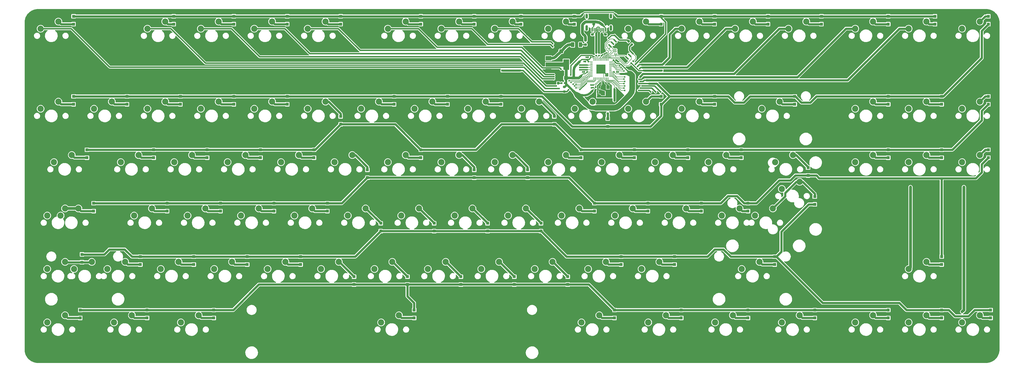
<source format=gbl>
G04 #@! TF.GenerationSoftware,KiCad,Pcbnew,(7.0.0)*
G04 #@! TF.CreationDate,2023-02-27T14:14:18+01:00*
G04 #@! TF.ProjectId,Belja80,42656c6a-6138-4302-9e6b-696361645f70,1.0*
G04 #@! TF.SameCoordinates,Original*
G04 #@! TF.FileFunction,Copper,L2,Bot*
G04 #@! TF.FilePolarity,Positive*
%FSLAX46Y46*%
G04 Gerber Fmt 4.6, Leading zero omitted, Abs format (unit mm)*
G04 Created by KiCad (PCBNEW (7.0.0)) date 2023-02-27 14:14:18*
%MOMM*%
%LPD*%
G01*
G04 APERTURE LIST*
G04 Aperture macros list*
%AMRoundRect*
0 Rectangle with rounded corners*
0 $1 Rounding radius*
0 $2 $3 $4 $5 $6 $7 $8 $9 X,Y pos of 4 corners*
0 Add a 4 corners polygon primitive as box body*
4,1,4,$2,$3,$4,$5,$6,$7,$8,$9,$2,$3,0*
0 Add four circle primitives for the rounded corners*
1,1,$1+$1,$2,$3*
1,1,$1+$1,$4,$5*
1,1,$1+$1,$6,$7*
1,1,$1+$1,$8,$9*
0 Add four rect primitives between the rounded corners*
20,1,$1+$1,$2,$3,$4,$5,0*
20,1,$1+$1,$4,$5,$6,$7,0*
20,1,$1+$1,$6,$7,$8,$9,0*
20,1,$1+$1,$8,$9,$2,$3,0*%
%AMRotRect*
0 Rectangle, with rotation*
0 The origin of the aperture is its center*
0 $1 length*
0 $2 width*
0 $3 Rotation angle, in degrees counterclockwise*
0 Add horizontal line*
21,1,$1,$2,0,0,$3*%
G04 Aperture macros list end*
G04 #@! TA.AperFunction,ComponentPad*
%ADD10C,2.200000*%
G04 #@! TD*
G04 #@! TA.AperFunction,ComponentPad*
%ADD11C,5.700000*%
G04 #@! TD*
G04 #@! TA.AperFunction,SMDPad,CuDef*
%ADD12RoundRect,0.140000X0.021213X-0.219203X0.219203X-0.021213X-0.021213X0.219203X-0.219203X0.021213X0*%
G04 #@! TD*
G04 #@! TA.AperFunction,SMDPad,CuDef*
%ADD13R,1.100000X1.100000*%
G04 #@! TD*
G04 #@! TA.AperFunction,SMDPad,CuDef*
%ADD14RoundRect,0.140000X0.140000X0.170000X-0.140000X0.170000X-0.140000X-0.170000X0.140000X-0.170000X0*%
G04 #@! TD*
G04 #@! TA.AperFunction,SMDPad,CuDef*
%ADD15R,1.000000X0.750000*%
G04 #@! TD*
G04 #@! TA.AperFunction,SMDPad,CuDef*
%ADD16RoundRect,0.218750X-0.256250X0.218750X-0.256250X-0.218750X0.256250X-0.218750X0.256250X0.218750X0*%
G04 #@! TD*
G04 #@! TA.AperFunction,SMDPad,CuDef*
%ADD17RoundRect,0.140000X-0.170000X0.140000X-0.170000X-0.140000X0.170000X-0.140000X0.170000X0.140000X0*%
G04 #@! TD*
G04 #@! TA.AperFunction,SMDPad,CuDef*
%ADD18RoundRect,0.140000X-0.140000X-0.170000X0.140000X-0.170000X0.140000X0.170000X-0.140000X0.170000X0*%
G04 #@! TD*
G04 #@! TA.AperFunction,SMDPad,CuDef*
%ADD19RoundRect,0.200000X0.275000X-0.200000X0.275000X0.200000X-0.275000X0.200000X-0.275000X-0.200000X0*%
G04 #@! TD*
G04 #@! TA.AperFunction,SMDPad,CuDef*
%ADD20RoundRect,0.135000X0.185000X-0.135000X0.185000X0.135000X-0.185000X0.135000X-0.185000X-0.135000X0*%
G04 #@! TD*
G04 #@! TA.AperFunction,SMDPad,CuDef*
%ADD21RotRect,1.487399X0.532600X135.000000*%
G04 #@! TD*
G04 #@! TA.AperFunction,SMDPad,CuDef*
%ADD22RoundRect,0.250000X0.375000X0.625000X-0.375000X0.625000X-0.375000X-0.625000X0.375000X-0.625000X0*%
G04 #@! TD*
G04 #@! TA.AperFunction,SMDPad,CuDef*
%ADD23RoundRect,0.218750X-0.218750X-0.256250X0.218750X-0.256250X0.218750X0.256250X-0.218750X0.256250X0*%
G04 #@! TD*
G04 #@! TA.AperFunction,SMDPad,CuDef*
%ADD24RoundRect,0.200000X-0.275000X0.200000X-0.275000X-0.200000X0.275000X-0.200000X0.275000X0.200000X0*%
G04 #@! TD*
G04 #@! TA.AperFunction,SMDPad,CuDef*
%ADD25RoundRect,0.135000X0.035355X-0.226274X0.226274X-0.035355X-0.035355X0.226274X-0.226274X0.035355X0*%
G04 #@! TD*
G04 #@! TA.AperFunction,SMDPad,CuDef*
%ADD26RoundRect,0.250000X0.450000X0.425000X-0.450000X0.425000X-0.450000X-0.425000X0.450000X-0.425000X0*%
G04 #@! TD*
G04 #@! TA.AperFunction,SMDPad,CuDef*
%ADD27R,0.807999X0.178600*%
G04 #@! TD*
G04 #@! TA.AperFunction,SMDPad,CuDef*
%ADD28R,0.178600X0.807999*%
G04 #@! TD*
G04 #@! TA.AperFunction,ComponentPad*
%ADD29C,0.600000*%
G04 #@! TD*
G04 #@! TA.AperFunction,SMDPad,CuDef*
%ADD30R,3.200400X3.200400*%
G04 #@! TD*
G04 #@! TA.AperFunction,SMDPad,CuDef*
%ADD31RoundRect,0.135000X0.135000X0.185000X-0.135000X0.185000X-0.135000X-0.185000X0.135000X-0.185000X0*%
G04 #@! TD*
G04 #@! TA.AperFunction,SMDPad,CuDef*
%ADD32RoundRect,0.200000X0.335876X0.053033X0.053033X0.335876X-0.335876X-0.053033X-0.053033X-0.335876X0*%
G04 #@! TD*
G04 #@! TA.AperFunction,SMDPad,CuDef*
%ADD33RoundRect,0.140000X0.170000X-0.140000X0.170000X0.140000X-0.170000X0.140000X-0.170000X-0.140000X0*%
G04 #@! TD*
G04 #@! TA.AperFunction,SMDPad,CuDef*
%ADD34R,0.600000X1.160000*%
G04 #@! TD*
G04 #@! TA.AperFunction,SMDPad,CuDef*
%ADD35R,0.300000X1.160000*%
G04 #@! TD*
G04 #@! TA.AperFunction,ComponentPad*
%ADD36O,0.900000X1.700000*%
G04 #@! TD*
G04 #@! TA.AperFunction,ComponentPad*
%ADD37O,0.900000X2.000000*%
G04 #@! TD*
G04 #@! TA.AperFunction,SMDPad,CuDef*
%ADD38R,2.000000X1.500000*%
G04 #@! TD*
G04 #@! TA.AperFunction,SMDPad,CuDef*
%ADD39R,2.000000X3.800000*%
G04 #@! TD*
G04 #@! TA.AperFunction,SMDPad,CuDef*
%ADD40R,1.200000X1.400000*%
G04 #@! TD*
G04 #@! TA.AperFunction,SMDPad,CuDef*
%ADD41RoundRect,0.135000X-0.185000X0.135000X-0.185000X-0.135000X0.185000X-0.135000X0.185000X0.135000X0*%
G04 #@! TD*
G04 #@! TA.AperFunction,ViaPad*
%ADD42C,0.604800*%
G04 #@! TD*
G04 #@! TA.AperFunction,ViaPad*
%ADD43C,1.000000*%
G04 #@! TD*
G04 #@! TA.AperFunction,ViaPad*
%ADD44C,0.605000*%
G04 #@! TD*
G04 #@! TA.AperFunction,Conductor*
%ADD45C,0.400000*%
G04 #@! TD*
G04 #@! TA.AperFunction,Conductor*
%ADD46C,0.178600*%
G04 #@! TD*
G04 #@! TA.AperFunction,Conductor*
%ADD47C,0.300000*%
G04 #@! TD*
G04 #@! TA.AperFunction,Conductor*
%ADD48C,0.500000*%
G04 #@! TD*
G04 #@! TA.AperFunction,Conductor*
%ADD49C,0.700000*%
G04 #@! TD*
G04 #@! TA.AperFunction,Conductor*
%ADD50C,0.800000*%
G04 #@! TD*
G04 #@! TA.AperFunction,Conductor*
%ADD51C,2.000000*%
G04 #@! TD*
G04 #@! TA.AperFunction,Conductor*
%ADD52C,0.740000*%
G04 #@! TD*
G04 #@! TA.AperFunction,Conductor*
%ADD53C,1.000000*%
G04 #@! TD*
G04 #@! TA.AperFunction,Conductor*
%ADD54C,0.900000*%
G04 #@! TD*
G04 #@! TA.AperFunction,Conductor*
%ADD55C,0.200000*%
G04 #@! TD*
G04 #@! TA.AperFunction,Conductor*
%ADD56C,1.500000*%
G04 #@! TD*
G04 #@! TA.AperFunction,Conductor*
%ADD57C,0.152400*%
G04 #@! TD*
G04 #@! TA.AperFunction,Conductor*
%ADD58C,0.750000*%
G04 #@! TD*
G04 APERTURE END LIST*
D10*
X183515000Y-71120000D03*
X177165000Y-73660000D03*
X173990000Y-90170000D03*
X167640000Y-92710000D03*
X378777500Y-90170000D03*
X372427500Y-92710000D03*
X102552500Y-109220000D03*
X96202500Y-111760000D03*
D11*
X109537500Y-154781250D03*
D10*
X340677500Y-147320000D03*
X334327500Y-149860000D03*
D11*
X297656250Y-102393750D03*
D10*
X259715000Y-42545000D03*
X253365000Y-45085000D03*
X54927500Y-90170000D03*
X48577500Y-92710000D03*
X378777500Y-71120000D03*
X372427500Y-73660000D03*
X62071250Y-128270000D03*
X55721250Y-130810000D03*
X378777500Y-147320000D03*
X372427500Y-149860000D03*
X307340000Y-71120000D03*
X300990000Y-73660000D03*
X135890000Y-90170000D03*
X129540000Y-92710000D03*
X359727500Y-147320000D03*
X353377500Y-149860000D03*
X112077500Y-128270000D03*
X105727500Y-130810000D03*
X266858750Y-147320000D03*
X260508750Y-149860000D03*
X359727500Y-42545000D03*
X353377500Y-45085000D03*
X116840000Y-90170000D03*
X110490000Y-92710000D03*
X52546250Y-147320000D03*
X46196250Y-149860000D03*
X316865000Y-42545000D03*
X310515000Y-45085000D03*
X231140000Y-90170000D03*
X224790000Y-92710000D03*
X245427500Y-128270000D03*
X239077500Y-130810000D03*
X202565000Y-71120000D03*
X196215000Y-73660000D03*
X78740000Y-90170000D03*
X72390000Y-92710000D03*
X221615000Y-71120000D03*
X215265000Y-73660000D03*
X140652500Y-109220000D03*
X134302500Y-111760000D03*
X212090000Y-42545000D03*
X205740000Y-45085000D03*
X171608750Y-147320000D03*
X165258750Y-149860000D03*
X159702500Y-109220000D03*
X153352500Y-111760000D03*
X297815000Y-42545000D03*
X291465000Y-45085000D03*
X197802500Y-109220000D03*
X191452500Y-111760000D03*
X278765000Y-42545000D03*
X272415000Y-45085000D03*
X154940000Y-90170000D03*
X148590000Y-92710000D03*
X188277500Y-128270000D03*
X181927500Y-130810000D03*
X207327500Y-128270000D03*
X200977500Y-130810000D03*
X212090000Y-90170000D03*
X205740000Y-92710000D03*
X250190000Y-90170000D03*
X243840000Y-92710000D03*
D11*
X95250000Y-45243750D03*
D10*
X264477500Y-128270000D03*
X258127500Y-130810000D03*
X107315000Y-42545000D03*
X100965000Y-45085000D03*
X193040000Y-90170000D03*
X186690000Y-92710000D03*
X93027500Y-128270000D03*
X86677500Y-130810000D03*
X340677500Y-90170000D03*
X334327500Y-92710000D03*
D11*
X366712500Y-45243750D03*
D10*
X340677500Y-71120000D03*
X334327500Y-73660000D03*
X173990000Y-42545000D03*
X167640000Y-45085000D03*
X226377500Y-128270000D03*
X220027500Y-130810000D03*
X216852500Y-109220000D03*
X210502500Y-111760000D03*
X359727500Y-90170000D03*
X353377500Y-92710000D03*
X83502500Y-109220000D03*
X77152500Y-111760000D03*
X164465000Y-71120000D03*
X158115000Y-73660000D03*
X254952500Y-109220000D03*
X248602500Y-111760000D03*
X269240000Y-90170000D03*
X262890000Y-92710000D03*
X52546250Y-109220000D03*
X46196250Y-111760000D03*
X121602500Y-109220000D03*
X115252500Y-111760000D03*
X235902500Y-109220000D03*
X229552500Y-111760000D03*
X150177500Y-128270000D03*
X143827500Y-130810000D03*
D11*
X252412500Y-154781250D03*
D10*
X314483750Y-99695000D03*
X308133750Y-102235000D03*
X169227500Y-128270000D03*
X162877500Y-130810000D03*
X126365000Y-42545000D03*
X120015000Y-45085000D03*
X52546250Y-128270000D03*
X46196250Y-130810000D03*
D11*
X47625000Y-104775000D03*
D10*
X290671250Y-147320000D03*
X284321250Y-149860000D03*
X88265000Y-71120000D03*
X81915000Y-73660000D03*
X304958750Y-109220000D03*
X298608750Y-111760000D03*
X131127500Y-128270000D03*
X124777500Y-130810000D03*
X231140000Y-42545000D03*
X224790000Y-45085000D03*
X314483750Y-147320000D03*
X308133750Y-149860000D03*
X359727500Y-128270000D03*
X353377500Y-130810000D03*
X340677500Y-42545000D03*
X334327500Y-45085000D03*
X88265000Y-42545000D03*
X81915000Y-45085000D03*
X378777500Y-42545000D03*
X372427500Y-45085000D03*
X312102500Y-90170000D03*
X305752500Y-92710000D03*
D11*
X366712500Y-154781250D03*
D10*
X259715000Y-71120000D03*
X253365000Y-73660000D03*
X50165000Y-42545000D03*
X43815000Y-45085000D03*
X50165000Y-71120000D03*
X43815000Y-73660000D03*
X359727500Y-71120000D03*
X353377500Y-73660000D03*
X107315000Y-71120000D03*
X100965000Y-73660000D03*
X97790000Y-90170000D03*
X91440000Y-92710000D03*
X300196250Y-128270000D03*
X293846250Y-130810000D03*
X193040000Y-42545000D03*
X186690000Y-45085000D03*
X69215000Y-71120000D03*
X62865000Y-73660000D03*
X100171250Y-147320000D03*
X93821250Y-149860000D03*
X274002500Y-109220000D03*
X267652500Y-111760000D03*
X293052500Y-109220000D03*
X286702500Y-111760000D03*
X278765000Y-71120000D03*
X272415000Y-73660000D03*
X126365000Y-71120000D03*
X120015000Y-73660000D03*
X145415000Y-42545000D03*
X139065000Y-45085000D03*
X178752500Y-109220000D03*
X172402500Y-111760000D03*
D11*
X161925000Y-104775000D03*
D10*
X288290000Y-90170000D03*
X281940000Y-92710000D03*
X73977500Y-128270000D03*
X67627500Y-130810000D03*
D11*
X219075000Y-45243750D03*
D10*
X76358750Y-147320000D03*
X70008750Y-149860000D03*
X57308750Y-109220000D03*
X50958750Y-111760000D03*
X145415000Y-71120000D03*
X139065000Y-73660000D03*
X240665000Y-71120000D03*
X234315000Y-73660000D03*
X243046250Y-147320000D03*
X236696250Y-149860000D03*
D12*
X248529789Y-47481811D03*
X249208611Y-46802989D03*
D13*
X198437499Y-98237499D03*
X198437499Y-95437499D03*
X160337499Y-98237499D03*
X160337499Y-95437499D03*
D14*
X238669516Y-60546613D03*
X237709516Y-60546613D03*
D13*
X105568749Y-145443749D03*
X105568749Y-148243749D03*
X346074999Y-145443749D03*
X346074999Y-148243749D03*
D15*
X265127999Y-56290999D03*
X265127999Y-60040999D03*
X259127999Y-56290999D03*
X259127999Y-60040999D03*
D13*
X346074999Y-88293749D03*
X346074999Y-91093749D03*
D16*
X238125000Y-49218750D03*
X238125000Y-50793750D03*
D13*
X146049999Y-107343749D03*
X146049999Y-110143749D03*
X203199999Y-117287499D03*
X203199999Y-114487499D03*
X241299999Y-107343749D03*
X241299999Y-110143749D03*
X93662499Y-69243749D03*
X93662499Y-72043749D03*
X150812499Y-79187499D03*
X150812499Y-76387499D03*
X382587499Y-145443749D03*
X382587499Y-148243749D03*
D17*
X241750000Y-65920000D03*
X241750000Y-66880000D03*
D13*
X60324999Y-88293749D03*
X60324999Y-91093749D03*
X141287499Y-88293749D03*
X141287499Y-91093749D03*
X255587499Y-88293749D03*
X255587499Y-91093749D03*
X150812499Y-40668749D03*
X150812499Y-43468749D03*
D18*
X244345000Y-64490600D03*
X245305000Y-64490600D03*
D13*
X274637499Y-88293749D03*
X274637499Y-91093749D03*
X131762499Y-40668749D03*
X131762499Y-43468749D03*
X84137499Y-88293749D03*
X84137499Y-91093749D03*
X131762499Y-69243749D03*
X131762499Y-72043749D03*
X265112499Y-40668749D03*
X265112499Y-43468749D03*
X112712499Y-69243749D03*
X112712499Y-72043749D03*
X165099999Y-117287499D03*
X165099999Y-114487499D03*
D19*
X230600000Y-67525000D03*
X230600000Y-65875000D03*
D20*
X241909600Y-54662800D03*
X241909600Y-53642800D03*
D13*
X103187499Y-88293749D03*
X103187499Y-91093749D03*
D14*
X240002000Y-55295800D03*
X239042000Y-55295800D03*
D13*
X284162499Y-69243749D03*
X284162499Y-72043749D03*
D21*
X254732951Y-53690274D03*
X253834926Y-54588300D03*
X252936900Y-55486326D03*
X252038874Y-56384351D03*
X246866247Y-51211724D03*
X247764272Y-50313698D03*
X248662298Y-49415672D03*
X249560324Y-48517647D03*
D13*
X62706249Y-107343749D03*
X62706249Y-110143749D03*
X269874999Y-126393749D03*
X269874999Y-129193749D03*
X55562499Y-40668749D03*
X55562499Y-43468749D03*
D22*
X236350000Y-50800000D03*
X233550000Y-50800000D03*
D13*
X265112499Y-72043749D03*
X265112499Y-69243749D03*
X303212499Y-40668749D03*
X303212499Y-43468749D03*
D23*
X226796500Y-64516000D03*
X228371500Y-64516000D03*
D24*
X245268750Y-47181000D03*
X245268750Y-48831000D03*
D13*
X272256249Y-145443749D03*
X272256249Y-148243749D03*
X155574999Y-136337499D03*
X155574999Y-133537499D03*
X177006249Y-145443749D03*
X177006249Y-148243749D03*
X236537499Y-88293749D03*
X236537499Y-91093749D03*
X215106249Y-40668749D03*
X215106249Y-43468749D03*
X312737499Y-69243749D03*
X312737499Y-72043749D03*
X346074999Y-40668749D03*
X346074999Y-43468749D03*
X234156249Y-40668749D03*
X234156249Y-43468749D03*
X174624999Y-136337499D03*
X174624999Y-133537499D03*
X365124999Y-145443749D03*
X365124999Y-148243749D03*
D15*
X214581999Y-56290999D03*
X214581999Y-60040999D03*
X208581999Y-56290999D03*
X208581999Y-60040999D03*
D13*
X81756249Y-145443749D03*
X81756249Y-148243749D03*
X188912499Y-69243749D03*
X188912499Y-72043749D03*
X122237499Y-88293749D03*
X122237499Y-91093749D03*
X184149999Y-117287499D03*
X184149999Y-114487499D03*
D25*
X254426776Y-57409024D03*
X255148024Y-56687776D03*
D13*
X248443749Y-145443749D03*
X248443749Y-148243749D03*
X169862499Y-69243749D03*
X169862499Y-72043749D03*
X198437499Y-40668749D03*
X198437499Y-43468749D03*
D26*
X231140000Y-62674500D03*
X228440000Y-62674500D03*
D13*
X322262499Y-40668749D03*
X322262499Y-43468749D03*
X74612499Y-69243749D03*
X74612499Y-72043749D03*
X55562499Y-69243749D03*
X55562499Y-72043749D03*
D27*
X247012399Y-56889649D03*
X247012399Y-57296049D03*
X247012399Y-57702449D03*
X247012399Y-58108849D03*
X247012399Y-58515249D03*
X247012399Y-58921649D03*
X247012399Y-59328049D03*
X247012399Y-59734449D03*
X247012399Y-60140849D03*
X247012399Y-60547249D03*
X247012399Y-60953649D03*
X247012399Y-61360049D03*
X247012399Y-61766449D03*
X247012399Y-62172849D03*
D28*
X246252799Y-62932449D03*
X245846399Y-62932449D03*
X245439999Y-62932449D03*
X245033599Y-62932449D03*
X244627199Y-62932449D03*
X244220799Y-62932449D03*
X243814399Y-62932449D03*
X243407999Y-62932449D03*
X243001599Y-62932449D03*
X242595199Y-62932449D03*
X242188799Y-62932449D03*
X241782399Y-62932449D03*
X241375999Y-62932449D03*
X240969599Y-62932449D03*
D27*
X240209999Y-62172849D03*
X240209999Y-61766449D03*
X240209999Y-61360049D03*
X240209999Y-60953649D03*
X240209999Y-60547249D03*
X240209999Y-60140849D03*
X240209999Y-59734449D03*
X240209999Y-59328049D03*
X240209999Y-58921649D03*
X240209999Y-58515249D03*
X240209999Y-58108849D03*
X240209999Y-57702449D03*
X240209999Y-57296049D03*
X240209999Y-56889649D03*
D28*
X240969599Y-56130049D03*
X241375999Y-56130049D03*
X241782399Y-56130049D03*
X242188799Y-56130049D03*
X242595199Y-56130049D03*
X243001599Y-56130049D03*
X243407999Y-56130049D03*
X243814399Y-56130049D03*
X244220799Y-56130049D03*
X244627199Y-56130049D03*
X245033599Y-56130049D03*
X245439999Y-56130049D03*
X245846399Y-56130049D03*
X246252799Y-56130049D03*
D29*
X244881200Y-59531250D03*
X243611200Y-60801250D03*
X243611200Y-59531250D03*
D30*
X243611199Y-59531249D03*
D29*
X243611200Y-58261250D03*
X242341200Y-59531250D03*
D31*
X230634000Y-64516000D03*
X229614000Y-64516000D03*
D13*
X227012499Y-79187499D03*
X227012499Y-76387499D03*
X346074999Y-69243749D03*
X346074999Y-72043749D03*
X231774999Y-136337499D03*
X231774999Y-133537499D03*
D26*
X229442000Y-53149500D03*
X226742000Y-53149500D03*
D13*
X222249999Y-117287499D03*
X222249999Y-114487499D03*
X319881249Y-107762499D03*
X319881249Y-104962499D03*
X91281249Y-40668749D03*
X91281249Y-43468749D03*
D14*
X239091200Y-56769000D03*
X238131200Y-56769000D03*
D13*
X279399999Y-107343749D03*
X279399999Y-110143749D03*
X207962499Y-69243749D03*
X207962499Y-72043749D03*
D18*
X248109800Y-56388000D03*
X249069800Y-56388000D03*
D13*
X57943749Y-145443749D03*
X57943749Y-148243749D03*
D32*
X254659563Y-50773763D03*
X253492837Y-49607037D03*
D13*
X284162499Y-40668749D03*
X284162499Y-43468749D03*
X126999999Y-107343749D03*
X126999999Y-110143749D03*
X293687499Y-88293749D03*
X293687499Y-91093749D03*
D17*
X240825000Y-65170000D03*
X240825000Y-66130000D03*
D13*
X88899999Y-107343749D03*
X88899999Y-110143749D03*
D33*
X243840000Y-54658200D03*
X243840000Y-53698200D03*
D13*
X179387499Y-88293749D03*
X179387499Y-91093749D03*
X98424999Y-126393749D03*
X98424999Y-129193749D03*
X381793749Y-91093749D03*
X381793749Y-88293749D03*
X117474999Y-126393749D03*
X117474999Y-129193749D03*
X381793749Y-43468749D03*
X381793749Y-40668749D03*
X365124999Y-69243749D03*
X365124999Y-72043749D03*
X319881249Y-145443749D03*
X319881249Y-148243749D03*
D34*
X239687499Y-45409999D03*
X240487499Y-45409999D03*
D35*
X241637499Y-45409999D03*
X242637499Y-45409999D03*
X243137499Y-45409999D03*
X244137499Y-45409999D03*
D34*
X245287499Y-45409999D03*
X246087499Y-45409999D03*
X246087499Y-45409999D03*
X245287499Y-45409999D03*
D35*
X244637499Y-45409999D03*
X243637499Y-45409999D03*
X242137499Y-45409999D03*
X241137499Y-45409999D03*
D34*
X240487499Y-45409999D03*
X239687499Y-45409999D03*
D36*
X238567499Y-40659999D03*
D37*
X238567499Y-44829999D03*
D36*
X247207499Y-40659999D03*
D37*
X247207499Y-44829999D03*
D13*
X296068749Y-107343749D03*
X296068749Y-110143749D03*
X362743749Y-40668749D03*
X362743749Y-43468749D03*
D20*
X242900200Y-54662800D03*
X242900200Y-53642800D03*
D13*
X250824999Y-126393749D03*
X250824999Y-129193749D03*
D33*
X243128800Y-68983800D03*
X243128800Y-68023800D03*
D13*
X193674999Y-136337499D03*
X193674999Y-133537499D03*
X365124999Y-126393749D03*
X365124999Y-129193749D03*
X381793749Y-72043749D03*
X381793749Y-69243749D03*
X217487499Y-98237499D03*
X217487499Y-95437499D03*
X365124999Y-88293749D03*
X365124999Y-91093749D03*
D38*
X224941999Y-60211999D03*
X224941999Y-57911999D03*
D39*
X231241999Y-57911999D03*
D38*
X224941999Y-55611999D03*
D18*
X248306478Y-60546907D03*
X249266478Y-60546907D03*
D13*
X112712499Y-40668749D03*
X112712499Y-43468749D03*
D33*
X240911200Y-54980000D03*
X240911200Y-54020000D03*
D13*
X317499999Y-97443749D03*
X317499999Y-94643749D03*
X212724999Y-136337499D03*
X212724999Y-133537499D03*
X136524999Y-126393749D03*
X136524999Y-129193749D03*
D40*
X246137799Y-65955999D03*
X246137799Y-68155999D03*
X244437799Y-68155999D03*
X244437799Y-65955999D03*
D24*
X240563400Y-47155600D03*
X240563400Y-48805600D03*
D33*
X245008400Y-54099400D03*
X245008400Y-53139400D03*
D41*
X243103400Y-66139600D03*
X243103400Y-67159600D03*
D13*
X246062499Y-79981249D03*
X246062499Y-77181249D03*
X79374999Y-126393749D03*
X79374999Y-129193749D03*
X296068749Y-145443749D03*
X296068749Y-148243749D03*
X260349999Y-107343749D03*
X260349999Y-110143749D03*
X107949999Y-107343749D03*
X107949999Y-110143749D03*
X305593749Y-126393749D03*
X305593749Y-129193749D03*
X58549999Y-125599999D03*
X58549999Y-128399999D03*
X179387499Y-40668749D03*
X179387499Y-43468749D03*
D17*
X215798400Y-60045600D03*
X215798400Y-61005600D03*
D42*
X245745000Y-53723900D03*
X240100000Y-65200000D03*
X232850000Y-61650000D03*
D43*
X300831250Y-133350000D03*
X203200000Y-76200000D03*
X231775000Y-47625000D03*
X107950000Y-47625000D03*
D44*
X245999000Y-61214000D03*
D43*
X307975000Y-76200000D03*
D42*
X237100000Y-60500000D03*
D43*
X250825000Y-52387500D03*
X251618750Y-81756250D03*
D42*
X249800000Y-56900000D03*
D43*
X136525000Y-95250000D03*
D42*
X245475000Y-67100000D03*
D43*
X74612500Y-133350000D03*
X103187500Y-114300000D03*
X222885000Y-57404000D03*
D42*
X244300000Y-53100000D03*
D43*
X146050000Y-47625000D03*
D42*
X249900000Y-60500000D03*
D43*
X193675000Y-47625000D03*
X341312500Y-152400000D03*
X188912500Y-133350000D03*
X131762500Y-133350000D03*
X146050000Y-76200000D03*
X291306250Y-152400000D03*
X174625000Y-47625000D03*
X79375000Y-95250000D03*
D42*
X242422405Y-65488098D03*
D43*
X76993750Y-152400000D03*
X179387500Y-114300000D03*
X127000000Y-76200000D03*
X360362500Y-95250000D03*
X160337500Y-114300000D03*
X360362500Y-47625000D03*
X198437500Y-114300000D03*
X240500000Y-53000000D03*
X88900000Y-76200000D03*
X241300000Y-76200000D03*
D42*
X247250000Y-69425000D03*
D43*
X315118750Y-152400000D03*
X265112500Y-133350000D03*
X305593750Y-114300000D03*
X141287500Y-114300000D03*
D42*
X251104400Y-55448200D03*
D43*
X150812500Y-133350000D03*
X351631250Y-128587500D03*
X212725000Y-95250000D03*
X57943750Y-114300000D03*
X217487500Y-114300000D03*
X341312500Y-95250000D03*
X100806250Y-152400000D03*
X262255000Y-56261000D03*
X122237500Y-114300000D03*
X250031250Y-46831250D03*
D42*
X247250000Y-66225000D03*
D43*
X270668750Y-71437500D03*
D42*
X241580000Y-67450000D03*
D43*
X255587500Y-114300000D03*
D42*
X246600000Y-64827098D03*
D43*
X69850000Y-76200000D03*
X250825000Y-95250000D03*
X234156250Y-70643750D03*
D42*
X238400000Y-55300000D03*
D43*
X341312500Y-76200000D03*
X50800000Y-47625000D03*
X207962500Y-133350000D03*
X312737500Y-95250000D03*
X84137500Y-114300000D03*
X240600000Y-50300000D03*
D42*
X243296200Y-64625000D03*
D43*
X293687500Y-114300000D03*
X127000000Y-47625000D03*
X250031250Y-69850000D03*
X172243750Y-152400000D03*
D42*
X244700000Y-65000000D03*
D43*
X260350000Y-47625000D03*
X236537500Y-114300000D03*
X315118750Y-104775000D03*
D42*
X247250000Y-67825000D03*
D43*
X246062500Y-71437500D03*
X269875000Y-95250000D03*
D42*
X240240000Y-66220000D03*
X242450000Y-69400000D03*
D43*
X360362500Y-133350000D03*
X117475000Y-95250000D03*
X53181250Y-152400000D03*
X317500000Y-47625000D03*
X55562500Y-95250000D03*
X341312500Y-47625000D03*
X377825000Y-92075000D03*
X298450000Y-47625000D03*
X193675000Y-95250000D03*
X228092000Y-60452000D03*
X155575000Y-95250000D03*
X88900000Y-47625000D03*
X169862500Y-133350000D03*
X244475000Y-48418750D03*
X360362500Y-76200000D03*
X50800000Y-76200000D03*
X98425000Y-95250000D03*
D42*
X237600000Y-56800000D03*
D43*
X260350000Y-76200000D03*
X165100000Y-76200000D03*
X246700000Y-46600000D03*
D44*
X245999000Y-61849000D03*
D43*
X226949000Y-60212000D03*
X50006250Y-129381250D03*
X333375000Y-90487500D03*
X239000000Y-46700000D03*
X93662500Y-133350000D03*
X231775000Y-95250000D03*
X184150000Y-76200000D03*
X112712500Y-133350000D03*
X377825000Y-73025000D03*
X288925000Y-95250000D03*
D42*
X242450000Y-67625000D03*
D43*
X107950000Y-76200000D03*
D42*
X245364000Y-61849000D03*
X245650000Y-69425000D03*
D43*
X174625000Y-95250000D03*
X246062500Y-133350000D03*
X279400000Y-76200000D03*
X274637500Y-114300000D03*
X212725000Y-47625000D03*
D42*
X244050000Y-69425000D03*
D43*
X279400000Y-47625000D03*
X222250000Y-76200000D03*
D44*
X211582000Y-56261000D03*
D43*
X227012500Y-133350000D03*
D42*
X248801531Y-57112252D03*
X244277071Y-54340515D03*
X246300000Y-48500000D03*
X250800000Y-58900000D03*
X255905000Y-57785000D03*
X251800000Y-64700000D03*
X257175000Y-64700000D03*
D43*
X246062500Y-75406250D03*
D42*
X252095000Y-65500000D03*
X264922000Y-67691000D03*
X258286000Y-65500000D03*
X264668000Y-88293750D03*
X259080000Y-107343750D03*
X263144000Y-67691000D03*
X251800000Y-66300000D03*
X257677000Y-66300000D03*
X252095000Y-67100000D03*
X257048000Y-67100000D03*
X259588000Y-126393750D03*
X261366000Y-67691000D03*
X248412000Y-70739000D03*
X235077000Y-136337500D03*
D44*
X234696000Y-66167000D03*
X228727000Y-66421000D03*
X227711000Y-65532000D03*
X234188000Y-65532000D03*
X226822000Y-62992000D03*
X233680000Y-64897000D03*
X226822000Y-62230000D03*
X232918000Y-64262000D03*
X232283000Y-63627000D03*
X226822000Y-61468000D03*
X234696000Y-64897000D03*
X229362000Y-59563000D03*
X236093000Y-59734450D03*
D42*
X226441000Y-51562000D03*
X226441000Y-50419000D03*
X236086650Y-58921650D03*
X236093000Y-58108850D03*
X250300000Y-58300000D03*
X251300000Y-59500000D03*
X256667000Y-58547000D03*
X251800000Y-60200000D03*
X257429000Y-59309000D03*
X252095000Y-62300000D03*
X257556000Y-62300000D03*
X251800000Y-63100000D03*
D43*
X354012500Y-101600000D03*
D42*
X257175000Y-63119000D03*
D43*
X373062500Y-101600000D03*
D42*
X257556000Y-63881000D03*
X252095000Y-63900000D03*
D43*
X372427500Y-146050000D03*
D42*
X236093000Y-66802000D03*
X232100000Y-66900000D03*
D45*
X240795000Y-65200000D02*
X240825000Y-65170000D01*
D46*
X241782400Y-56130050D02*
X241782400Y-55464551D01*
X241782400Y-55464551D02*
X241297849Y-54980000D01*
X243814400Y-56130050D02*
X243814400Y-55677000D01*
D45*
X240763012Y-54980000D02*
X240911200Y-54980000D01*
X232850000Y-58250000D02*
X236490432Y-54609568D01*
D46*
X245008400Y-54483000D02*
X245008400Y-54099400D01*
X243001600Y-62932450D02*
X243001600Y-63451949D01*
D47*
X245745000Y-53723900D02*
X245383900Y-53723900D01*
D46*
X243814400Y-55677000D02*
X245008400Y-54483000D01*
D45*
X232850000Y-61650000D02*
X232850000Y-58250000D01*
X240392580Y-54609568D02*
X240763012Y-54980000D01*
D46*
X241283549Y-65170000D02*
X240825000Y-65170000D01*
D45*
X240100000Y-65200000D02*
X240795000Y-65200000D01*
D47*
X245383900Y-53723900D02*
X245008400Y-54099400D01*
D46*
X243001600Y-63451949D02*
X241283549Y-65170000D01*
D45*
X236490432Y-54609568D02*
X240392580Y-54609568D01*
D46*
X241297849Y-54980000D02*
X240911200Y-54980000D01*
D45*
X237709516Y-60546613D02*
X237146613Y-60546613D01*
D48*
X211582000Y-56261000D02*
X211612000Y-56291000D01*
D45*
X240330000Y-66130000D02*
X240240000Y-66220000D01*
D48*
X211552000Y-56291000D02*
X211582000Y-56261000D01*
D49*
X227852000Y-60212000D02*
X226949000Y-60212000D01*
D46*
X244627200Y-62932450D02*
X244627200Y-60547250D01*
X244627200Y-60547250D02*
X243611200Y-59531250D01*
D50*
X222504000Y-57023000D02*
X222885000Y-57404000D01*
D48*
X252038875Y-56382675D02*
X251104400Y-55448200D01*
D50*
X222504000Y-54991000D02*
X222504000Y-57023000D01*
D45*
X249288000Y-56388000D02*
X249800000Y-56900000D01*
X237631000Y-56769000D02*
X237600000Y-56800000D01*
X244339400Y-53139400D02*
X244300000Y-53100000D01*
X239042000Y-55295800D02*
X238404200Y-55295800D01*
X245364000Y-61849000D02*
X245364000Y-61284050D01*
D47*
X226796500Y-64516000D02*
X226796500Y-64318000D01*
D50*
X226742000Y-53149500D02*
X224345500Y-53149500D01*
D45*
X237146613Y-60546613D02*
X237100000Y-60500000D01*
X245293950Y-61214000D02*
X244881200Y-60801250D01*
D49*
X228092000Y-60452000D02*
X228440000Y-60800000D01*
X228092000Y-60452000D02*
X227852000Y-60212000D01*
D48*
X211612000Y-56291000D02*
X214582000Y-56291000D01*
D47*
X226796500Y-64318000D02*
X228440000Y-62674500D01*
D45*
X245999000Y-61214000D02*
X245293950Y-61214000D01*
X245008400Y-53139400D02*
X244339400Y-53139400D01*
D48*
X208582000Y-56291000D02*
X211552000Y-56291000D01*
D45*
X243840000Y-53560000D02*
X244300000Y-53100000D01*
X249069800Y-56388000D02*
X249288000Y-56388000D01*
D50*
X224345500Y-53149500D02*
X222504000Y-54991000D01*
D49*
X226949000Y-60212000D02*
X224942000Y-60212000D01*
X228440000Y-60800000D02*
X228440000Y-62674500D01*
D45*
X243840000Y-53698200D02*
X243840000Y-53560000D01*
X245364000Y-61284050D02*
X243611200Y-59531250D01*
X244881200Y-60801250D02*
X244881200Y-59531250D01*
X249266478Y-60546907D02*
X249853093Y-60546907D01*
X245999000Y-61849000D02*
X245999000Y-61214000D01*
X238131200Y-56769000D02*
X237631000Y-56769000D01*
X238404200Y-55295800D02*
X238400000Y-55300000D01*
X245364000Y-61849000D02*
X245999000Y-61849000D01*
X240825000Y-66130000D02*
X240330000Y-66130000D01*
D48*
X252038875Y-56384352D02*
X252038875Y-56382675D01*
D45*
X249853093Y-60546907D02*
X249900000Y-60500000D01*
D51*
X242300000Y-73347000D02*
X248010359Y-73347000D01*
D45*
X236800000Y-56000000D02*
X238400000Y-56000000D01*
D46*
X239211850Y-56889650D02*
X239091200Y-56769000D01*
D47*
X238669516Y-60557051D02*
X238012567Y-61214000D01*
D51*
X235200000Y-68804454D02*
X235200000Y-68800000D01*
D46*
X240766600Y-55524400D02*
X240614200Y-55524400D01*
D45*
X246300000Y-48500000D02*
X247318189Y-47481811D01*
D52*
X240592221Y-67192221D02*
X239570228Y-68214214D01*
D46*
X243001600Y-56130050D02*
X243001600Y-55677000D01*
D50*
X250700000Y-61200000D02*
X254200000Y-61200000D01*
D48*
X253492837Y-49607037D02*
X253085600Y-49199800D01*
D53*
X231242000Y-57912000D02*
X231242000Y-62572500D01*
X231242000Y-62572500D02*
X231140000Y-62674500D01*
D51*
X254800000Y-61800000D02*
X254200000Y-61200000D01*
D46*
X243408000Y-55270600D02*
X243840000Y-54838600D01*
D45*
X239354119Y-56000000D02*
X238400000Y-56000000D01*
D46*
X247608150Y-56889650D02*
X247012400Y-56889650D01*
X241750000Y-65187647D02*
X241750000Y-65920000D01*
D45*
X247318189Y-47481811D02*
X248529789Y-47481811D01*
D46*
X238670153Y-60547250D02*
X238669516Y-60546613D01*
X241376000Y-55651200D02*
X241249200Y-55524400D01*
X241249200Y-55524400D02*
X240766600Y-55524400D01*
X240614200Y-55524400D02*
X240369800Y-55280000D01*
D52*
X231140000Y-65335000D02*
X230600000Y-65875000D01*
D46*
X243408000Y-63529647D02*
X241750000Y-65187647D01*
X243959386Y-54658200D02*
X244277071Y-54340515D01*
D54*
X235900000Y-56900000D02*
X234778679Y-58021321D01*
D55*
X250700000Y-61200000D02*
X248959571Y-61200000D01*
D46*
X243840000Y-54658200D02*
X243959386Y-54658200D01*
X240210000Y-60547250D02*
X238670153Y-60547250D01*
D54*
X233900000Y-62674500D02*
X231140000Y-62674500D01*
D46*
X243408000Y-62932450D02*
X243408000Y-63529647D01*
D45*
X239091200Y-56769000D02*
X239091200Y-56691200D01*
D56*
X242300000Y-73347000D02*
X240570973Y-73347000D01*
D48*
X249560325Y-48517648D02*
X249560325Y-48512347D01*
X249560325Y-48512347D02*
X248529789Y-47481811D01*
D45*
X249018469Y-57307107D02*
X248109800Y-56398438D01*
D52*
X231140000Y-64740000D02*
X231140000Y-65335000D01*
D45*
X240002000Y-55352119D02*
X239354119Y-56000000D01*
D48*
X253085600Y-49199800D02*
X250242477Y-49199800D01*
D45*
X248109800Y-56398438D02*
X248109800Y-56388000D01*
D56*
X224942000Y-57912000D02*
X231242000Y-57912000D01*
D46*
X248109800Y-56388000D02*
X247608150Y-56889650D01*
X243408000Y-55270600D02*
X243408000Y-56130050D01*
D54*
X235775500Y-62674500D02*
X236474000Y-61976000D01*
D52*
X231140000Y-64740000D02*
X231140000Y-62674500D01*
D46*
X241750000Y-65920000D02*
X241750000Y-66034442D01*
X240969600Y-55651200D02*
X240969600Y-56130050D01*
X243001600Y-55677000D02*
X243408000Y-55270600D01*
D45*
X239091200Y-56691200D02*
X238400000Y-56000000D01*
D51*
X254800000Y-66557359D02*
X254800000Y-61800000D01*
D46*
X241376000Y-56130050D02*
X241376000Y-55651200D01*
D54*
X233900000Y-60142641D02*
X233900000Y-62674500D01*
D53*
X235200000Y-68800000D02*
X233800000Y-67400000D01*
D46*
X240842800Y-55524400D02*
X240969600Y-55651200D01*
D47*
X237236000Y-61214000D02*
X236474000Y-61976000D01*
D46*
X240210000Y-56889650D02*
X239211850Y-56889650D01*
D47*
X238012567Y-61214000D02*
X237236000Y-61214000D01*
D52*
X233800000Y-67400000D02*
X231140000Y-64740000D01*
D45*
X240002000Y-55295800D02*
X240002000Y-55352119D01*
D52*
X238156015Y-68800000D02*
X235200000Y-68800000D01*
D45*
X235900000Y-56900000D02*
X236800000Y-56000000D01*
D46*
X240369800Y-55280000D02*
X239986200Y-55280000D01*
D47*
X238669516Y-60546613D02*
X238669516Y-60557051D01*
D51*
X250131680Y-72468320D02*
X253921321Y-68678679D01*
D46*
X241750000Y-66034442D02*
X240592221Y-67192221D01*
D51*
X237847773Y-71452227D02*
X235200000Y-68804454D01*
D45*
X254197543Y-61200000D02*
X250822142Y-57824599D01*
D46*
X240766600Y-55524400D02*
X240842800Y-55524400D01*
X247012400Y-60547250D02*
X248306135Y-60547250D01*
D56*
X239156759Y-72761213D02*
X237847773Y-71452227D01*
D55*
X248959571Y-61200000D02*
X248306478Y-60546907D01*
D46*
X243840000Y-54838600D02*
X243840000Y-54658200D01*
D54*
X233900000Y-62674500D02*
X235775500Y-62674500D01*
D45*
X250185786Y-57600000D02*
X249725576Y-57600000D01*
D48*
X250242477Y-49199800D02*
X249560325Y-48517648D01*
D45*
X254200000Y-61200000D02*
X254197543Y-61200000D01*
D51*
X248010359Y-73346971D02*
G75*
G03*
X250131680Y-72468320I41J2999971D01*
G01*
D45*
X250822132Y-57824611D02*
G75*
G03*
X250185786Y-57600001I-641032J-802389D01*
G01*
D56*
X239156772Y-72761200D02*
G75*
G03*
X240570973Y-73347000I1414228J1414200D01*
G01*
D51*
X253921341Y-68678699D02*
G75*
G03*
X254800000Y-66557359I-2121341J2121299D01*
G01*
D45*
X249018481Y-57307095D02*
G75*
G03*
X249725576Y-57600000I707119J707095D01*
G01*
D54*
X234778659Y-58021301D02*
G75*
G03*
X233900000Y-60142641I2121341J-2121299D01*
G01*
D52*
X238156015Y-68800010D02*
G75*
G03*
X239570228Y-68214214I-15J2000010D01*
G01*
D45*
X246137800Y-65323400D02*
X246137800Y-65956000D01*
D46*
X244220800Y-62932450D02*
X244220800Y-63420800D01*
X244220800Y-63420800D02*
X245290600Y-64490600D01*
X245290600Y-64490600D02*
X245305000Y-64490600D01*
D45*
X245305000Y-64490600D02*
X246137800Y-65323400D01*
D47*
X237648750Y-39370000D02*
X236934375Y-40084375D01*
D50*
X179387500Y-40668750D02*
X198437500Y-40668750D01*
X346075000Y-40668750D02*
X362743750Y-40668750D01*
X303212500Y-40668750D02*
X322262500Y-40668750D01*
X284162500Y-40668750D02*
X303212500Y-40668750D01*
D47*
X248126250Y-39370000D02*
X237648750Y-39370000D01*
D50*
X248840625Y-40084375D02*
X249425000Y-40668750D01*
D47*
X248840625Y-40084375D02*
X248126250Y-39370000D01*
D50*
X215106250Y-40668750D02*
X234156250Y-40668750D01*
X131762500Y-40668750D02*
X150812500Y-40668750D01*
X91281250Y-40668750D02*
X112712500Y-40668750D01*
X150812500Y-40668750D02*
X179387500Y-40668750D01*
X236350000Y-40668750D02*
X236934375Y-40084375D01*
X265112500Y-40668750D02*
X284162500Y-40668750D01*
D46*
X249000000Y-58600000D02*
X249300000Y-58900000D01*
D48*
X255905000Y-57785000D02*
X266700000Y-46990000D01*
D50*
X322262500Y-40668750D02*
X346075000Y-40668750D01*
X234156250Y-40668750D02*
X236350000Y-40668750D01*
D48*
X265112500Y-41211500D02*
X265112500Y-40668750D01*
D50*
X249425000Y-40668750D02*
X265112500Y-40668750D01*
D48*
X266700000Y-42799000D02*
X265112500Y-41211500D01*
D46*
X248102450Y-57702450D02*
X249000000Y-58600000D01*
D50*
X198437500Y-40668750D02*
X215106250Y-40668750D01*
D46*
X249300000Y-58900000D02*
X250800000Y-58900000D01*
D48*
X266700000Y-46990000D02*
X266700000Y-42799000D01*
D50*
X112712500Y-40668750D02*
X131762500Y-40668750D01*
X55562500Y-40668750D02*
X91281250Y-40668750D01*
D46*
X247012400Y-57702450D02*
X248102450Y-57702450D01*
D50*
X51088750Y-43468750D02*
X50165000Y-42545000D01*
X55562500Y-43468750D02*
X51088750Y-43468750D01*
X91281250Y-43468750D02*
X89188750Y-43468750D01*
X89188750Y-43468750D02*
X88265000Y-42545000D01*
X112712500Y-43468750D02*
X108238750Y-43468750D01*
X108238750Y-43468750D02*
X107315000Y-42545000D01*
X131762500Y-43468750D02*
X127288750Y-43468750D01*
X127288750Y-43468750D02*
X126365000Y-42545000D01*
X150812500Y-43468750D02*
X146338750Y-43468750D01*
X146338750Y-43468750D02*
X145415000Y-42545000D01*
X174913750Y-43468750D02*
X173990000Y-42545000D01*
X179387500Y-43468750D02*
X174913750Y-43468750D01*
X198437500Y-43468750D02*
X193963750Y-43468750D01*
X193963750Y-43468750D02*
X193040000Y-42545000D01*
X213013750Y-43468750D02*
X212090000Y-42545000D01*
X215106250Y-43468750D02*
X213013750Y-43468750D01*
X234156250Y-43468750D02*
X232063750Y-43468750D01*
X232063750Y-43468750D02*
X231140000Y-42545000D01*
X260638750Y-43468750D02*
X259715000Y-42545000D01*
X265112500Y-43468750D02*
X260638750Y-43468750D01*
X279688750Y-43468750D02*
X278765000Y-42545000D01*
X284162500Y-43468750D02*
X279688750Y-43468750D01*
X298738750Y-43468750D02*
X297815000Y-42545000D01*
X303212500Y-43468750D02*
X298738750Y-43468750D01*
X317788750Y-43468750D02*
X316865000Y-42545000D01*
X322262500Y-43468750D02*
X317788750Y-43468750D01*
X346075000Y-43468750D02*
X341601250Y-43468750D01*
X341601250Y-43468750D02*
X340677500Y-42545000D01*
X362743750Y-43468750D02*
X360651250Y-43468750D01*
X360651250Y-43468750D02*
X359727500Y-42545000D01*
X379412500Y-55562500D02*
X365731250Y-69243750D01*
X379412500Y-45850000D02*
X379412500Y-55562500D01*
X265112500Y-76200000D02*
X261331250Y-79981250D01*
X261331250Y-79981250D02*
X246062500Y-79981250D01*
X291306250Y-71437500D02*
X289112500Y-69243750D01*
X222659750Y-69243750D02*
X207962500Y-69243750D01*
X261070000Y-64700000D02*
X263556250Y-64700000D01*
X112712500Y-69243750D02*
X93662500Y-69243750D01*
X131762500Y-69243750D02*
X112712500Y-69243750D01*
X74612500Y-69243750D02*
X55562500Y-69243750D01*
X265112500Y-72231250D02*
X265112500Y-76200000D01*
X188912500Y-69243750D02*
X169862500Y-69243750D01*
X320487500Y-69243750D02*
X318293750Y-71437500D01*
X233397250Y-79981250D02*
X222659750Y-69243750D01*
X312925000Y-69243750D02*
X312737500Y-69243750D01*
X315118750Y-71437500D02*
X312925000Y-69243750D01*
X207962500Y-69243750D02*
X188912500Y-69243750D01*
X318293750Y-71437500D02*
X315118750Y-71437500D01*
X346075000Y-69243750D02*
X320487500Y-69243750D01*
X365731250Y-69243750D02*
X365125000Y-69243750D01*
X246062500Y-79981250D02*
X233397250Y-79981250D01*
X284162500Y-69243750D02*
X268100000Y-69243750D01*
D46*
X250200000Y-64700000D02*
X251800000Y-64700000D01*
D50*
X169862500Y-69243750D02*
X131762500Y-69243750D01*
X312737500Y-69243750D02*
X296768750Y-69243750D01*
X263556250Y-64700000D02*
X268100000Y-69243750D01*
D48*
X257175000Y-64700000D02*
X261070000Y-64700000D01*
D50*
X365125000Y-69243750D02*
X346075000Y-69243750D01*
X296768750Y-69243750D02*
X294575000Y-71437500D01*
X381793750Y-43468750D02*
X379412500Y-45850000D01*
D46*
X247012400Y-62172850D02*
X247672850Y-62172850D01*
D50*
X289112500Y-69243750D02*
X284162500Y-69243750D01*
X294575000Y-71437500D02*
X291306250Y-71437500D01*
X268100000Y-69243750D02*
X265112500Y-72231250D01*
X93662500Y-69243750D02*
X74612500Y-69243750D01*
D46*
X247672850Y-62172850D02*
X250200000Y-64700000D01*
D50*
X55562500Y-72043750D02*
X51088750Y-72043750D01*
X51088750Y-72043750D02*
X50165000Y-71120000D01*
X74612500Y-72043750D02*
X70138750Y-72043750D01*
X70138750Y-72043750D02*
X69215000Y-71120000D01*
X93662500Y-72043750D02*
X89188750Y-72043750D01*
X89188750Y-72043750D02*
X88265000Y-71120000D01*
X112712500Y-72043750D02*
X108238750Y-72043750D01*
X108238750Y-72043750D02*
X107315000Y-71120000D01*
X131762500Y-72043750D02*
X127288750Y-72043750D01*
X127288750Y-72043750D02*
X126365000Y-71120000D01*
X165388750Y-72043750D02*
X164465000Y-71120000D01*
X169862500Y-72043750D02*
X165388750Y-72043750D01*
X188912500Y-72043750D02*
X184438750Y-72043750D01*
X184438750Y-72043750D02*
X183515000Y-71120000D01*
X203488750Y-72043750D02*
X202565000Y-71120000D01*
X207962500Y-72043750D02*
X203488750Y-72043750D01*
X246062500Y-75406250D02*
X246062500Y-77181250D01*
X261591250Y-69243750D02*
X259715000Y-71120000D01*
X265112500Y-69243750D02*
X261591250Y-69243750D01*
X279688750Y-72043750D02*
X278765000Y-71120000D01*
X284162500Y-72043750D02*
X279688750Y-72043750D01*
X312737500Y-72043750D02*
X308263750Y-72043750D01*
X308263750Y-72043750D02*
X307340000Y-71120000D01*
X341601250Y-72043750D02*
X340677500Y-71120000D01*
X346075000Y-72043750D02*
X341601250Y-72043750D01*
X365125000Y-72043750D02*
X360651250Y-72043750D01*
X360651250Y-72043750D02*
X359727500Y-71120000D01*
X380653750Y-40668750D02*
X378777500Y-42545000D01*
X381793750Y-40668750D02*
X380653750Y-40668750D01*
X379412500Y-74425000D02*
X381793750Y-72043750D01*
X365125000Y-88293750D02*
X368906250Y-88293750D01*
D57*
X248375000Y-63475000D02*
X246325000Y-63475000D01*
D50*
X293687500Y-88293750D02*
X346075000Y-88293750D01*
D46*
X252095000Y-65500000D02*
X250400000Y-65500000D01*
D50*
X236537500Y-88293750D02*
X255587500Y-88293750D01*
X141287500Y-88293750D02*
X141706250Y-88293750D01*
X199043750Y-88293750D02*
X208150000Y-79187500D01*
X122237500Y-88293750D02*
X141287500Y-88293750D01*
X227012500Y-79187500D02*
X227431250Y-79187500D01*
X103187500Y-88293750D02*
X122237500Y-88293750D01*
D48*
X262731000Y-65500000D02*
X258286000Y-65500000D01*
D50*
X274637500Y-88293750D02*
X293687500Y-88293750D01*
D57*
X248700000Y-63800000D02*
X248375000Y-63475000D01*
D50*
X179387500Y-88293750D02*
X199043750Y-88293750D01*
D48*
X264922000Y-67691000D02*
X262731000Y-65500000D01*
D50*
X170281250Y-79187500D02*
X179387500Y-88293750D01*
D57*
X246325000Y-63475000D02*
X246252800Y-63402800D01*
D50*
X368906250Y-88293750D02*
X379412500Y-77787500D01*
X255587500Y-88293750D02*
X264668000Y-88293750D01*
D57*
X246252800Y-63402800D02*
X246252800Y-62932450D01*
D50*
X264668000Y-88293750D02*
X274637500Y-88293750D01*
X84137500Y-88293750D02*
X103187500Y-88293750D01*
X141706250Y-88293750D02*
X150812500Y-79187500D01*
X60325000Y-88293750D02*
X84137500Y-88293750D01*
X346075000Y-88293750D02*
X365125000Y-88293750D01*
D46*
X250400000Y-65500000D02*
X248700000Y-63800000D01*
D50*
X379412500Y-77787500D02*
X379412500Y-74425000D01*
X150812500Y-79187500D02*
X170281250Y-79187500D01*
X208150000Y-79187500D02*
X227012500Y-79187500D01*
X227431250Y-79187500D02*
X236537500Y-88293750D01*
X55851250Y-91093750D02*
X54927500Y-90170000D01*
X60325000Y-91093750D02*
X55851250Y-91093750D01*
X79663750Y-91093750D02*
X78740000Y-90170000D01*
X84137500Y-91093750D02*
X79663750Y-91093750D01*
X103187500Y-91093750D02*
X98713750Y-91093750D01*
X98713750Y-91093750D02*
X97790000Y-90170000D01*
X122237500Y-91093750D02*
X117763750Y-91093750D01*
X117763750Y-91093750D02*
X116840000Y-90170000D01*
X141287500Y-91093750D02*
X136813750Y-91093750D01*
X136813750Y-91093750D02*
X135890000Y-90170000D01*
X146526250Y-71120000D02*
X145415000Y-71120000D01*
X150812500Y-76387500D02*
X150812500Y-75406250D01*
X150812500Y-75406250D02*
X146526250Y-71120000D01*
X174913750Y-91093750D02*
X173990000Y-90170000D01*
X179387500Y-91093750D02*
X174913750Y-91093750D01*
X221615000Y-71120000D02*
X222329375Y-71120000D01*
X227012500Y-75803125D02*
X227012500Y-76387500D01*
X222329375Y-71120000D02*
X227012500Y-75803125D01*
X236537500Y-91093750D02*
X232063750Y-91093750D01*
X232063750Y-91093750D02*
X231140000Y-90170000D01*
X255587500Y-91093750D02*
X251113750Y-91093750D01*
X251113750Y-91093750D02*
X250190000Y-90170000D01*
X274637500Y-91093750D02*
X270163750Y-91093750D01*
X270163750Y-91093750D02*
X269240000Y-90170000D01*
X293687500Y-91093750D02*
X289213750Y-91093750D01*
X289213750Y-91093750D02*
X288290000Y-90170000D01*
X346075000Y-91093750D02*
X341601250Y-91093750D01*
X341601250Y-91093750D02*
X340677500Y-90170000D01*
X360651250Y-91093750D02*
X359727500Y-90170000D01*
X365125000Y-91093750D02*
X360651250Y-91093750D01*
X381793750Y-69243750D02*
X380653750Y-69243750D01*
X380653750Y-69243750D02*
X378777500Y-71120000D01*
X299056250Y-107343750D02*
X296068750Y-107343750D01*
X241300000Y-107343750D02*
X259080000Y-107343750D01*
X307181250Y-99218750D02*
X299056250Y-107343750D01*
D57*
X245846400Y-63396400D02*
X246204400Y-63754400D01*
X246204400Y-63754400D02*
X246750000Y-63754400D01*
X245846400Y-62932450D02*
X245846400Y-63396400D01*
D50*
X292100000Y-104775000D02*
X294668750Y-107343750D01*
X286356250Y-107343750D02*
X288925000Y-104775000D01*
X294668750Y-107343750D02*
X296068750Y-107343750D01*
X377320412Y-98425000D02*
X379412500Y-96332912D01*
X259080000Y-107343750D02*
X260350000Y-107343750D01*
D57*
X248054400Y-63754400D02*
X248400000Y-64100000D01*
D50*
X198437500Y-98237500D02*
X217487500Y-98237500D01*
X317500000Y-97443750D02*
X312925000Y-97443750D01*
D48*
X261753000Y-66300000D02*
X257677000Y-66300000D01*
D50*
X321468750Y-98425000D02*
X377320412Y-98425000D01*
X260350000Y-107343750D02*
X279400000Y-107343750D01*
D46*
X250600000Y-66300000D02*
X251800000Y-66300000D01*
D50*
X151231250Y-107343750D02*
X160337500Y-98237500D01*
X312925000Y-97443750D02*
X311150000Y-99218750D01*
X88900000Y-107343750D02*
X107950000Y-107343750D01*
D46*
X248400000Y-64100000D02*
X250600000Y-66300000D01*
D50*
X311150000Y-99218750D02*
X307181250Y-99218750D01*
X217487500Y-98237500D02*
X232193750Y-98237500D01*
X379412500Y-96332912D02*
X379412500Y-93475000D01*
X62706250Y-107343750D02*
X88900000Y-107343750D01*
X320487500Y-97443750D02*
X321468750Y-98425000D01*
D57*
X246750000Y-63754400D02*
X248054400Y-63754400D01*
D48*
X263144000Y-67691000D02*
X261753000Y-66300000D01*
D50*
X232193750Y-98237500D02*
X241300000Y-107343750D01*
X107950000Y-107343750D02*
X127000000Y-107343750D01*
X365125000Y-126393750D02*
X365125000Y-98425000D01*
X127000000Y-107343750D02*
X146050000Y-107343750D01*
X160337500Y-98237500D02*
X198437500Y-98237500D01*
X146050000Y-107343750D02*
X151231250Y-107343750D01*
X288925000Y-104775000D02*
X292100000Y-104775000D01*
X379412500Y-93475000D02*
X381793750Y-91093750D01*
X279400000Y-107343750D02*
X286356250Y-107343750D01*
X317500000Y-97443750D02*
X320487500Y-97443750D01*
D53*
X57308750Y-109220000D02*
X52546250Y-109220000D01*
D50*
X58232500Y-110143750D02*
X57308750Y-109220000D01*
X62706250Y-110143750D02*
X58232500Y-110143750D01*
X88900000Y-110143750D02*
X84426250Y-110143750D01*
X84426250Y-110143750D02*
X83502500Y-109220000D01*
X103476250Y-110143750D02*
X102552500Y-109220000D01*
X107950000Y-110143750D02*
X103476250Y-110143750D01*
X127000000Y-110143750D02*
X122526250Y-110143750D01*
X122526250Y-110143750D02*
X121602500Y-109220000D01*
X146050000Y-110143750D02*
X141576250Y-110143750D01*
X141576250Y-110143750D02*
X140652500Y-109220000D01*
X160337500Y-94456250D02*
X156051250Y-90170000D01*
X156051250Y-90170000D02*
X154940000Y-90170000D01*
X160337500Y-95437500D02*
X160337500Y-94456250D01*
X198437500Y-95437500D02*
X198437500Y-94456250D01*
X198437500Y-94456250D02*
X194151250Y-90170000D01*
X194151250Y-90170000D02*
X193040000Y-90170000D01*
X217487500Y-94456250D02*
X213201250Y-90170000D01*
X213201250Y-90170000D02*
X212090000Y-90170000D01*
X217487500Y-95437500D02*
X217487500Y-94456250D01*
X236826250Y-110143750D02*
X235902500Y-109220000D01*
X241300000Y-110143750D02*
X236826250Y-110143750D01*
X260350000Y-110143750D02*
X255876250Y-110143750D01*
X255876250Y-110143750D02*
X254952500Y-109220000D01*
X274926250Y-110143750D02*
X274002500Y-109220000D01*
X279400000Y-110143750D02*
X274926250Y-110143750D01*
X296068750Y-110143750D02*
X293976250Y-110143750D01*
X293976250Y-110143750D02*
X293052500Y-109220000D01*
X317500000Y-94456250D02*
X313213750Y-90170000D01*
X317500000Y-94643750D02*
X317500000Y-94456250D01*
X313213750Y-90170000D02*
X312102500Y-90170000D01*
X360651250Y-129193750D02*
X359727500Y-128270000D01*
X365125000Y-129193750D02*
X360651250Y-129193750D01*
X381793750Y-88293750D02*
X380653750Y-88293750D01*
X380653750Y-88293750D02*
X378777500Y-90170000D01*
X58550000Y-125600000D02*
X66487500Y-125600000D01*
X117475000Y-126393750D02*
X136525000Y-126393750D01*
X76387500Y-126393750D02*
X79375000Y-126393750D01*
X231356250Y-126393750D02*
X222250000Y-117287500D01*
X317687500Y-107762500D02*
X319881250Y-107762500D01*
X382587500Y-145443750D02*
X376843750Y-145443750D01*
X289906250Y-126393750D02*
X287337500Y-123825000D01*
X376843750Y-145443750D02*
X374650000Y-147637500D01*
X305593750Y-126393750D02*
X306200000Y-126393750D01*
X307975000Y-117475000D02*
X317687500Y-107762500D01*
X98425000Y-126393750D02*
X117475000Y-126393750D01*
X136525000Y-126393750D02*
X155993750Y-126393750D01*
D57*
X246083800Y-64033800D02*
X245440000Y-63390000D01*
D50*
X79375000Y-126393750D02*
X98425000Y-126393750D01*
D57*
X247733800Y-64033800D02*
X246083800Y-64033800D01*
D50*
X259588000Y-126393750D02*
X250825000Y-126393750D01*
X306200000Y-126393750D02*
X307975000Y-124618750D01*
X305593750Y-126393750D02*
X289906250Y-126393750D01*
X66487500Y-125600000D02*
X68262500Y-123825000D01*
X306200000Y-126393750D02*
X322681250Y-142875000D01*
X68262500Y-123825000D02*
X73818750Y-123825000D01*
X155993750Y-126393750D02*
X165100000Y-117287500D01*
X322681250Y-142875000D02*
X350043750Y-142875000D01*
X250825000Y-126393750D02*
X231356250Y-126393750D01*
X73818750Y-123825000D02*
X76387500Y-126393750D01*
X184150000Y-117287500D02*
X165100000Y-117287500D01*
X350043750Y-142875000D02*
X352612500Y-145443750D01*
X284162500Y-123825000D02*
X281593750Y-126393750D01*
X374650000Y-147637500D02*
X369887500Y-147637500D01*
D46*
X250800000Y-67100000D02*
X248150000Y-64450000D01*
D50*
X269875000Y-126393750D02*
X259588000Y-126393750D01*
D57*
X248150000Y-64450000D02*
X247733800Y-64033800D01*
D50*
X287337500Y-123825000D02*
X284162500Y-123825000D01*
X369887500Y-147637500D02*
X367693750Y-145443750D01*
X203200000Y-117287500D02*
X184150000Y-117287500D01*
X222250000Y-117287500D02*
X203200000Y-117287500D01*
D57*
X245440000Y-63390000D02*
X245440000Y-62932450D01*
D48*
X260775000Y-67100000D02*
X257048000Y-67100000D01*
D50*
X352612500Y-145443750D02*
X365125000Y-145443750D01*
D48*
X261366000Y-67691000D02*
X260775000Y-67100000D01*
D50*
X281593750Y-126393750D02*
X269875000Y-126393750D01*
X367693750Y-145443750D02*
X365125000Y-145443750D01*
D46*
X252095000Y-67100000D02*
X250800000Y-67100000D01*
D50*
X307975000Y-124618750D02*
X307975000Y-117475000D01*
X52676250Y-128400000D02*
X52546250Y-128270000D01*
X61941250Y-128400000D02*
X62071250Y-128270000D01*
X58550000Y-128400000D02*
X52676250Y-128400000D01*
X58550000Y-128400000D02*
X61941250Y-128400000D01*
X79375000Y-129193750D02*
X74901250Y-129193750D01*
X74901250Y-129193750D02*
X73977500Y-128270000D01*
X98425000Y-129193750D02*
X93951250Y-129193750D01*
X93951250Y-129193750D02*
X93027500Y-128270000D01*
X113001250Y-129193750D02*
X112077500Y-128270000D01*
X117475000Y-129193750D02*
X113001250Y-129193750D01*
X136525000Y-129193750D02*
X132051250Y-129193750D01*
X132051250Y-129193750D02*
X131127500Y-128270000D01*
X159702500Y-109220000D02*
X159832500Y-109220000D01*
X159832500Y-109220000D02*
X165100000Y-114487500D01*
X178882500Y-109220000D02*
X184150000Y-114487500D01*
X178752500Y-109220000D02*
X178882500Y-109220000D01*
X197932500Y-109220000D02*
X203200000Y-114487500D01*
X197802500Y-109220000D02*
X197932500Y-109220000D01*
X216852500Y-109220000D02*
X216982500Y-109220000D01*
X216982500Y-109220000D02*
X222250000Y-114487500D01*
X250825000Y-129193750D02*
X246351250Y-129193750D01*
X246351250Y-129193750D02*
X245427500Y-128270000D01*
X265401250Y-129193750D02*
X264477500Y-128270000D01*
X269875000Y-129193750D02*
X265401250Y-129193750D01*
X301120000Y-129193750D02*
X300196250Y-128270000D01*
X305593750Y-129193750D02*
X301120000Y-129193750D01*
X309289750Y-104889000D02*
X309289750Y-103675677D01*
X309289750Y-103675677D02*
X313270427Y-99695000D01*
X313270427Y-99695000D02*
X314483750Y-99695000D01*
X315595000Y-99695000D02*
X314483750Y-99695000D01*
X319881250Y-104962500D02*
X319881250Y-103981250D01*
X319881250Y-103981250D02*
X315595000Y-99695000D01*
X304958750Y-109220000D02*
X309289750Y-104889000D01*
X365125000Y-148243750D02*
X360651250Y-148243750D01*
X360651250Y-148243750D02*
X359727500Y-147320000D01*
X379701250Y-148243750D02*
X378777500Y-147320000D01*
X382587500Y-148243750D02*
X379701250Y-148243750D01*
X248443750Y-145443750D02*
X272256250Y-145443750D01*
X81756250Y-145443750D02*
X105568750Y-145443750D01*
X296068750Y-145443750D02*
X319881250Y-145443750D01*
X177006250Y-142875000D02*
X174625000Y-140493750D01*
X212725000Y-136337500D02*
X231775000Y-136337500D01*
X155575000Y-136337500D02*
X174625000Y-136337500D01*
X248412000Y-66802000D02*
X248412000Y-70739000D01*
X235077000Y-136337500D02*
X239337500Y-136337500D01*
X272256250Y-145443750D02*
X296068750Y-145443750D01*
D57*
X247413200Y-64313200D02*
X245938200Y-64313200D01*
D50*
X174625000Y-140493750D02*
X174625000Y-136337500D01*
X105568750Y-145443750D02*
X112525000Y-145443750D01*
D57*
X245033600Y-63408600D02*
X245033600Y-62932450D01*
D50*
X319881250Y-145443750D02*
X346075000Y-145443750D01*
D57*
X247900000Y-64800000D02*
X247413200Y-64313200D01*
X245938200Y-64313200D02*
X245033600Y-63408600D01*
D50*
X57943750Y-145443750D02*
X81756250Y-145443750D01*
D46*
X248412000Y-65312000D02*
X247900000Y-64800000D01*
D50*
X239337500Y-136337500D02*
X248443750Y-145443750D01*
X177006250Y-145443750D02*
X177006250Y-142875000D01*
D46*
X248412000Y-66802000D02*
X248412000Y-65312000D01*
D50*
X231775000Y-136337500D02*
X235077000Y-136337500D01*
X193675000Y-136337500D02*
X212725000Y-136337500D01*
X174625000Y-136337500D02*
X193675000Y-136337500D01*
X121631250Y-136337500D02*
X155575000Y-136337500D01*
X112525000Y-145443750D02*
X121631250Y-136337500D01*
X57943750Y-148243750D02*
X53470000Y-148243750D01*
X53470000Y-148243750D02*
X52546250Y-147320000D01*
X77282500Y-148243750D02*
X76358750Y-147320000D01*
X81756250Y-148243750D02*
X77282500Y-148243750D01*
X105568750Y-148243750D02*
X101095000Y-148243750D01*
X101095000Y-148243750D02*
X100171250Y-147320000D01*
X177006250Y-148243750D02*
X172532500Y-148243750D01*
X172532500Y-148243750D02*
X171608750Y-147320000D01*
X150307500Y-128270000D02*
X155575000Y-133537500D01*
X150177500Y-128270000D02*
X150307500Y-128270000D01*
X169227500Y-128270000D02*
X169357500Y-128270000D01*
X169357500Y-128270000D02*
X174625000Y-133537500D01*
X188277500Y-128270000D02*
X188407500Y-128270000D01*
X188407500Y-128270000D02*
X193675000Y-133537500D01*
X207457500Y-128270000D02*
X212725000Y-133537500D01*
X207327500Y-128270000D02*
X207457500Y-128270000D01*
X226507500Y-128270000D02*
X231775000Y-133537500D01*
X226377500Y-128270000D02*
X226507500Y-128270000D01*
X243970000Y-148243750D02*
X243046250Y-147320000D01*
X248443750Y-148243750D02*
X243970000Y-148243750D01*
X267782500Y-148243750D02*
X266858750Y-147320000D01*
X272256250Y-148243750D02*
X267782500Y-148243750D01*
X296068750Y-148243750D02*
X291595000Y-148243750D01*
X291595000Y-148243750D02*
X290671250Y-147320000D01*
X319881250Y-148243750D02*
X315407500Y-148243750D01*
X315407500Y-148243750D02*
X314483750Y-147320000D01*
X346075000Y-148243750D02*
X341601250Y-148243750D01*
X341601250Y-148243750D02*
X340677500Y-147320000D01*
D45*
X228371500Y-64516000D02*
X229614000Y-64516000D01*
X238125000Y-50793750D02*
X236356250Y-50793750D01*
X236356250Y-50793750D02*
X236350000Y-50800000D01*
D47*
X245287500Y-44855606D02*
X245211847Y-44779953D01*
X240487500Y-44855606D02*
X240487500Y-45410000D01*
D53*
X244106700Y-43675300D02*
X243982079Y-43550679D01*
D47*
X241046000Y-43434000D02*
X241046000Y-44297106D01*
D53*
X241860759Y-42672000D02*
X241046000Y-42672000D01*
D47*
X245287500Y-45410000D02*
X245287500Y-44855606D01*
D53*
X237705107Y-42964893D02*
X237274893Y-43395107D01*
X237274893Y-47028893D02*
X237832107Y-47586107D01*
D48*
X244856000Y-44424600D02*
X244106700Y-43675300D01*
D47*
X241046000Y-44297106D02*
X240487500Y-44855606D01*
X245211847Y-44779953D02*
X244856494Y-44424600D01*
X244856494Y-44424600D02*
X244856000Y-44424600D01*
D53*
X236982000Y-44102214D02*
X236982000Y-46321786D01*
X241046000Y-43434000D02*
X241046000Y-42672000D01*
X238125000Y-48293214D02*
X238125000Y-49218750D01*
X241046000Y-42672000D02*
X238412214Y-42672000D01*
X238412214Y-42672010D02*
G75*
G03*
X237705107Y-42964893I-14J-999990D01*
G01*
X243982099Y-43550659D02*
G75*
G03*
X241860759Y-42672000I-2121299J-2121341D01*
G01*
X237274886Y-43395100D02*
G75*
G03*
X236982000Y-44102214I707114J-707100D01*
G01*
X238124990Y-48293214D02*
G75*
G03*
X237832107Y-47586107I-999990J14D01*
G01*
X236982010Y-46321786D02*
G75*
G03*
X237274893Y-47028893I999990J-14D01*
G01*
D47*
X241637500Y-45410000D02*
X241637500Y-46081500D01*
X241637500Y-46081500D02*
X240563400Y-47155600D01*
X242637500Y-46461845D02*
X242637500Y-45410000D01*
X243062355Y-46675445D02*
X242851100Y-46675445D01*
X242851100Y-46675445D02*
X242637500Y-46461845D01*
X243036955Y-46675445D02*
X242851100Y-46675445D01*
X243637500Y-45410000D02*
X243637500Y-46074900D01*
D52*
X242851100Y-53593700D02*
X242900200Y-53642800D01*
X242851100Y-46675445D02*
X242851100Y-53593700D01*
D47*
X243637500Y-46074900D02*
X243036955Y-46675445D01*
X243137500Y-44763500D02*
X243137500Y-45410000D01*
X242138200Y-45410700D02*
X242137500Y-45410000D01*
X242137500Y-45410000D02*
X242137500Y-44780900D01*
X242137500Y-44780900D02*
X242366800Y-44551600D01*
X242925600Y-44551600D02*
X243137500Y-44763500D01*
D52*
X241958700Y-53593700D02*
X241958700Y-46675445D01*
D47*
X242138200Y-46495945D02*
X242138200Y-45410700D01*
D52*
X241909600Y-53642800D02*
X241958700Y-53593700D01*
D47*
X242366800Y-44551600D02*
X242925600Y-44551600D01*
X241958700Y-46675445D02*
X242138200Y-46495945D01*
X244637500Y-46549750D02*
X245268750Y-47181000D01*
X244637500Y-45410000D02*
X244637500Y-46549750D01*
D46*
X243814400Y-62932450D02*
X243814400Y-64922600D01*
X243814400Y-64922600D02*
X243535200Y-65201800D01*
D48*
X243103400Y-65633600D02*
X243103400Y-66139600D01*
D47*
X243535200Y-65201800D02*
X243281200Y-65455800D01*
D48*
X243281200Y-65455800D02*
X243103400Y-65633600D01*
D46*
X242188800Y-56130050D02*
X242188800Y-54942000D01*
X242188800Y-54942000D02*
X241909600Y-54662800D01*
X242595200Y-54967800D02*
X242595200Y-56130050D01*
X242900200Y-54662800D02*
X242595200Y-54967800D01*
D57*
X246252800Y-55702400D02*
X246329200Y-55626000D01*
D45*
X257058752Y-60041000D02*
X254426776Y-57409024D01*
D55*
X249605800Y-55753000D02*
X252095000Y-58242200D01*
D45*
X259128000Y-60041000D02*
X257058752Y-60041000D01*
D57*
X247421400Y-55753000D02*
X247624600Y-55753000D01*
D55*
X253593600Y-58242200D02*
X254426776Y-57409024D01*
D57*
X246329200Y-55626000D02*
X247294400Y-55626000D01*
X247294400Y-55626000D02*
X247421400Y-55753000D01*
D55*
X252095000Y-58242200D02*
X253593600Y-58242200D01*
D58*
X259128000Y-60041000D02*
X265128000Y-60041000D01*
D55*
X247624600Y-55753000D02*
X249605800Y-55753000D01*
D57*
X246252800Y-56130050D02*
X246252800Y-55702400D01*
D55*
X238423200Y-63836800D02*
X238506000Y-63836800D01*
D48*
X228727000Y-66421000D02*
X223774000Y-66421000D01*
D57*
X241376000Y-63449000D02*
X241376000Y-62932450D01*
X240988200Y-63836800D02*
X241376000Y-63449000D01*
D48*
X223774000Y-66421000D02*
X216154000Y-58801000D01*
X68453000Y-58801000D02*
X54737000Y-45085000D01*
D55*
X236093000Y-66167000D02*
X238423200Y-63836800D01*
D48*
X54737000Y-45085000D02*
X43815000Y-45085000D01*
D57*
X238506000Y-63836800D02*
X240988200Y-63836800D01*
D48*
X216154000Y-58801000D02*
X68453000Y-58801000D01*
D55*
X234696000Y-66167000D02*
X236093000Y-66167000D01*
X236220000Y-65532000D02*
X238252000Y-63500000D01*
X238252000Y-63500000D02*
X240157000Y-63500000D01*
D46*
X240969600Y-62932450D02*
X240969600Y-63373200D01*
D48*
X216027000Y-57404000D02*
X102616000Y-57404000D01*
D46*
X240969600Y-63373200D02*
X240842800Y-63500000D01*
X240842800Y-63500000D02*
X240157000Y-63500000D01*
D55*
X234188000Y-65532000D02*
X236220000Y-65532000D01*
D48*
X227711000Y-65532000D02*
X224155000Y-65532000D01*
X224155000Y-65532000D02*
X216027000Y-57404000D01*
X102616000Y-57404000D02*
X90297000Y-45085000D01*
X90297000Y-45085000D02*
X81915000Y-45085000D01*
X111887000Y-45085000D02*
X100965000Y-45085000D01*
X226822000Y-62992000D02*
X222758000Y-62992000D01*
D46*
X239604550Y-61766450D02*
X240210000Y-61766450D01*
D48*
X121920000Y-55118000D02*
X111887000Y-45085000D01*
D55*
X239331500Y-62039500D02*
X238633000Y-62738000D01*
X234315000Y-64262000D02*
X233680000Y-64897000D01*
D48*
X214884000Y-55118000D02*
X121920000Y-55118000D01*
D55*
X238633000Y-62738000D02*
X238043552Y-62738000D01*
D46*
X239331500Y-62039500D02*
X239604550Y-61766450D01*
D55*
X238043552Y-62738000D02*
X236519552Y-64262000D01*
X236519552Y-64262000D02*
X234315000Y-64262000D01*
D48*
X222758000Y-62992000D02*
X214884000Y-55118000D01*
D55*
X237871000Y-62357000D02*
X238506000Y-62357000D01*
X236347000Y-63881000D02*
X237871000Y-62357000D01*
X233299000Y-63881000D02*
X236347000Y-63881000D01*
D48*
X130937000Y-45085000D02*
X120015000Y-45085000D01*
X226822000Y-62230000D02*
X223266000Y-62230000D01*
X215011000Y-53975000D02*
X139827000Y-53975000D01*
D55*
X238506000Y-62357000D02*
X239502950Y-61360050D01*
X232918000Y-64262000D02*
X233299000Y-63881000D01*
D46*
X240210000Y-61360050D02*
X239649000Y-61360050D01*
D55*
X239502950Y-61360050D02*
X239649000Y-61360050D01*
D48*
X139827000Y-53975000D02*
X130937000Y-45085000D01*
X223266000Y-62230000D02*
X215011000Y-53975000D01*
D55*
X233045000Y-63627000D02*
X232283000Y-63627000D01*
D48*
X149987000Y-45085000D02*
X139065000Y-45085000D01*
D55*
X239268000Y-60953650D02*
X239522000Y-60953650D01*
X233045000Y-63627000D02*
X233172000Y-63500000D01*
X236179276Y-63500000D02*
X237703276Y-61976000D01*
D48*
X157734000Y-52832000D02*
X149987000Y-45085000D01*
X226822000Y-61468000D02*
X223774000Y-61468000D01*
X215138000Y-52832000D02*
X157734000Y-52832000D01*
X223774000Y-61468000D02*
X215138000Y-52832000D01*
D55*
X233172000Y-63500000D02*
X236179276Y-63500000D01*
X237703276Y-61976000D02*
X238245650Y-61976000D01*
D46*
X240210000Y-60953650D02*
X239522000Y-60953650D01*
D55*
X238245650Y-61976000D02*
X239268000Y-60953650D01*
D48*
X228884000Y-59085000D02*
X222788000Y-59085000D01*
D55*
X238071000Y-63173000D02*
X236347000Y-64897000D01*
X238706000Y-63173000D02*
X238071000Y-63173000D01*
D48*
X185166000Y-51689000D02*
X178562000Y-45085000D01*
X229362000Y-59563000D02*
X228884000Y-59085000D01*
D46*
X239706150Y-62172850D02*
X239522000Y-62357000D01*
D48*
X215392000Y-51689000D02*
X185166000Y-51689000D01*
X222788000Y-59085000D02*
X215392000Y-51689000D01*
D55*
X239522000Y-62357000D02*
X238706000Y-63173000D01*
X236347000Y-64897000D02*
X234696000Y-64897000D01*
D46*
X240210000Y-62172850D02*
X239706150Y-62172850D01*
D48*
X178562000Y-45085000D02*
X167640000Y-45085000D01*
X203200000Y-50673000D02*
X197612000Y-45085000D01*
X226441000Y-51562000D02*
X225552000Y-50673000D01*
X238760000Y-59734450D02*
X236093000Y-59734450D01*
X197612000Y-45085000D02*
X186690000Y-45085000D01*
X225552000Y-50673000D02*
X203200000Y-50673000D01*
D46*
X240210000Y-59734450D02*
X238760000Y-59734450D01*
D48*
X214249000Y-45085000D02*
X205740000Y-45085000D01*
X236086650Y-58921650D02*
X238760000Y-58921650D01*
D46*
X238760000Y-58921650D02*
X240210000Y-58921650D01*
D48*
X218948000Y-49784000D02*
X214249000Y-45085000D01*
X226441000Y-50419000D02*
X225806000Y-49784000D01*
X225806000Y-49784000D02*
X218948000Y-49784000D01*
D46*
X238760000Y-58108850D02*
X240210000Y-58108850D01*
D48*
X238760000Y-58108850D02*
X236093000Y-58108850D01*
D46*
X247012400Y-57296050D02*
X248196050Y-57296050D01*
X248600000Y-57700000D02*
X249200000Y-58300000D01*
X249200000Y-58300000D02*
X250300000Y-58300000D01*
X248196050Y-57296050D02*
X248600000Y-57700000D01*
D50*
X268097000Y-55372000D02*
X268097000Y-47117000D01*
X270129000Y-45085000D02*
X272415000Y-45085000D01*
D46*
X249400000Y-59500000D02*
X251300000Y-59500000D01*
D48*
X257302000Y-57912000D02*
X256667000Y-58547000D01*
D50*
X268097000Y-47117000D02*
X270129000Y-45085000D01*
X265557000Y-57912000D02*
X268097000Y-55372000D01*
D46*
X248300000Y-58400000D02*
X249400000Y-59500000D01*
D50*
X258445000Y-57912000D02*
X265557000Y-57912000D01*
D48*
X258445000Y-57912000D02*
X257302000Y-57912000D01*
D46*
X248008850Y-58108850D02*
X248300000Y-58400000D01*
X247012400Y-58108850D02*
X248008850Y-58108850D01*
D50*
X274320000Y-58928000D02*
X288163000Y-45085000D01*
D48*
X258445000Y-58928000D02*
X257810000Y-58928000D01*
D46*
X247915250Y-58515250D02*
X249300000Y-59900000D01*
D48*
X257810000Y-58928000D02*
X257429000Y-59309000D01*
D46*
X250639803Y-60200000D02*
X251800000Y-60200000D01*
X249300000Y-59900000D02*
X250339803Y-59900000D01*
X250339803Y-59900000D02*
X250639803Y-60200000D01*
D50*
X258445000Y-58928000D02*
X274320000Y-58928000D01*
X288163000Y-45085000D02*
X291465000Y-45085000D01*
D46*
X247012400Y-58515250D02*
X247915250Y-58515250D01*
D50*
X257556000Y-62300000D02*
X258642000Y-61214000D01*
X291084000Y-61214000D02*
X307213000Y-45085000D01*
D46*
X249245687Y-62300000D02*
X247899337Y-60953650D01*
D50*
X307213000Y-45085000D02*
X310515000Y-45085000D01*
X258642000Y-61214000D02*
X291084000Y-61214000D01*
D46*
X247899337Y-60953650D02*
X247012400Y-60953650D01*
X252095000Y-62300000D02*
X249245687Y-62300000D01*
D50*
X313690000Y-62357000D02*
X330962000Y-45085000D01*
D53*
X354012500Y-130175000D02*
X353377500Y-130810000D01*
D50*
X258953000Y-62357000D02*
X313690000Y-62357000D01*
D48*
X257175000Y-63119000D02*
X258191000Y-63119000D01*
D46*
X249000000Y-62500000D02*
X249600000Y-63100000D01*
D53*
X354012500Y-101600000D02*
X354012500Y-130175000D01*
D50*
X330962000Y-45085000D02*
X334327500Y-45085000D01*
X258699000Y-62611000D02*
X258953000Y-62357000D01*
D46*
X247860050Y-61360050D02*
X249000000Y-62500000D01*
X249600000Y-63100000D02*
X251800000Y-63100000D01*
D48*
X258191000Y-63119000D02*
X258699000Y-62611000D01*
D46*
X247012400Y-61360050D02*
X247860050Y-61360050D01*
D48*
X259080000Y-63500000D02*
X260096000Y-63500000D01*
D50*
X350012000Y-45085000D02*
X353377500Y-45085000D01*
X260096000Y-63500000D02*
X331597000Y-63500000D01*
D48*
X258699000Y-63881000D02*
X259080000Y-63500000D01*
D50*
X331597000Y-63500000D02*
X350012000Y-45085000D01*
D46*
X249900000Y-63900000D02*
X247766450Y-61766450D01*
X247766450Y-61766450D02*
X247012400Y-61766450D01*
D53*
X373062500Y-101600000D02*
X373062500Y-145415000D01*
D48*
X257556000Y-63881000D02*
X258699000Y-63881000D01*
D46*
X252095000Y-63900000D02*
X249900000Y-63900000D01*
D53*
X373062500Y-145415000D02*
X372427500Y-146050000D01*
D55*
X255981200Y-55854600D02*
X255981200Y-54940200D01*
X254732952Y-53691952D02*
X254732952Y-53690275D01*
D48*
X253873000Y-52832000D02*
X253873000Y-51562000D01*
X254659563Y-50775437D02*
X254659563Y-50773763D01*
X253873000Y-51562000D02*
X254659563Y-50775437D01*
X254732952Y-53690275D02*
X254731275Y-53690275D01*
D55*
X255148024Y-56687776D02*
X255981200Y-55854600D01*
X255981200Y-54940200D02*
X254732952Y-53691952D01*
D48*
X254731275Y-53690275D02*
X253873000Y-52832000D01*
D53*
X231205713Y-51385787D02*
X229442000Y-53149500D01*
X226151073Y-55612000D02*
X224942000Y-55612000D01*
X233550000Y-50800000D02*
X232619927Y-50800000D01*
X229442000Y-53149500D02*
X227565286Y-55026214D01*
X232619927Y-50800020D02*
G75*
G03*
X231205714Y-51385788I-27J-1999980D01*
G01*
X226151073Y-55611980D02*
G75*
G03*
X227565285Y-55026213I27J1999980D01*
G01*
D55*
X246354600Y-53086000D02*
X246227600Y-52959000D01*
D57*
X246049800Y-54229000D02*
X245694200Y-54229000D01*
D55*
X245765151Y-52496551D02*
X245765152Y-52496552D01*
D57*
X246354600Y-53924200D02*
X246049800Y-54229000D01*
D55*
X245996376Y-52959000D02*
X245955350Y-53000023D01*
X245724126Y-52768799D02*
X245765151Y-52727775D01*
X245765152Y-52496552D02*
X245287800Y-52019200D01*
D57*
X244220800Y-55702400D02*
X244220800Y-56130050D01*
D55*
X245287800Y-50393600D02*
X246913400Y-48768000D01*
X246913400Y-48768000D02*
X248014626Y-48768000D01*
D57*
X246354600Y-53594000D02*
X246354600Y-53924200D01*
X245694200Y-54229000D02*
X244220800Y-55702400D01*
D55*
X245287800Y-52019200D02*
X245287800Y-50393600D01*
X246354600Y-53594000D02*
X246354600Y-53086000D01*
X245996377Y-52958999D02*
X245996376Y-52959000D01*
X248014626Y-48768000D02*
X248662299Y-49415673D01*
X245724125Y-52768800D02*
X245724126Y-52768799D01*
X245765187Y-52727811D02*
G75*
G03*
X245765150Y-52496552I-115687J115611D01*
G01*
X245724126Y-53000023D02*
G75*
G03*
X245955350Y-53000023I115612J115612D01*
G01*
X245724115Y-52768790D02*
G75*
G03*
X245724127Y-53000022I115585J-115610D01*
G01*
X246227612Y-52958988D02*
G75*
G03*
X245996377Y-52958999I-115612J-115612D01*
G01*
X246077402Y-51792802D02*
X245770400Y-51485800D01*
D57*
X246278400Y-54508400D02*
X245821200Y-54508400D01*
D55*
X246077401Y-51792801D02*
X246077402Y-51792802D01*
X246626826Y-51937051D02*
X246626825Y-51937052D01*
D57*
X247269000Y-53340000D02*
X247269000Y-53517800D01*
D55*
X247269000Y-53340000D02*
X247269000Y-52984400D01*
X245770400Y-50571400D02*
X246608600Y-49733200D01*
X246523587Y-52502738D02*
X246858049Y-52168276D01*
X246771077Y-52717699D02*
X246771076Y-52717700D01*
D57*
X245821200Y-54508400D02*
X244627200Y-55702400D01*
X247269000Y-53517800D02*
X246278400Y-54508400D01*
D55*
X246626825Y-51937052D02*
X246292361Y-52271512D01*
X246771076Y-52717700D02*
X246754811Y-52733962D01*
X247183774Y-49733200D02*
X247764273Y-50313699D01*
X246523586Y-52502739D02*
X246523587Y-52502738D01*
X246061136Y-52040289D02*
X246061137Y-52040288D01*
X246608600Y-49733200D02*
X247183774Y-49733200D01*
X246061137Y-52040288D02*
X246077401Y-52024025D01*
X247269000Y-52984400D02*
X247002300Y-52717700D01*
X245770400Y-51485800D02*
X245770400Y-50571400D01*
D57*
X244627200Y-55702400D02*
X244627200Y-56130050D01*
D55*
X246523587Y-52733962D02*
G75*
G03*
X246754811Y-52733962I115612J115612D01*
G01*
X246077388Y-52024012D02*
G75*
G03*
X246077401Y-51792801I-115588J115612D01*
G01*
X246858012Y-51937089D02*
G75*
G03*
X246626826Y-51937051I-115612J-115611D01*
G01*
X246523536Y-52502689D02*
G75*
G03*
X246523587Y-52733962I115664J-115611D01*
G01*
X246858085Y-52168312D02*
G75*
G03*
X246858049Y-51937052I-115685J115612D01*
G01*
X247002312Y-52717688D02*
G75*
G03*
X246771077Y-52717699I-115612J-115612D01*
G01*
X246061136Y-52040289D02*
G75*
G03*
X246061137Y-52271512I115664J-115611D01*
G01*
X246061137Y-52271512D02*
G75*
G03*
X246292361Y-52271512I115612J115612D01*
G01*
X247751600Y-52097077D02*
X246866248Y-51211725D01*
X249040546Y-52398700D02*
X247915100Y-52398700D01*
D57*
X245033600Y-55702400D02*
X245033600Y-56130050D01*
D55*
X247091200Y-54356000D02*
X247751600Y-53695600D01*
D57*
X245948200Y-54787800D02*
X245033600Y-55702400D01*
D55*
X247751600Y-52235200D02*
X247751600Y-52097077D01*
X249040551Y-53052700D02*
X247915100Y-53052700D01*
D57*
X246659400Y-54787800D02*
X245948200Y-54787800D01*
D55*
X247915100Y-52725700D02*
X249040546Y-52725700D01*
X247751600Y-53695600D02*
X247751600Y-53543200D01*
D57*
X247091200Y-54356000D02*
X246659400Y-54787800D01*
D55*
X247915100Y-53379700D02*
X249040551Y-53379700D01*
X249204100Y-53216200D02*
G75*
G03*
X249040551Y-53052700I-163500J0D01*
G01*
X247751600Y-52889200D02*
G75*
G03*
X247915100Y-53052700I163500J0D01*
G01*
X249204000Y-52562200D02*
G75*
G03*
X249040546Y-52398700I-163500J0D01*
G01*
X249040546Y-52725746D02*
G75*
G03*
X249204046Y-52562200I-46J163546D01*
G01*
X247751600Y-52235200D02*
G75*
G03*
X247915100Y-52398700I163500J0D01*
G01*
X247915100Y-53379700D02*
G75*
G03*
X247751600Y-53543200I0J-163500D01*
G01*
X247915100Y-52725700D02*
G75*
G03*
X247751600Y-52889200I0J-163500D01*
G01*
X249040551Y-53379651D02*
G75*
G03*
X249204051Y-53216200I49J163451D01*
G01*
D57*
X245440000Y-55702400D02*
X245516400Y-55626000D01*
D55*
X249077100Y-54862400D02*
X249077100Y-54762400D01*
X247116600Y-54940200D02*
X247294400Y-54762400D01*
D57*
X245973600Y-55168800D02*
X246075200Y-55067200D01*
X246989600Y-55067200D02*
X247116600Y-54940200D01*
X245516400Y-55626000D02*
X245770400Y-55372000D01*
X245440000Y-56130050D02*
X245440000Y-55702400D01*
D55*
X248750100Y-54598900D02*
X248750100Y-54862400D01*
D57*
X246075200Y-55067200D02*
X246405400Y-55067200D01*
D55*
X248750100Y-53994151D02*
X248750100Y-54598900D01*
X252212974Y-54762400D02*
X252936901Y-55486327D01*
X249404100Y-54073122D02*
X249404100Y-54598900D01*
X250314074Y-54762400D02*
X252212974Y-54762400D01*
X248423100Y-54598900D02*
X248423100Y-53994151D01*
X247294400Y-54762400D02*
X248259600Y-54762400D01*
X249567600Y-54762400D02*
X250314074Y-54762400D01*
D57*
X245770400Y-55372000D02*
X245973600Y-55168800D01*
D55*
X248850100Y-54962400D02*
X248977100Y-54962400D01*
X249077100Y-54762400D02*
X249077100Y-54073122D01*
D57*
X246405400Y-55067200D02*
X246989600Y-55067200D01*
D55*
X248750149Y-53994151D02*
G75*
G03*
X248586600Y-53830651I-163549J-49D01*
G01*
X248259600Y-54762400D02*
G75*
G03*
X248423100Y-54598900I0J163500D01*
G01*
X248586600Y-53830700D02*
G75*
G03*
X248423100Y-53994151I0J-163500D01*
G01*
X248977100Y-54962400D02*
G75*
G03*
X249077100Y-54862400I0J100000D01*
G01*
X249404078Y-54073122D02*
G75*
G03*
X249240600Y-53909622I-163478J22D01*
G01*
X249240600Y-53909600D02*
G75*
G03*
X249077100Y-54073122I0J-163500D01*
G01*
X249404100Y-54598900D02*
G75*
G03*
X249567600Y-54762400I163500J0D01*
G01*
X248750100Y-54862400D02*
G75*
G03*
X248850100Y-54962400I100000J0D01*
G01*
X252095000Y-57632600D02*
X252831600Y-57632600D01*
X249809000Y-55346600D02*
X252095000Y-57632600D01*
D57*
X246202200Y-55346600D02*
X247650000Y-55346600D01*
D55*
X252831600Y-57632600D02*
X254482600Y-55981600D01*
X254482600Y-55235974D02*
X253834927Y-54588301D01*
D57*
X245846400Y-56130050D02*
X245846400Y-55702400D01*
D55*
X247650000Y-55346600D02*
X249809000Y-55346600D01*
D57*
X245846400Y-55702400D02*
X246202200Y-55346600D01*
D55*
X254482600Y-55981600D02*
X254482600Y-55235974D01*
D45*
X236093000Y-66802000D02*
X238416200Y-64478800D01*
D48*
X230600000Y-67525000D02*
X231475000Y-67525000D01*
D57*
X241133800Y-64116200D02*
X241782400Y-63467600D01*
D48*
X215879548Y-60045600D02*
X223358948Y-67525000D01*
X215798400Y-60045600D02*
X215879548Y-60045600D01*
D57*
X238416200Y-64478800D02*
X238778800Y-64116200D01*
D48*
X214582000Y-60041000D02*
X215793800Y-60041000D01*
X223358948Y-67525000D02*
X230600000Y-67525000D01*
X215793800Y-60041000D02*
X215798400Y-60045600D01*
D58*
X208582000Y-60041000D02*
X214582000Y-60041000D01*
D57*
X241782400Y-63467600D02*
X241782400Y-62932450D01*
D48*
X231475000Y-67525000D02*
X232100000Y-66900000D01*
D57*
X238778800Y-64116200D02*
X241133800Y-64116200D01*
G04 #@! TA.AperFunction,Conductor*
G36*
X248914118Y-65799231D02*
G01*
X248963481Y-65829481D01*
X251895082Y-68761082D01*
X251927176Y-68816669D01*
X251927176Y-68880857D01*
X251895082Y-68936444D01*
X249250334Y-71581191D01*
X249244411Y-71586739D01*
X249081507Y-71729599D01*
X249068639Y-71739473D01*
X248891874Y-71857582D01*
X248877826Y-71865692D01*
X248687165Y-71959712D01*
X248672181Y-71965919D01*
X248470873Y-72034252D01*
X248455205Y-72038450D01*
X248246702Y-72079921D01*
X248230620Y-72082038D01*
X248013978Y-72096234D01*
X248005869Y-72096499D01*
X247906782Y-72096498D01*
X247906757Y-72096498D01*
X247906748Y-72096499D01*
X247906735Y-72096500D01*
X242330411Y-72096500D01*
X242317571Y-72095833D01*
X242284549Y-72092395D01*
X242284547Y-72092394D01*
X242280427Y-72091966D01*
X242276290Y-72092088D01*
X242276287Y-72092088D01*
X242056274Y-72098583D01*
X242056228Y-72098584D01*
X242055746Y-72098599D01*
X242055245Y-72098622D01*
X242055239Y-72098623D01*
X242047151Y-72099006D01*
X242047056Y-72099011D01*
X242046622Y-72099032D01*
X242045857Y-72099082D01*
X242045497Y-72099111D01*
X242045392Y-72099119D01*
X242038140Y-72099711D01*
X242038086Y-72099715D01*
X242037655Y-72099751D01*
X242037213Y-72099794D01*
X242037104Y-72099804D01*
X241865711Y-72116564D01*
X241797231Y-72103577D01*
X241746574Y-72055700D01*
X241729749Y-71988060D01*
X241752070Y-71922029D01*
X241835928Y-71802267D01*
X241839035Y-71797830D01*
X241938903Y-71583663D01*
X242000063Y-71355408D01*
X242020659Y-71120000D01*
X242000063Y-70884592D01*
X241938903Y-70656337D01*
X241923653Y-70623634D01*
X241889761Y-70550953D01*
X241839035Y-70442171D01*
X241703495Y-70248599D01*
X241536401Y-70081505D01*
X241531970Y-70078402D01*
X241531966Y-70078399D01*
X241347259Y-69949066D01*
X241347257Y-69949064D01*
X241342830Y-69945965D01*
X241337933Y-69943681D01*
X241337927Y-69943678D01*
X241133572Y-69848386D01*
X241133570Y-69848385D01*
X241128663Y-69846097D01*
X241123438Y-69844697D01*
X241123430Y-69844694D01*
X240905634Y-69786337D01*
X240905630Y-69786336D01*
X240900408Y-69784937D01*
X240895020Y-69784465D01*
X240895017Y-69784465D01*
X240670395Y-69764813D01*
X240665000Y-69764341D01*
X240659605Y-69764813D01*
X240434982Y-69784465D01*
X240434977Y-69784465D01*
X240429592Y-69784937D01*
X240424371Y-69786335D01*
X240424365Y-69786337D01*
X240206569Y-69844694D01*
X240206557Y-69844698D01*
X240201337Y-69846097D01*
X240196432Y-69848383D01*
X240196427Y-69848386D01*
X239992081Y-69943675D01*
X239992077Y-69943677D01*
X239987171Y-69945965D01*
X239982738Y-69949068D01*
X239982731Y-69949073D01*
X239798034Y-70078399D01*
X239798029Y-70078402D01*
X239793599Y-70081505D01*
X239789775Y-70085328D01*
X239789769Y-70085334D01*
X239630334Y-70244769D01*
X239630328Y-70244775D01*
X239626505Y-70248599D01*
X239623402Y-70253029D01*
X239623399Y-70253034D01*
X239494073Y-70437731D01*
X239494068Y-70437738D01*
X239490965Y-70442171D01*
X239488677Y-70447077D01*
X239488675Y-70447081D01*
X239406347Y-70623634D01*
X239391097Y-70656337D01*
X239389698Y-70661557D01*
X239389694Y-70661569D01*
X239331337Y-70879365D01*
X239331335Y-70879371D01*
X239329937Y-70884592D01*
X239329466Y-70889975D01*
X239329465Y-70889981D01*
X239326534Y-70923479D01*
X239307198Y-70979899D01*
X239263758Y-71020766D01*
X239206263Y-71036625D01*
X239148015Y-71023807D01*
X239102489Y-70985278D01*
X239070566Y-70941086D01*
X239070539Y-70941049D01*
X239070187Y-70940562D01*
X239065044Y-70933689D01*
X239064552Y-70933054D01*
X239058938Y-70926064D01*
X238940488Y-70783791D01*
X238926121Y-70766534D01*
X238926103Y-70766513D01*
X238925826Y-70766180D01*
X238925047Y-70765275D01*
X238920787Y-70760322D01*
X238920769Y-70760301D01*
X238920471Y-70759955D01*
X238919977Y-70759399D01*
X238914559Y-70753490D01*
X238909197Y-70747824D01*
X238751551Y-70581226D01*
X238748719Y-70578233D01*
X238726679Y-70560416D01*
X238720061Y-70555066D01*
X238710335Y-70546315D01*
X237796201Y-69632181D01*
X237765951Y-69582818D01*
X237761409Y-69525102D01*
X237783564Y-69471615D01*
X237827587Y-69434015D01*
X237883882Y-69420500D01*
X238080677Y-69420500D01*
X238155984Y-69420500D01*
X238156020Y-69420504D01*
X238156020Y-69420510D01*
X238303184Y-69420509D01*
X238595661Y-69387552D01*
X238882610Y-69322056D01*
X239160421Y-69224844D01*
X239425601Y-69097138D01*
X239674815Y-68940545D01*
X239904929Y-68757033D01*
X239953560Y-68708402D01*
X241058587Y-67603375D01*
X241130557Y-67510592D01*
X241152871Y-67459024D01*
X241157116Y-67450194D01*
X241175997Y-67414592D01*
X241175997Y-67414591D01*
X241177948Y-67410913D01*
X241204428Y-67339183D01*
X241207748Y-67329609D01*
X241208037Y-67328719D01*
X241211019Y-67318866D01*
X241231053Y-67247502D01*
X241233339Y-67238768D01*
X241233529Y-67237986D01*
X241235409Y-67229643D01*
X241248393Y-67167157D01*
X241249291Y-67162629D01*
X241249377Y-67162174D01*
X241250339Y-67156766D01*
X241259479Y-67101971D01*
X241259602Y-67101253D01*
X241266249Y-67063431D01*
X241267970Y-67055272D01*
X241271781Y-67039815D01*
X241276153Y-67025750D01*
X241277536Y-67022084D01*
X241284893Y-67006125D01*
X241288611Y-66999368D01*
X241297496Y-66985492D01*
X241306436Y-66973385D01*
X241312804Y-66964761D01*
X241321224Y-66954549D01*
X241359200Y-66913210D01*
X241363461Y-66906289D01*
X241381367Y-66883623D01*
X241738319Y-66526671D01*
X241787682Y-66496422D01*
X241845398Y-66491880D01*
X241898885Y-66514035D01*
X241936485Y-66558058D01*
X241950000Y-66614353D01*
X241950000Y-69950000D01*
X247637500Y-69950000D01*
X247699500Y-69966613D01*
X247744887Y-70012000D01*
X247761500Y-70074000D01*
X247761500Y-70779925D01*
X247761987Y-70783784D01*
X247761988Y-70783791D01*
X247775403Y-70889981D01*
X247776929Y-70902058D01*
X247779800Y-70909311D01*
X247779801Y-70909312D01*
X247834559Y-71047616D01*
X247834560Y-71047619D01*
X247837432Y-71054871D01*
X247842014Y-71061177D01*
X247842017Y-71061183D01*
X247929449Y-71181523D01*
X247929451Y-71181525D01*
X247934037Y-71187837D01*
X247940047Y-71192808D01*
X247940049Y-71192811D01*
X247980751Y-71226482D01*
X248060674Y-71292600D01*
X248067724Y-71295917D01*
X248067725Y-71295918D01*
X248202333Y-71359260D01*
X248202335Y-71359260D01*
X248209387Y-71362579D01*
X248370830Y-71393376D01*
X248534860Y-71383056D01*
X248691171Y-71332268D01*
X248829940Y-71244202D01*
X248942448Y-71124393D01*
X249021627Y-70980368D01*
X249062500Y-70821177D01*
X249062500Y-66761075D01*
X249047071Y-66638942D01*
X249024734Y-66582526D01*
X249021565Y-66573519D01*
X249008289Y-66530528D01*
X248972980Y-66454279D01*
X248968294Y-66444690D01*
X248967843Y-66443814D01*
X248962676Y-66434281D01*
X248922806Y-66364305D01*
X248917926Y-66356101D01*
X248917475Y-66355374D01*
X248912520Y-66347696D01*
X248885010Y-66306700D01*
X248873960Y-66290232D01*
X248873920Y-66290173D01*
X248873834Y-66290045D01*
X248870869Y-66285723D01*
X248870578Y-66285308D01*
X248870141Y-66284700D01*
X248867444Y-66280944D01*
X248867420Y-66280912D01*
X248867183Y-66280581D01*
X248831189Y-66231659D01*
X248830758Y-66231071D01*
X248805033Y-66195658D01*
X248800370Y-66188763D01*
X248789646Y-66171700D01*
X248782455Y-66158557D01*
X248779332Y-66151927D01*
X248772827Y-66135007D01*
X248769647Y-66124500D01*
X248765830Y-66107807D01*
X248765830Y-66107806D01*
X248761195Y-66078272D01*
X248759817Y-66064537D01*
X248759245Y-66051615D01*
X248757044Y-66001881D01*
X248755209Y-65994222D01*
X248751800Y-65965343D01*
X248751800Y-65917162D01*
X248765315Y-65860867D01*
X248802915Y-65816844D01*
X248856402Y-65794689D01*
X248914118Y-65799231D01*
G37*
G04 #@! TD.AperFunction*
G04 #@! TA.AperFunction,Conductor*
G36*
X244316518Y-64016181D02*
G01*
X244365881Y-64046431D01*
X244738181Y-64418731D01*
X244765061Y-64458959D01*
X244774500Y-64506411D01*
X244774500Y-64686464D01*
X244774500Y-64686476D01*
X244774501Y-64691334D01*
X244775261Y-64696137D01*
X244775262Y-64696141D01*
X244787456Y-64773138D01*
X244787457Y-64773142D01*
X244788983Y-64782775D01*
X244793411Y-64791466D01*
X244793412Y-64791468D01*
X244834966Y-64873022D01*
X244845141Y-64892991D01*
X244932609Y-64980459D01*
X245042825Y-65036617D01*
X245134265Y-65051100D01*
X245172054Y-65051099D01*
X245225069Y-65063003D01*
X245267907Y-65096433D01*
X245292339Y-65144968D01*
X245293672Y-65199290D01*
X245288489Y-65225344D01*
X245288488Y-65225353D01*
X245287300Y-65231326D01*
X245287300Y-66680674D01*
X245288488Y-66686649D01*
X245288489Y-66686653D01*
X245299450Y-66741759D01*
X245299451Y-66741762D01*
X245301834Y-66753740D01*
X245308620Y-66763896D01*
X245340064Y-66810957D01*
X245357199Y-66836601D01*
X245440060Y-66891966D01*
X245513126Y-66906500D01*
X246756379Y-66906500D01*
X246762474Y-66906500D01*
X246835540Y-66891966D01*
X246918401Y-66836601D01*
X246973766Y-66753740D01*
X246988300Y-66680674D01*
X246988300Y-65231326D01*
X246973766Y-65158260D01*
X246952984Y-65127157D01*
X246932689Y-65070475D01*
X246934542Y-65057926D01*
X246921549Y-65059862D01*
X246864760Y-65039557D01*
X246845699Y-65026821D01*
X246845695Y-65026819D01*
X246835540Y-65020034D01*
X246823562Y-65017651D01*
X246823559Y-65017650D01*
X246768453Y-65006689D01*
X246768449Y-65006688D01*
X246762474Y-65005500D01*
X246756379Y-65005500D01*
X246511042Y-65005500D01*
X246470085Y-64998541D01*
X246433725Y-64978444D01*
X246428175Y-64974018D01*
X246421855Y-64967206D01*
X246415846Y-64963736D01*
X246410143Y-64958639D01*
X246303085Y-64851581D01*
X246272835Y-64802218D01*
X246268293Y-64744502D01*
X246290448Y-64691015D01*
X246334471Y-64653415D01*
X246390766Y-64639900D01*
X246760210Y-64639900D01*
X246807516Y-64649278D01*
X246847667Y-64675995D01*
X246887841Y-64715964D01*
X246992010Y-64819602D01*
X247021106Y-64848549D01*
X247052233Y-64900206D01*
X247054149Y-64937752D01*
X247091829Y-64939531D01*
X247143544Y-64970363D01*
X247304210Y-65130209D01*
X247462037Y-65287231D01*
X247463457Y-65288643D01*
X247490500Y-65328949D01*
X247500000Y-65376548D01*
X247500000Y-69526000D01*
X247483387Y-69588000D01*
X247438000Y-69633387D01*
X247376000Y-69650000D01*
X242374000Y-69650000D01*
X242312000Y-69633387D01*
X242266613Y-69588000D01*
X242250000Y-69526000D01*
X242250000Y-66302258D01*
X242263515Y-66245963D01*
X242296017Y-66182175D01*
X242297616Y-66182990D01*
X242329857Y-66135547D01*
X242393357Y-66108067D01*
X242461695Y-66118890D01*
X242513596Y-66164646D01*
X242532900Y-66231089D01*
X242532900Y-66311182D01*
X242533545Y-66315612D01*
X242533546Y-66315619D01*
X242539518Y-66356605D01*
X242543818Y-66386118D01*
X242548047Y-66394769D01*
X242548048Y-66394771D01*
X242588635Y-66477793D01*
X242600324Y-66501702D01*
X242607590Y-66508968D01*
X242660541Y-66561919D01*
X242692635Y-66617506D01*
X242692635Y-66681694D01*
X242660541Y-66737281D01*
X242607590Y-66790231D01*
X242607587Y-66790234D01*
X242600324Y-66797498D01*
X242595812Y-66806726D01*
X242595810Y-66806730D01*
X242548048Y-66904428D01*
X242548046Y-66904431D01*
X242543818Y-66913082D01*
X242542429Y-66922610D01*
X242542429Y-66922613D01*
X242533546Y-66983580D01*
X242533545Y-66983588D01*
X242532900Y-66988018D01*
X242532900Y-67331182D01*
X242533545Y-67335612D01*
X242533546Y-67335619D01*
X242542429Y-67396586D01*
X242543818Y-67406118D01*
X242548047Y-67414769D01*
X242548048Y-67414771D01*
X242594892Y-67510592D01*
X242600324Y-67521702D01*
X242607590Y-67528968D01*
X242613560Y-67537329D01*
X242612806Y-67537867D01*
X242634066Y-67570604D01*
X242642132Y-67621532D01*
X242628787Y-67671337D01*
X242597769Y-67732214D01*
X242582783Y-67761625D01*
X242581256Y-67771260D01*
X242581255Y-67771266D01*
X242569063Y-67848244D01*
X242569062Y-67848251D01*
X242568300Y-67853065D01*
X242568300Y-67857942D01*
X242568300Y-67857943D01*
X242568300Y-68189664D01*
X242568300Y-68189676D01*
X242568301Y-68194534D01*
X242569061Y-68199338D01*
X242569062Y-68199340D01*
X242581256Y-68276338D01*
X242581257Y-68276342D01*
X242582783Y-68285975D01*
X242638941Y-68396191D01*
X242726409Y-68483659D01*
X242836625Y-68539817D01*
X242928065Y-68554300D01*
X242981750Y-68554299D01*
X242990906Y-68554899D01*
X242990919Y-68554704D01*
X242994977Y-68554970D01*
X242999000Y-68555500D01*
X243172252Y-68555500D01*
X243224847Y-68567207D01*
X243267510Y-68600116D01*
X243347427Y-68696016D01*
X243582620Y-68978249D01*
X243624034Y-69027945D01*
X243664263Y-69066685D01*
X243685631Y-69083167D01*
X243695638Y-69090887D01*
X243695643Y-69090890D01*
X243698326Y-69092960D01*
X243746006Y-69122031D01*
X243798864Y-69140049D01*
X243840855Y-69149396D01*
X243896369Y-69155500D01*
X244996945Y-69155500D01*
X245001000Y-69155500D01*
X245067126Y-69146795D01*
X245116626Y-69133532D01*
X245178249Y-69108007D01*
X245231166Y-69067403D01*
X245267403Y-69031166D01*
X245308007Y-68978249D01*
X245333532Y-68916626D01*
X245346795Y-68867126D01*
X245355500Y-68801000D01*
X245355500Y-67474075D01*
X245349666Y-67419785D01*
X245340726Y-67378672D01*
X245323487Y-67326859D01*
X245295633Y-67279892D01*
X245270427Y-67246205D01*
X245268165Y-67243774D01*
X245237753Y-67211093D01*
X245237749Y-67211090D01*
X245233227Y-67206230D01*
X245227772Y-67202440D01*
X245227770Y-67202438D01*
X245191107Y-67176965D01*
X245191102Y-67176962D01*
X245188382Y-67175072D01*
X245151462Y-67154895D01*
X245148416Y-67153632D01*
X245148406Y-67153627D01*
X245104091Y-67135250D01*
X245104080Y-67135246D01*
X245101027Y-67133980D01*
X245097838Y-67133042D01*
X243657962Y-66709549D01*
X243603681Y-66676651D01*
X243572789Y-66621202D01*
X243573383Y-66557732D01*
X243595820Y-66519171D01*
X243593240Y-66517329D01*
X243599207Y-66508970D01*
X243606476Y-66501702D01*
X243662982Y-66386118D01*
X243673900Y-66311182D01*
X243673900Y-65968018D01*
X243662982Y-65893082D01*
X243658752Y-65884431D01*
X243656008Y-65875548D01*
X243652299Y-65817784D01*
X243675212Y-65764634D01*
X243724996Y-65698131D01*
X243734766Y-65671934D01*
X243742508Y-65655130D01*
X243752341Y-65637401D01*
X243752340Y-65637401D01*
X243754325Y-65633824D01*
X243763711Y-65609927D01*
X243765260Y-65605883D01*
X243765400Y-65605508D01*
X243766908Y-65601359D01*
X243769499Y-65594037D01*
X243777217Y-65572218D01*
X243777318Y-65571933D01*
X243778323Y-65569039D01*
X243778404Y-65568801D01*
X243779180Y-65566484D01*
X243779179Y-65566484D01*
X243779288Y-65566159D01*
X243787084Y-65542509D01*
X243811114Y-65502488D01*
X243810181Y-65501755D01*
X243813892Y-65497032D01*
X243818047Y-65492687D01*
X243823842Y-65483630D01*
X243834617Y-65470326D01*
X243834072Y-65469861D01*
X243837238Y-65466152D01*
X243840683Y-65462709D01*
X243896496Y-65385890D01*
X243899513Y-65376601D01*
X243899815Y-65376010D01*
X243907979Y-65356859D01*
X243910789Y-65351611D01*
X243914160Y-65346572D01*
X243922001Y-65327711D01*
X243922281Y-65327045D01*
X243930774Y-65307197D01*
X243932056Y-65304311D01*
X243932322Y-65303732D01*
X243955788Y-65269425D01*
X243968586Y-65256184D01*
X243969640Y-65255109D01*
X243983459Y-65241209D01*
X243990699Y-65230309D01*
X244006300Y-65211247D01*
X244040355Y-65177192D01*
X244048306Y-65169905D01*
X244078718Y-65144389D01*
X244098566Y-65110007D01*
X244104357Y-65100918D01*
X244127113Y-65068421D01*
X244129923Y-65057931D01*
X244131741Y-65054033D01*
X244133204Y-65050011D01*
X244138633Y-65040611D01*
X244145525Y-65001520D01*
X244147855Y-64991009D01*
X244158129Y-64952673D01*
X244154672Y-64913159D01*
X244154200Y-64902352D01*
X244154200Y-64134112D01*
X244167715Y-64077817D01*
X244205315Y-64033794D01*
X244258802Y-64011639D01*
X244316518Y-64016181D01*
G37*
G04 #@! TD.AperFunction*
G04 #@! TA.AperFunction,Conductor*
G36*
X243423485Y-64249444D02*
G01*
X243461085Y-64293467D01*
X243474600Y-64349762D01*
X243474600Y-64705107D01*
X243465183Y-64752507D01*
X243438362Y-64792708D01*
X243401298Y-64817534D01*
X243401362Y-64817653D01*
X243400158Y-64818297D01*
X243398211Y-64819602D01*
X243396028Y-64820509D01*
X243396019Y-64820513D01*
X243390427Y-64822839D01*
X243385393Y-64826205D01*
X243380129Y-64829025D01*
X243360991Y-64837182D01*
X243360387Y-64837489D01*
X243351110Y-64840504D01*
X243343215Y-64846239D01*
X243343215Y-64846240D01*
X243278231Y-64893453D01*
X243278220Y-64893462D01*
X243274291Y-64896317D01*
X243270850Y-64899757D01*
X243267143Y-64902924D01*
X243266752Y-64902466D01*
X243253390Y-64913141D01*
X243249370Y-64915714D01*
X243249361Y-64915720D01*
X243244308Y-64918955D01*
X243239969Y-64923102D01*
X243235247Y-64926814D01*
X243234517Y-64925886D01*
X243194510Y-64949903D01*
X243170664Y-64957767D01*
X243170437Y-64957842D01*
X243170207Y-64957920D01*
X243170182Y-64957929D01*
X243165528Y-64959519D01*
X243165425Y-64959554D01*
X243165237Y-64959619D01*
X243165080Y-64959674D01*
X243164926Y-64959728D01*
X243135876Y-64970005D01*
X243135793Y-64970034D01*
X243135620Y-64970096D01*
X243135477Y-64970148D01*
X243135397Y-64970177D01*
X243130873Y-64971831D01*
X243130795Y-64971859D01*
X243130658Y-64971910D01*
X243130547Y-64971951D01*
X243130490Y-64971973D01*
X243130423Y-64971998D01*
X243130316Y-64972039D01*
X243130020Y-64972152D01*
X243129957Y-64972177D01*
X243127386Y-64973165D01*
X243127075Y-64973286D01*
X243126957Y-64973331D01*
X243126870Y-64973366D01*
X243106974Y-64981181D01*
X243106966Y-64981184D01*
X243103167Y-64982677D01*
X243099588Y-64984661D01*
X243099586Y-64984663D01*
X243081866Y-64994491D01*
X243065064Y-65002232D01*
X243047178Y-65008903D01*
X243047168Y-65008908D01*
X243038869Y-65012004D01*
X243031773Y-65017315D01*
X243031769Y-65017318D01*
X242956161Y-65073918D01*
X242956156Y-65073921D01*
X242952607Y-65076579D01*
X242949478Y-65079707D01*
X242949471Y-65079714D01*
X242796967Y-65232217D01*
X242786357Y-65240767D01*
X242786433Y-65240855D01*
X242779728Y-65246664D01*
X242772272Y-65251457D01*
X242766467Y-65258155D01*
X242766466Y-65258157D01*
X242739753Y-65288985D01*
X242733727Y-65295458D01*
X242727307Y-65301878D01*
X242727302Y-65301883D01*
X242724179Y-65305007D01*
X242721532Y-65308542D01*
X242721517Y-65308560D01*
X242716074Y-65315830D01*
X242710532Y-65322707D01*
X242683829Y-65353525D01*
X242683825Y-65353530D01*
X242678023Y-65360227D01*
X242674340Y-65368289D01*
X242669544Y-65375753D01*
X242669448Y-65375691D01*
X242669067Y-65376332D01*
X242669168Y-65376387D01*
X242664919Y-65384168D01*
X242659604Y-65391269D01*
X242656505Y-65399576D01*
X242656504Y-65399579D01*
X242642252Y-65437791D01*
X242638866Y-65445966D01*
X242621918Y-65483076D01*
X242621916Y-65483082D01*
X242618235Y-65491143D01*
X242616972Y-65499919D01*
X242614475Y-65508427D01*
X242614364Y-65508394D01*
X242614179Y-65509120D01*
X242614292Y-65509145D01*
X242612407Y-65517808D01*
X242609309Y-65526117D01*
X242608676Y-65534960D01*
X242608676Y-65534962D01*
X242605765Y-65575654D01*
X242604820Y-65584443D01*
X242602900Y-65597801D01*
X242602900Y-65602230D01*
X242602900Y-65611292D01*
X242602584Y-65620139D01*
X242599673Y-65660826D01*
X242599673Y-65660831D01*
X242599041Y-65669673D01*
X242600925Y-65678337D01*
X242601559Y-65687186D01*
X242601443Y-65687194D01*
X242602900Y-65700744D01*
X242602900Y-65743541D01*
X242590300Y-65798002D01*
X242545899Y-65888824D01*
X242502320Y-65938172D01*
X242439623Y-65958257D01*
X242375481Y-65943418D01*
X242327976Y-65897837D01*
X242310499Y-65834363D01*
X242310499Y-65754135D01*
X242310499Y-65749266D01*
X242296017Y-65657825D01*
X242263514Y-65594036D01*
X242250000Y-65537742D01*
X242250000Y-65326362D01*
X242259439Y-65278909D01*
X242286319Y-65238681D01*
X243262919Y-64262081D01*
X243312282Y-64231831D01*
X243369998Y-64227289D01*
X243423485Y-64249444D01*
G37*
G04 #@! TD.AperFunction*
G04 #@! TA.AperFunction,Conductor*
G36*
X228672777Y-59594939D02*
G01*
X228713005Y-59621819D01*
X228823248Y-59732062D01*
X228850128Y-59772291D01*
X228875843Y-59834375D01*
X228875846Y-59834380D01*
X228878955Y-59841886D01*
X228883901Y-59848332D01*
X228883903Y-59848335D01*
X228962648Y-59950956D01*
X228967596Y-59957404D01*
X228974043Y-59962351D01*
X229073824Y-60038917D01*
X229083114Y-60046045D01*
X229217638Y-60101766D01*
X229362000Y-60120772D01*
X229506362Y-60101766D01*
X229640886Y-60046045D01*
X229756404Y-59957404D01*
X229802273Y-59897626D01*
X229853190Y-59858555D01*
X229916825Y-59850175D01*
X229976125Y-59874734D01*
X230004022Y-59911083D01*
X230006034Y-59909740D01*
X230037881Y-59957404D01*
X230061399Y-59992601D01*
X230144260Y-60047966D01*
X230217326Y-60062500D01*
X230367500Y-60062500D01*
X230429500Y-60079113D01*
X230474887Y-60124500D01*
X230491500Y-60186500D01*
X230491500Y-61710822D01*
X230478384Y-61766326D01*
X230441811Y-61810089D01*
X230339550Y-61886641D01*
X230339546Y-61886644D01*
X230332454Y-61891954D01*
X230327144Y-61899046D01*
X230327141Y-61899050D01*
X230251519Y-62000068D01*
X230251516Y-62000072D01*
X230246204Y-62007169D01*
X230243104Y-62015478D01*
X230243104Y-62015480D01*
X230198620Y-62134747D01*
X230198619Y-62134750D01*
X230195909Y-62142017D01*
X230195079Y-62149727D01*
X230195079Y-62149732D01*
X230189855Y-62198319D01*
X230189854Y-62198331D01*
X230189500Y-62201627D01*
X230189500Y-62204948D01*
X230189500Y-62204949D01*
X230189500Y-63144060D01*
X230189500Y-63144078D01*
X230189501Y-63147372D01*
X230189853Y-63150650D01*
X230189854Y-63150661D01*
X230195079Y-63199268D01*
X230195080Y-63199273D01*
X230195909Y-63206983D01*
X230198619Y-63214249D01*
X230198620Y-63214253D01*
X230232217Y-63304331D01*
X230246204Y-63341831D01*
X230251518Y-63348930D01*
X230251519Y-63348931D01*
X230292955Y-63404283D01*
X230332454Y-63457046D01*
X230339550Y-63462358D01*
X230440567Y-63537980D01*
X230440569Y-63537981D01*
X230447669Y-63543296D01*
X230451210Y-63544616D01*
X230495543Y-63586826D01*
X230513710Y-63648216D01*
X230514127Y-63663908D01*
X230514127Y-63663914D01*
X230514287Y-63669901D01*
X230515591Y-63675742D01*
X230515592Y-63675750D01*
X230516521Y-63679908D01*
X230519500Y-63706925D01*
X230519500Y-63829941D01*
X230505751Y-63886692D01*
X230467554Y-63930858D01*
X230413378Y-63952645D01*
X230397013Y-63955029D01*
X230397010Y-63955029D01*
X230387482Y-63956418D01*
X230378831Y-63960646D01*
X230378828Y-63960648D01*
X230281130Y-64008410D01*
X230281126Y-64008412D01*
X230271898Y-64012924D01*
X230264634Y-64020187D01*
X230264631Y-64020190D01*
X230211681Y-64073141D01*
X230156094Y-64105235D01*
X230091906Y-64105235D01*
X230036319Y-64073141D01*
X229983368Y-64020190D01*
X229983368Y-64020189D01*
X229976102Y-64012924D01*
X229961413Y-64005743D01*
X229869171Y-63960648D01*
X229869169Y-63960647D01*
X229860518Y-63956418D01*
X229850987Y-63955029D01*
X229850986Y-63955029D01*
X229790019Y-63946146D01*
X229790012Y-63946145D01*
X229785582Y-63945500D01*
X229442418Y-63945500D01*
X229437988Y-63946145D01*
X229437980Y-63946146D01*
X229377013Y-63955029D01*
X229377010Y-63955029D01*
X229367482Y-63956418D01*
X229358831Y-63960646D01*
X229358828Y-63960648D01*
X229261130Y-64008410D01*
X229261126Y-64008412D01*
X229251898Y-64012924D01*
X229244634Y-64020187D01*
X229244631Y-64020190D01*
X229235641Y-64029181D01*
X229195413Y-64056061D01*
X229147960Y-64065500D01*
X229093072Y-64065500D01*
X229037568Y-64052384D01*
X228993805Y-64015811D01*
X228990682Y-64011639D01*
X228925472Y-63924528D01*
X228817450Y-63843664D01*
X228809139Y-63840564D01*
X228809137Y-63840563D01*
X228698287Y-63799218D01*
X228698281Y-63799216D01*
X228691022Y-63796509D01*
X228683314Y-63795680D01*
X228683313Y-63795680D01*
X228638416Y-63790853D01*
X228638410Y-63790852D01*
X228635130Y-63790500D01*
X228107870Y-63790500D01*
X228104590Y-63790852D01*
X228104583Y-63790853D01*
X228059686Y-63795680D01*
X228059683Y-63795680D01*
X228051978Y-63796509D01*
X228044719Y-63799216D01*
X228044712Y-63799218D01*
X227933862Y-63840563D01*
X227933857Y-63840565D01*
X227925550Y-63843664D01*
X227918450Y-63848978D01*
X227918446Y-63848981D01*
X227824627Y-63919213D01*
X227824623Y-63919216D01*
X227817528Y-63924528D01*
X227812216Y-63931623D01*
X227812213Y-63931627D01*
X227741981Y-64025446D01*
X227741978Y-64025450D01*
X227736664Y-64032550D01*
X227733565Y-64040857D01*
X227733563Y-64040862D01*
X227692218Y-64151712D01*
X227692216Y-64151719D01*
X227689509Y-64158978D01*
X227688680Y-64166683D01*
X227688680Y-64166686D01*
X227685437Y-64196856D01*
X227683500Y-64214870D01*
X227683500Y-64817130D01*
X227683852Y-64820405D01*
X227683853Y-64820421D01*
X227687594Y-64855218D01*
X227678098Y-64917736D01*
X227639009Y-64967442D01*
X227580492Y-64991410D01*
X227574699Y-64992172D01*
X227574693Y-64992173D01*
X227566638Y-64993234D01*
X227559128Y-64996344D01*
X227559123Y-64996346D01*
X227497043Y-65022061D01*
X227449591Y-65031500D01*
X224413676Y-65031500D01*
X224366223Y-65022061D01*
X224325995Y-64995181D01*
X223034995Y-63704181D01*
X223004745Y-63654818D01*
X223000203Y-63597102D01*
X223022358Y-63543615D01*
X223066381Y-63506015D01*
X223122676Y-63492500D01*
X226560591Y-63492500D01*
X226608042Y-63501938D01*
X226677638Y-63530766D01*
X226822000Y-63549772D01*
X226966362Y-63530766D01*
X227100886Y-63475045D01*
X227216404Y-63386404D01*
X227305045Y-63270886D01*
X227360766Y-63136362D01*
X227379772Y-62992000D01*
X227360766Y-62847638D01*
X227305045Y-62713114D01*
X227284612Y-62686486D01*
X227261927Y-62637837D01*
X227261928Y-62584157D01*
X227284614Y-62535510D01*
X227305045Y-62508886D01*
X227360766Y-62374362D01*
X227379772Y-62230000D01*
X227360766Y-62085638D01*
X227305045Y-61951114D01*
X227284612Y-61924486D01*
X227261927Y-61875837D01*
X227261928Y-61822157D01*
X227284614Y-61773510D01*
X227305045Y-61746886D01*
X227360766Y-61612362D01*
X227379772Y-61468000D01*
X227360766Y-61323638D01*
X227305045Y-61189114D01*
X227298338Y-61180374D01*
X227221351Y-61080043D01*
X227216404Y-61073596D01*
X227209956Y-61068648D01*
X227107335Y-60989903D01*
X227107332Y-60989901D01*
X227100886Y-60984955D01*
X227058745Y-60967500D01*
X226973876Y-60932346D01*
X226973873Y-60932345D01*
X226966362Y-60929234D01*
X226958302Y-60928172D01*
X226958299Y-60928172D01*
X226830059Y-60911289D01*
X226822000Y-60910228D01*
X226813941Y-60911289D01*
X226685700Y-60928172D01*
X226685695Y-60928173D01*
X226677638Y-60929234D01*
X226670128Y-60932344D01*
X226670123Y-60932346D01*
X226608043Y-60958061D01*
X226560591Y-60967500D01*
X224032675Y-60967500D01*
X223985222Y-60958061D01*
X223944994Y-60931181D01*
X222810994Y-59797181D01*
X222780744Y-59747818D01*
X222776202Y-59690102D01*
X222798357Y-59636615D01*
X222842380Y-59599015D01*
X222898675Y-59585500D01*
X228625324Y-59585500D01*
X228672777Y-59594939D01*
G37*
G04 #@! TD.AperFunction*
G04 #@! TA.AperFunction,Conductor*
G36*
X251913264Y-55125688D02*
G01*
X251956796Y-55161414D01*
X251980035Y-55212704D01*
X251986757Y-55246495D01*
X252028146Y-55308437D01*
X253114791Y-56395082D01*
X253176733Y-56436471D01*
X253245567Y-56450163D01*
X253304649Y-56479902D01*
X253340037Y-56535785D01*
X253341660Y-56601910D01*
X253309057Y-56659461D01*
X252722737Y-57245781D01*
X252682509Y-57272661D01*
X252635056Y-57282100D01*
X252291544Y-57282100D01*
X252244091Y-57272661D01*
X252203863Y-57245781D01*
X250282663Y-55324581D01*
X250252413Y-55275218D01*
X250247871Y-55217502D01*
X250270026Y-55164015D01*
X250314049Y-55126415D01*
X250370344Y-55112900D01*
X251858420Y-55112900D01*
X251913264Y-55125688D01*
G37*
G04 #@! TD.AperFunction*
G04 #@! TA.AperFunction,Conductor*
G36*
X249456709Y-56112939D02*
G01*
X249496937Y-56139819D01*
X250294937Y-56937819D01*
X250325187Y-56987182D01*
X250329729Y-57044898D01*
X250307574Y-57098385D01*
X250263551Y-57135985D01*
X250207256Y-57149500D01*
X250187096Y-57149500D01*
X250186529Y-57149499D01*
X250131036Y-57149245D01*
X250131029Y-57149245D01*
X250128533Y-57149234D01*
X250127683Y-57149457D01*
X250127014Y-57149500D01*
X249731684Y-57149500D01*
X249719527Y-57148903D01*
X249630539Y-57140136D01*
X249606697Y-57135393D01*
X249526988Y-57111211D01*
X249504533Y-57101909D01*
X249491662Y-57095029D01*
X249431072Y-57062642D01*
X249410871Y-57049143D01*
X249377562Y-57021807D01*
X249352013Y-56993147D01*
X249340733Y-56967694D01*
X249340200Y-56967916D01*
X249284488Y-56833417D01*
X249195864Y-56717919D01*
X249080367Y-56629295D01*
X249072859Y-56626185D01*
X248953376Y-56576693D01*
X248953373Y-56576692D01*
X248945867Y-56573583D01*
X248944133Y-56573354D01*
X248891336Y-56542870D01*
X248676618Y-56328153D01*
X248649738Y-56287925D01*
X248640299Y-56240472D01*
X248640299Y-56227500D01*
X248656912Y-56165500D01*
X248702299Y-56120113D01*
X248764299Y-56103500D01*
X249409256Y-56103500D01*
X249456709Y-56112939D01*
G37*
G04 #@! TD.AperFunction*
G04 #@! TA.AperFunction,Conductor*
G36*
X246521937Y-39784703D02*
G01*
X246566362Y-39824060D01*
X246587408Y-39879553D01*
X246580254Y-39938470D01*
X246525021Y-40084108D01*
X246525018Y-40084117D01*
X246522360Y-40091128D01*
X246521456Y-40098570D01*
X246521455Y-40098576D01*
X246507451Y-40213907D01*
X246507450Y-40213920D01*
X246507000Y-40217628D01*
X246507000Y-41102372D01*
X246507450Y-41106080D01*
X246507451Y-41106092D01*
X246521455Y-41221423D01*
X246521456Y-41221427D01*
X246522360Y-41228872D01*
X246525018Y-41235882D01*
X246525020Y-41235888D01*
X246577536Y-41374361D01*
X246582682Y-41387930D01*
X246586944Y-41394105D01*
X246586945Y-41394106D01*
X246638813Y-41469250D01*
X246679317Y-41527929D01*
X246806648Y-41640734D01*
X246957275Y-41719790D01*
X247122444Y-41760500D01*
X247285056Y-41760500D01*
X247292556Y-41760500D01*
X247457725Y-41719790D01*
X247608352Y-41640734D01*
X247735683Y-41527929D01*
X247832318Y-41387930D01*
X247892640Y-41228872D01*
X247908000Y-41102372D01*
X247908000Y-40217628D01*
X247892640Y-40091128D01*
X247876182Y-40047733D01*
X247869365Y-39986273D01*
X247893078Y-39929161D01*
X247941424Y-39890603D01*
X248002380Y-39880189D01*
X248060786Y-39900508D01*
X248102115Y-39946508D01*
X248106294Y-39954536D01*
X248111590Y-39966130D01*
X248118929Y-39984660D01*
X248121923Y-39993097D01*
X248132415Y-40026440D01*
X248133446Y-40029891D01*
X248147913Y-40081008D01*
X248147949Y-40081133D01*
X248148641Y-40083532D01*
X248151737Y-40094076D01*
X248167401Y-40147431D01*
X248167434Y-40147541D01*
X248168571Y-40151299D01*
X248168600Y-40151395D01*
X248168626Y-40151479D01*
X248168749Y-40151874D01*
X248170242Y-40156513D01*
X248170349Y-40156835D01*
X248170369Y-40156896D01*
X248175582Y-40172577D01*
X248194831Y-40230477D01*
X248194936Y-40230780D01*
X248194961Y-40230853D01*
X248196778Y-40236102D01*
X248196801Y-40236169D01*
X248196899Y-40236450D01*
X248197087Y-40236972D01*
X248199113Y-40242403D01*
X248199283Y-40242845D01*
X248199295Y-40242875D01*
X248226923Y-40314452D01*
X248226926Y-40314459D01*
X248228407Y-40318295D01*
X248230384Y-40321905D01*
X248231356Y-40323997D01*
X248233955Y-40330929D01*
X248236705Y-40337284D01*
X248238881Y-40344773D01*
X248242850Y-40351485D01*
X248242851Y-40351486D01*
X248318571Y-40479523D01*
X248318573Y-40479526D01*
X248322544Y-40486240D01*
X248328062Y-40491758D01*
X248907694Y-41071390D01*
X248915554Y-41080027D01*
X248915619Y-41080106D01*
X248919798Y-41086690D01*
X248925481Y-41092027D01*
X248925483Y-41092029D01*
X248970832Y-41134614D01*
X248973628Y-41137324D01*
X248993965Y-41157661D01*
X248997036Y-41160043D01*
X248997437Y-41160354D01*
X249006323Y-41167942D01*
X249039607Y-41199198D01*
X249046438Y-41202953D01*
X249046439Y-41202954D01*
X249058204Y-41209422D01*
X249074469Y-41220106D01*
X249085069Y-41228329D01*
X249085072Y-41228331D01*
X249091236Y-41233112D01*
X249133128Y-41251240D01*
X249143620Y-41256380D01*
X249183632Y-41278377D01*
X249202526Y-41283228D01*
X249204193Y-41283656D01*
X249222594Y-41289955D01*
X249242074Y-41298385D01*
X249249780Y-41299605D01*
X249249782Y-41299606D01*
X249264211Y-41301891D01*
X249287166Y-41305526D01*
X249298582Y-41307890D01*
X249342823Y-41319250D01*
X249364046Y-41319250D01*
X249383444Y-41320776D01*
X249404405Y-41324097D01*
X249449859Y-41319800D01*
X249461530Y-41319250D01*
X258731492Y-41319250D01*
X258787787Y-41332765D01*
X258831810Y-41370365D01*
X258853965Y-41423852D01*
X258849423Y-41481568D01*
X258819173Y-41530931D01*
X258680334Y-41669769D01*
X258680328Y-41669775D01*
X258676505Y-41673599D01*
X258673402Y-41678029D01*
X258673399Y-41678034D01*
X258544073Y-41862731D01*
X258544068Y-41862738D01*
X258540965Y-41867171D01*
X258538677Y-41872077D01*
X258538675Y-41872081D01*
X258443386Y-42076427D01*
X258443383Y-42076432D01*
X258441097Y-42081337D01*
X258439698Y-42086557D01*
X258439694Y-42086569D01*
X258381337Y-42304365D01*
X258381335Y-42304371D01*
X258379937Y-42309592D01*
X258379465Y-42314977D01*
X258379465Y-42314982D01*
X258361623Y-42518919D01*
X258359341Y-42545000D01*
X258359813Y-42550395D01*
X258378819Y-42767636D01*
X258379937Y-42780408D01*
X258381336Y-42785630D01*
X258381337Y-42785634D01*
X258439694Y-43003430D01*
X258439697Y-43003438D01*
X258441097Y-43008663D01*
X258443385Y-43013570D01*
X258443386Y-43013572D01*
X258538678Y-43217927D01*
X258538681Y-43217933D01*
X258540965Y-43222830D01*
X258544064Y-43227257D01*
X258544066Y-43227259D01*
X258673399Y-43411966D01*
X258673402Y-43411970D01*
X258676505Y-43416401D01*
X258843599Y-43583495D01*
X258848031Y-43586598D01*
X258848033Y-43586600D01*
X258958202Y-43663741D01*
X259037170Y-43719035D01*
X259251337Y-43818903D01*
X259256567Y-43820304D01*
X259256569Y-43820305D01*
X259276155Y-43825553D01*
X259479592Y-43880063D01*
X259715000Y-43900659D01*
X259950408Y-43880063D01*
X260020739Y-43861217D01*
X260083037Y-43860729D01*
X260137712Y-43890600D01*
X260179106Y-43929472D01*
X260184598Y-43934629D01*
X260187395Y-43937340D01*
X260207716Y-43957661D01*
X260211192Y-43960357D01*
X260220072Y-43967941D01*
X260253357Y-43999198D01*
X260260187Y-44002953D01*
X260260193Y-44002957D01*
X260271957Y-44009424D01*
X260288219Y-44020107D01*
X260297396Y-44027225D01*
X260304987Y-44033113D01*
X260312145Y-44036210D01*
X260312146Y-44036211D01*
X260346888Y-44051245D01*
X260357376Y-44056383D01*
X260397382Y-44078377D01*
X260416707Y-44083338D01*
X260417933Y-44083653D01*
X260436348Y-44089957D01*
X260455824Y-44098386D01*
X260463524Y-44099605D01*
X260463526Y-44099606D01*
X260469115Y-44100491D01*
X260500924Y-44105528D01*
X260512355Y-44107896D01*
X260556573Y-44119250D01*
X260577796Y-44119250D01*
X260597193Y-44120776D01*
X260618155Y-44124097D01*
X260663609Y-44119800D01*
X260675280Y-44119250D01*
X264262098Y-44119250D01*
X264320552Y-44133892D01*
X264365201Y-44174361D01*
X264375113Y-44189196D01*
X264375115Y-44189198D01*
X264381899Y-44199351D01*
X264464760Y-44254716D01*
X264537826Y-44269250D01*
X265681079Y-44269250D01*
X265687174Y-44269250D01*
X265760240Y-44254716D01*
X265843101Y-44199351D01*
X265898466Y-44116490D01*
X265913000Y-44043424D01*
X265913000Y-43019176D01*
X265926515Y-42962881D01*
X265964115Y-42918858D01*
X266017602Y-42896703D01*
X266075318Y-42901245D01*
X266124681Y-42931495D01*
X266163181Y-42969995D01*
X266190061Y-43010223D01*
X266199500Y-43057676D01*
X266199500Y-46731324D01*
X266190061Y-46778777D01*
X266163181Y-46819005D01*
X255887155Y-57095029D01*
X255834446Y-57126314D01*
X255773191Y-57128530D01*
X255718358Y-57101136D01*
X255683346Y-57050825D01*
X255676709Y-56989891D01*
X255700067Y-56933225D01*
X255718023Y-56909146D01*
X255759797Y-56787460D01*
X255759797Y-56658803D01*
X255756459Y-56649081D01*
X255756374Y-56648569D01*
X255760594Y-56590328D01*
X255791000Y-56540479D01*
X256194243Y-56137236D01*
X256212032Y-56122792D01*
X256213261Y-56121660D01*
X256221869Y-56116037D01*
X256240236Y-56092436D01*
X256243447Y-56088483D01*
X256245938Y-56085542D01*
X256249575Y-56081906D01*
X256260759Y-56066239D01*
X256263787Y-56062178D01*
X256293717Y-56023726D01*
X256296126Y-56016707D01*
X256300440Y-56010666D01*
X256314342Y-55963968D01*
X256315879Y-55959169D01*
X256331700Y-55913088D01*
X256331700Y-55905665D01*
X256333817Y-55898554D01*
X256331806Y-55849921D01*
X256331700Y-55844798D01*
X256331700Y-54989407D01*
X256334064Y-54966605D01*
X256334132Y-54964944D01*
X256336242Y-54954885D01*
X256332550Y-54925265D01*
X256332020Y-54920165D01*
X256331700Y-54916304D01*
X256331700Y-54911160D01*
X256328527Y-54892152D01*
X256327794Y-54887116D01*
X256323044Y-54849005D01*
X256321773Y-54838807D01*
X256318513Y-54832139D01*
X256317292Y-54824819D01*
X256294124Y-54782010D01*
X256291779Y-54777454D01*
X256285329Y-54764260D01*
X256270398Y-54733716D01*
X256265149Y-54728467D01*
X256261618Y-54721942D01*
X256225812Y-54688980D01*
X256222114Y-54685432D01*
X255726507Y-54189825D01*
X255695527Y-54138139D01*
X255692571Y-54077953D01*
X255702538Y-54027848D01*
X255683096Y-53930107D01*
X255641707Y-53868165D01*
X254555062Y-52781520D01*
X254493120Y-52740131D01*
X254494282Y-52738391D01*
X254472954Y-52724140D01*
X254409819Y-52661005D01*
X254382939Y-52620777D01*
X254373500Y-52573324D01*
X254373500Y-51820676D01*
X254382939Y-51773224D01*
X254409816Y-51732997D01*
X254543601Y-51599211D01*
X254575395Y-51576204D01*
X254612790Y-51564284D01*
X254740817Y-51544987D01*
X254863172Y-51486063D01*
X254886710Y-51466562D01*
X255352362Y-51000910D01*
X255371863Y-50977372D01*
X255430787Y-50855017D01*
X255451028Y-50720730D01*
X255430787Y-50586443D01*
X255426218Y-50576956D01*
X255392120Y-50506152D01*
X255371863Y-50464088D01*
X255352362Y-50440550D01*
X254992776Y-50080964D01*
X254990546Y-50079116D01*
X254990540Y-50079111D01*
X254975052Y-50066280D01*
X254969238Y-50061463D01*
X254940783Y-50047759D01*
X254855255Y-50006570D01*
X254855250Y-50006568D01*
X254846883Y-50002539D01*
X254712596Y-49982298D01*
X254703407Y-49983683D01*
X254587497Y-50001154D01*
X254587496Y-50001154D01*
X254578309Y-50002539D01*
X254569943Y-50006567D01*
X254569936Y-50006570D01*
X254462756Y-50058187D01*
X254462754Y-50058188D01*
X254455954Y-50061463D01*
X254450142Y-50066277D01*
X254450139Y-50066280D01*
X254434651Y-50079111D01*
X254434634Y-50079125D01*
X254432416Y-50080964D01*
X254430372Y-50083007D01*
X254430361Y-50083018D01*
X253968818Y-50544561D01*
X253968807Y-50544572D01*
X253966764Y-50546616D01*
X253964925Y-50548834D01*
X253964911Y-50548851D01*
X253952080Y-50564339D01*
X253952077Y-50564342D01*
X253947263Y-50570154D01*
X253943988Y-50576954D01*
X253943987Y-50576956D01*
X253892370Y-50684136D01*
X253892367Y-50684143D01*
X253888339Y-50692509D01*
X253886955Y-50701690D01*
X253886953Y-50701697D01*
X253868448Y-50824471D01*
X253856527Y-50861871D01*
X253833514Y-50893670D01*
X253566570Y-51160614D01*
X253555957Y-51169167D01*
X253556033Y-51169255D01*
X253549328Y-51175064D01*
X253541872Y-51179857D01*
X253536067Y-51186555D01*
X253536066Y-51186557D01*
X253509353Y-51217385D01*
X253503327Y-51223858D01*
X253496907Y-51230278D01*
X253496902Y-51230283D01*
X253493779Y-51233407D01*
X253491132Y-51236942D01*
X253491117Y-51236960D01*
X253485674Y-51244230D01*
X253480132Y-51251107D01*
X253453429Y-51281925D01*
X253453425Y-51281930D01*
X253447623Y-51288627D01*
X253443940Y-51296689D01*
X253439144Y-51304153D01*
X253439048Y-51304091D01*
X253438667Y-51304732D01*
X253438768Y-51304787D01*
X253434519Y-51312568D01*
X253429204Y-51319669D01*
X253426105Y-51327976D01*
X253426104Y-51327979D01*
X253411852Y-51366191D01*
X253408466Y-51374366D01*
X253391518Y-51411476D01*
X253391516Y-51411482D01*
X253387835Y-51419543D01*
X253386572Y-51428319D01*
X253384075Y-51436827D01*
X253383964Y-51436794D01*
X253383779Y-51437520D01*
X253383892Y-51437545D01*
X253382007Y-51446208D01*
X253378909Y-51454517D01*
X253378276Y-51463360D01*
X253378276Y-51463362D01*
X253375365Y-51504054D01*
X253374420Y-51512843D01*
X253372500Y-51526201D01*
X253372500Y-51530630D01*
X253372500Y-51539692D01*
X253372184Y-51548539D01*
X253369273Y-51589226D01*
X253369273Y-51589231D01*
X253368641Y-51598073D01*
X253370525Y-51606737D01*
X253371159Y-51615586D01*
X253371043Y-51615594D01*
X253372500Y-51629144D01*
X253372500Y-52764856D01*
X253371043Y-52778405D01*
X253371159Y-52778414D01*
X253370525Y-52787262D01*
X253368641Y-52795927D01*
X253369273Y-52804767D01*
X253369273Y-52804773D01*
X253372184Y-52845461D01*
X253372500Y-52854308D01*
X253372500Y-52867799D01*
X253374420Y-52881155D01*
X253375365Y-52889946D01*
X253375465Y-52891349D01*
X253378909Y-52939483D01*
X253382006Y-52947789D01*
X253383892Y-52956455D01*
X253383779Y-52956479D01*
X253383964Y-52957203D01*
X253384075Y-52957171D01*
X253386572Y-52965676D01*
X253387835Y-52974457D01*
X253391519Y-52982524D01*
X253391520Y-52982527D01*
X253408457Y-53019613D01*
X253411845Y-53027790D01*
X253426104Y-53066021D01*
X253426105Y-53066023D01*
X253429204Y-53074331D01*
X253434519Y-53081431D01*
X253438768Y-53089212D01*
X253438666Y-53089267D01*
X253439046Y-53089907D01*
X253439143Y-53089845D01*
X253443939Y-53097307D01*
X253447623Y-53105373D01*
X253480147Y-53142907D01*
X253485688Y-53149785D01*
X253493779Y-53160593D01*
X253496915Y-53163729D01*
X253496916Y-53163730D01*
X253503322Y-53170136D01*
X253509354Y-53176615D01*
X253536065Y-53207442D01*
X253536067Y-53207444D01*
X253541872Y-53214143D01*
X253549328Y-53218934D01*
X253556037Y-53224748D01*
X253555961Y-53224835D01*
X253566571Y-53233385D01*
X253772518Y-53439332D01*
X253787939Y-53458122D01*
X253814465Y-53497821D01*
X253835267Y-53561844D01*
X253819552Y-53627302D01*
X253771951Y-53674902D01*
X253706494Y-53690616D01*
X253642473Y-53669814D01*
X253595095Y-53638157D01*
X253583117Y-53635774D01*
X253583116Y-53635774D01*
X253509334Y-53621098D01*
X253497354Y-53618715D01*
X253485374Y-53621098D01*
X253411592Y-53635774D01*
X253411590Y-53635774D01*
X253399614Y-53638157D01*
X253389462Y-53644940D01*
X253389458Y-53644942D01*
X253342734Y-53676162D01*
X253342727Y-53676167D01*
X253337671Y-53679546D01*
X253333368Y-53683848D01*
X253333363Y-53683853D01*
X252930479Y-54086737D01*
X252930474Y-54086742D01*
X252926172Y-54091045D01*
X252922793Y-54096101D01*
X252922788Y-54096108D01*
X252891568Y-54142832D01*
X252891566Y-54142836D01*
X252884783Y-54152988D01*
X252882400Y-54164964D01*
X252882400Y-54164966D01*
X252875611Y-54199096D01*
X252865341Y-54250728D01*
X252867724Y-54262708D01*
X252877892Y-54313829D01*
X252884783Y-54348469D01*
X252891566Y-54358621D01*
X252891567Y-54358622D01*
X252916441Y-54395848D01*
X252937243Y-54459870D01*
X252921529Y-54525328D01*
X252873928Y-54572929D01*
X252808470Y-54588643D01*
X252744448Y-54567841D01*
X252707222Y-54542967D01*
X252707221Y-54542966D01*
X252697069Y-54536183D01*
X252685091Y-54533800D01*
X252685090Y-54533800D01*
X252611308Y-54519124D01*
X252599328Y-54516741D01*
X252577569Y-54521069D01*
X252550395Y-54526474D01*
X252495146Y-54524903D01*
X252446068Y-54499481D01*
X252443905Y-54497649D01*
X252440281Y-54494025D01*
X252436110Y-54491047D01*
X252436103Y-54491041D01*
X252424627Y-54482848D01*
X252420518Y-54479785D01*
X252390207Y-54456193D01*
X252382100Y-54449883D01*
X252375081Y-54447473D01*
X252369040Y-54443160D01*
X252359197Y-54440229D01*
X252359192Y-54440227D01*
X252322383Y-54429268D01*
X252317506Y-54427706D01*
X252281180Y-54415235D01*
X252281173Y-54415233D01*
X252271462Y-54411900D01*
X252264039Y-54411900D01*
X252256928Y-54409783D01*
X252246663Y-54410207D01*
X252246659Y-54410207D01*
X252208306Y-54411794D01*
X252203182Y-54411900D01*
X250372562Y-54411900D01*
X249878600Y-54411900D01*
X249816600Y-54395287D01*
X249771213Y-54349900D01*
X249754600Y-54287900D01*
X249754600Y-54044290D01*
X249754600Y-54044082D01*
X249754588Y-54044013D01*
X249754581Y-54043841D01*
X249754584Y-54022218D01*
X249754585Y-54015253D01*
X249728823Y-53902321D01*
X249678575Y-53797955D01*
X249606361Y-53707388D01*
X249600917Y-53703046D01*
X249600914Y-53703043D01*
X249516141Y-53635430D01*
X249481736Y-53592281D01*
X249469460Y-53538478D01*
X249481745Y-53484676D01*
X249493549Y-53460170D01*
X249528768Y-53387053D01*
X249554550Y-53274119D01*
X249554550Y-53271716D01*
X249554551Y-53271714D01*
X249554551Y-53216379D01*
X249554574Y-53216200D01*
X249554600Y-53216200D01*
X249554598Y-53158275D01*
X249528815Y-53045331D01*
X249479510Y-52942972D01*
X249467226Y-52889173D01*
X249479501Y-52835373D01*
X249528780Y-52733024D01*
X249554547Y-52620109D01*
X249554546Y-52562200D01*
X249554546Y-52506686D01*
X249554500Y-52506547D01*
X249554501Y-52504296D01*
X249528736Y-52391392D01*
X249478497Y-52287049D01*
X249474160Y-52281609D01*
X249474158Y-52281606D01*
X249433756Y-52230932D01*
X249406304Y-52196499D01*
X249397530Y-52189500D01*
X249321216Y-52128621D01*
X249321214Y-52128619D01*
X249315774Y-52124280D01*
X249268972Y-52101730D01*
X249217717Y-52077034D01*
X249211445Y-52074012D01*
X249172364Y-52065082D01*
X249110536Y-52050954D01*
X249110534Y-52050954D01*
X249100140Y-52048579D01*
X249099034Y-52048200D01*
X249088774Y-52048200D01*
X249040645Y-52048200D01*
X248985267Y-52048184D01*
X248985131Y-52048184D01*
X248985087Y-52048198D01*
X248985066Y-52048200D01*
X248197269Y-52048200D01*
X248147462Y-52037757D01*
X248106044Y-52008188D01*
X248089630Y-51980648D01*
X248087693Y-51981697D01*
X248064528Y-51938894D01*
X248062179Y-51934331D01*
X248040798Y-51890593D01*
X248035549Y-51885344D01*
X248032018Y-51878819D01*
X247996212Y-51845857D01*
X247992514Y-51842309D01*
X247860081Y-51709876D01*
X247829101Y-51658189D01*
X247826145Y-51598005D01*
X247835834Y-51549298D01*
X247816392Y-51451557D01*
X247784734Y-51404178D01*
X247763932Y-51340155D01*
X247779647Y-51274698D01*
X247827248Y-51227097D01*
X247892706Y-51211383D01*
X247956728Y-51232186D01*
X247993950Y-51257058D01*
X247993951Y-51257058D01*
X248004105Y-51263843D01*
X248101846Y-51283285D01*
X248199586Y-51263843D01*
X248261529Y-51222454D01*
X248673028Y-50810955D01*
X248714417Y-50749012D01*
X248733859Y-50651272D01*
X248714417Y-50553531D01*
X248682757Y-50506149D01*
X248661956Y-50442129D01*
X248677670Y-50376671D01*
X248725271Y-50329070D01*
X248790729Y-50313356D01*
X248854749Y-50334157D01*
X248902131Y-50365817D01*
X248999872Y-50385259D01*
X249097612Y-50365817D01*
X249159555Y-50324428D01*
X249571054Y-49912929D01*
X249612443Y-49850986D01*
X249631885Y-49753246D01*
X249612443Y-49655505D01*
X249604289Y-49643302D01*
X249580786Y-49608128D01*
X249559983Y-49544106D01*
X249575697Y-49478648D01*
X249623298Y-49431047D01*
X249688755Y-49415332D01*
X249752778Y-49436134D01*
X249797532Y-49466038D01*
X249816322Y-49481459D01*
X249841090Y-49506227D01*
X249849641Y-49516838D01*
X249849729Y-49516763D01*
X249855540Y-49523468D01*
X249860334Y-49530928D01*
X249897877Y-49563458D01*
X249904339Y-49569476D01*
X249913884Y-49579021D01*
X249921867Y-49584997D01*
X249924684Y-49587106D01*
X249931576Y-49592660D01*
X249962396Y-49619366D01*
X249962402Y-49619370D01*
X249969104Y-49625177D01*
X249977171Y-49628861D01*
X249984631Y-49633655D01*
X249984567Y-49633753D01*
X249985206Y-49634132D01*
X249985262Y-49634030D01*
X249993042Y-49638278D01*
X250000146Y-49643596D01*
X250046699Y-49660959D01*
X250054837Y-49664330D01*
X250100020Y-49684965D01*
X250108803Y-49686227D01*
X250117309Y-49688725D01*
X250117275Y-49688837D01*
X250117992Y-49689020D01*
X250118017Y-49688906D01*
X250126681Y-49690790D01*
X250134994Y-49693891D01*
X250184529Y-49697433D01*
X250193314Y-49698378D01*
X250206678Y-49700300D01*
X250220169Y-49700300D01*
X250229015Y-49700615D01*
X250278550Y-49704159D01*
X250287216Y-49702273D01*
X250296063Y-49701641D01*
X250296071Y-49701756D01*
X250309621Y-49700300D01*
X252602534Y-49700300D01*
X252653534Y-49711274D01*
X252695508Y-49742252D01*
X252720467Y-49786757D01*
X252721613Y-49794357D01*
X252725643Y-49802726D01*
X252725645Y-49802731D01*
X252762549Y-49879360D01*
X252780537Y-49916712D01*
X252785354Y-49922526D01*
X252796552Y-49936043D01*
X252800038Y-49940250D01*
X253159624Y-50299836D01*
X253161855Y-50301684D01*
X253161859Y-50301688D01*
X253169538Y-50308050D01*
X253183162Y-50319337D01*
X253259525Y-50356112D01*
X253297144Y-50374229D01*
X253297145Y-50374229D01*
X253305517Y-50378261D01*
X253439804Y-50398502D01*
X253574091Y-50378261D01*
X253696446Y-50319337D01*
X253719984Y-50299836D01*
X254185636Y-49834184D01*
X254205137Y-49810646D01*
X254264061Y-49688291D01*
X254284302Y-49554004D01*
X254264061Y-49419717D01*
X254257905Y-49406935D01*
X254230555Y-49350143D01*
X254205137Y-49297362D01*
X254193391Y-49283184D01*
X254187488Y-49276059D01*
X254187484Y-49276055D01*
X254185636Y-49273824D01*
X253826050Y-48914238D01*
X253823820Y-48912390D01*
X253823814Y-48912385D01*
X253808326Y-48899554D01*
X253802512Y-48894737D01*
X253774057Y-48881033D01*
X253688529Y-48839844D01*
X253688524Y-48839842D01*
X253680157Y-48835813D01*
X253584761Y-48821434D01*
X253555059Y-48816957D01*
X253545870Y-48815572D01*
X253536681Y-48816957D01*
X253536678Y-48816957D01*
X253483616Y-48824954D01*
X253430607Y-48821434D01*
X253383936Y-48796053D01*
X253365675Y-48780230D01*
X253365673Y-48780229D01*
X253358973Y-48774423D01*
X253350908Y-48770739D01*
X253343445Y-48765943D01*
X253343507Y-48765846D01*
X253342867Y-48765466D01*
X253342812Y-48765568D01*
X253335031Y-48761319D01*
X253327931Y-48756004D01*
X253319623Y-48752905D01*
X253319621Y-48752904D01*
X253281390Y-48738645D01*
X253273213Y-48735257D01*
X253236127Y-48718320D01*
X253236124Y-48718319D01*
X253228057Y-48714635D01*
X253219276Y-48713372D01*
X253210771Y-48710875D01*
X253210803Y-48710764D01*
X253210079Y-48710579D01*
X253210055Y-48710692D01*
X253201389Y-48708806D01*
X253193083Y-48705709D01*
X253184242Y-48705076D01*
X253184240Y-48705076D01*
X253143546Y-48702165D01*
X253134755Y-48701220D01*
X253121399Y-48699300D01*
X253116970Y-48699300D01*
X253107908Y-48699300D01*
X253099061Y-48698984D01*
X253058373Y-48696073D01*
X253058367Y-48696073D01*
X253049527Y-48695441D01*
X253040862Y-48697325D01*
X253032014Y-48697959D01*
X253032005Y-48697843D01*
X253018456Y-48699300D01*
X252873947Y-48699300D01*
X252815039Y-48684414D01*
X252770274Y-48643329D01*
X252750402Y-48585911D01*
X252760192Y-48525945D01*
X252797292Y-48477832D01*
X252860659Y-48428000D01*
X252998792Y-48268587D01*
X253104259Y-48085913D01*
X253173248Y-47886580D01*
X253200002Y-47700503D01*
X254916716Y-47700503D01*
X254917130Y-47704624D01*
X254917131Y-47704635D01*
X254946513Y-47996701D01*
X254946514Y-47996711D01*
X254946929Y-48000829D01*
X254947889Y-48004860D01*
X254947890Y-48004862D01*
X255006229Y-48249663D01*
X255016902Y-48294448D01*
X255018389Y-48298310D01*
X255018391Y-48298315D01*
X255123891Y-48572240D01*
X255125386Y-48576121D01*
X255127379Y-48579758D01*
X255127381Y-48579762D01*
X255228027Y-48763417D01*
X255270446Y-48840822D01*
X255272902Y-48844155D01*
X255272905Y-48844160D01*
X255414361Y-49036145D01*
X255449493Y-49083826D01*
X255659331Y-49300797D01*
X255800090Y-49411953D01*
X255892962Y-49485294D01*
X255892966Y-49485296D01*
X255896217Y-49487864D01*
X255899781Y-49489975D01*
X255899784Y-49489977D01*
X256023398Y-49563193D01*
X256155922Y-49641687D01*
X256159726Y-49643300D01*
X256159730Y-49643302D01*
X256266851Y-49688725D01*
X256433813Y-49759523D01*
X256724930Y-49839269D01*
X257024079Y-49879500D01*
X257248296Y-49879500D01*
X257250378Y-49879500D01*
X257476168Y-49864385D01*
X257771962Y-49804262D01*
X258057103Y-49705251D01*
X258326502Y-49569117D01*
X258575353Y-49398290D01*
X258799215Y-49195819D01*
X258994093Y-48965317D01*
X259156509Y-48710897D01*
X259283565Y-48437098D01*
X259372993Y-48148808D01*
X259423198Y-47851171D01*
X259432525Y-47572207D01*
X261146733Y-47572207D01*
X261147013Y-47578091D01*
X261147013Y-47578098D01*
X261155748Y-47761461D01*
X261156769Y-47782902D01*
X261158158Y-47788630D01*
X261158160Y-47788639D01*
X261205106Y-47982149D01*
X261206499Y-47987890D01*
X261208952Y-47993261D01*
X261208954Y-47993267D01*
X261291666Y-48174381D01*
X261291668Y-48174385D01*
X261294124Y-48179762D01*
X261297553Y-48184577D01*
X261297554Y-48184579D01*
X261378545Y-48298315D01*
X261416478Y-48351584D01*
X261569138Y-48497145D01*
X261746587Y-48611184D01*
X261849395Y-48652342D01*
X261932259Y-48685516D01*
X261942411Y-48689580D01*
X262149533Y-48729500D01*
X262304664Y-48729500D01*
X262307613Y-48729500D01*
X262464979Y-48714473D01*
X262667368Y-48655047D01*
X262854854Y-48558391D01*
X263020659Y-48428000D01*
X263158792Y-48268587D01*
X263264259Y-48085913D01*
X263333248Y-47886580D01*
X263363267Y-47677793D01*
X263353231Y-47467098D01*
X263303501Y-47262110D01*
X263296985Y-47247843D01*
X263218333Y-47075618D01*
X263218332Y-47075617D01*
X263215876Y-47070238D01*
X263093522Y-46898416D01*
X262940862Y-46752855D01*
X262836779Y-46685965D01*
X262768382Y-46642009D01*
X262768379Y-46642007D01*
X262763413Y-46638816D01*
X262752023Y-46634256D01*
X262573071Y-46562614D01*
X262573064Y-46562612D01*
X262567589Y-46560420D01*
X262561794Y-46559303D01*
X262561787Y-46559301D01*
X262366263Y-46521617D01*
X262366261Y-46521616D01*
X262360467Y-46520500D01*
X262202387Y-46520500D01*
X262199463Y-46520779D01*
X262199446Y-46520780D01*
X262050901Y-46534965D01*
X262050895Y-46534966D01*
X262045021Y-46535527D01*
X262039355Y-46537190D01*
X262039353Y-46537191D01*
X261899664Y-46578207D01*
X261842632Y-46594953D01*
X261837393Y-46597653D01*
X261837385Y-46597657D01*
X261660396Y-46688902D01*
X261660392Y-46688904D01*
X261655146Y-46691609D01*
X261650504Y-46695259D01*
X261650500Y-46695262D01*
X261493986Y-46818346D01*
X261493979Y-46818352D01*
X261489341Y-46822000D01*
X261485477Y-46826459D01*
X261485472Y-46826464D01*
X261362656Y-46968201D01*
X261351208Y-46981413D01*
X261348257Y-46986523D01*
X261348255Y-46986527D01*
X261248697Y-47158966D01*
X261248694Y-47158971D01*
X261245741Y-47164087D01*
X261243808Y-47169670D01*
X261243807Y-47169674D01*
X261178683Y-47357838D01*
X261178680Y-47357846D01*
X261176752Y-47363420D01*
X261175912Y-47369256D01*
X261175911Y-47369264D01*
X261147572Y-47566367D01*
X261147571Y-47566373D01*
X261146733Y-47572207D01*
X259432525Y-47572207D01*
X259433284Y-47549497D01*
X259403071Y-47249171D01*
X259333098Y-46955552D01*
X259224614Y-46673879D01*
X259079554Y-46409178D01*
X259051619Y-46371265D01*
X258939561Y-46219179D01*
X258900507Y-46166174D01*
X258690669Y-45949203D01*
X258562424Y-45847929D01*
X258457037Y-45764705D01*
X258457030Y-45764700D01*
X258453783Y-45762136D01*
X258450222Y-45760026D01*
X258450215Y-45760022D01*
X258197639Y-45610422D01*
X258197636Y-45610420D01*
X258194078Y-45608313D01*
X258190279Y-45606702D01*
X258190269Y-45606697D01*
X257920008Y-45492097D01*
X257920004Y-45492095D01*
X257916187Y-45490477D01*
X257912189Y-45489381D01*
X257912181Y-45489379D01*
X257629069Y-45411826D01*
X257629062Y-45411824D01*
X257625070Y-45410731D01*
X257620969Y-45410179D01*
X257620962Y-45410178D01*
X257330022Y-45371051D01*
X257330014Y-45371050D01*
X257325921Y-45370500D01*
X257099622Y-45370500D01*
X257097548Y-45370638D01*
X257097543Y-45370639D01*
X256877964Y-45385338D01*
X256877958Y-45385338D01*
X256873832Y-45385615D01*
X256869775Y-45386439D01*
X256869772Y-45386440D01*
X256582106Y-45444911D01*
X256582104Y-45444911D01*
X256578038Y-45445738D01*
X256574123Y-45447097D01*
X256574117Y-45447099D01*
X256296809Y-45543390D01*
X256296800Y-45543393D01*
X256292897Y-45544749D01*
X256289200Y-45546616D01*
X256289198Y-45546618D01*
X256027200Y-45679012D01*
X256027196Y-45679013D01*
X256023498Y-45680883D01*
X256020096Y-45683218D01*
X256020083Y-45683226D01*
X255778060Y-45849366D01*
X255778049Y-45849374D01*
X255774647Y-45851710D01*
X255771582Y-45854481D01*
X255771572Y-45854490D01*
X255553859Y-46051400D01*
X255553853Y-46051405D01*
X255550785Y-46054181D01*
X255548116Y-46057336D01*
X255548109Y-46057345D01*
X255358582Y-46281518D01*
X255358576Y-46281525D01*
X255355907Y-46284683D01*
X255353684Y-46288164D01*
X255353676Y-46288176D01*
X255195717Y-46535615D01*
X255195712Y-46535622D01*
X255193491Y-46539103D01*
X255191751Y-46542852D01*
X255191748Y-46542858D01*
X255068180Y-46809140D01*
X255068176Y-46809149D01*
X255066435Y-46812902D01*
X255065209Y-46816851D01*
X255065207Y-46816859D01*
X254981897Y-47085428D01*
X254977007Y-47101192D01*
X254976318Y-47105270D01*
X254976318Y-47105275D01*
X254928891Y-47386446D01*
X254926802Y-47398829D01*
X254926664Y-47402952D01*
X254926663Y-47402964D01*
X254916854Y-47696356D01*
X254916854Y-47696365D01*
X254916716Y-47700503D01*
X253200002Y-47700503D01*
X253203267Y-47677793D01*
X253193231Y-47467098D01*
X253143501Y-47262110D01*
X253136985Y-47247843D01*
X253058333Y-47075618D01*
X253058332Y-47075617D01*
X253055876Y-47070238D01*
X252933522Y-46898416D01*
X252780862Y-46752855D01*
X252676779Y-46685965D01*
X252608382Y-46642009D01*
X252608379Y-46642007D01*
X252603413Y-46638816D01*
X252592023Y-46634256D01*
X252413071Y-46562614D01*
X252413064Y-46562612D01*
X252407589Y-46560420D01*
X252401794Y-46559303D01*
X252401787Y-46559301D01*
X252206263Y-46521617D01*
X252206261Y-46521616D01*
X252200467Y-46520500D01*
X252042387Y-46520500D01*
X252039463Y-46520779D01*
X252039446Y-46520780D01*
X251890901Y-46534965D01*
X251890895Y-46534966D01*
X251885021Y-46535527D01*
X251879355Y-46537190D01*
X251879353Y-46537191D01*
X251739664Y-46578207D01*
X251682632Y-46594953D01*
X251677393Y-46597653D01*
X251677385Y-46597657D01*
X251500396Y-46688902D01*
X251500392Y-46688904D01*
X251495146Y-46691609D01*
X251490504Y-46695259D01*
X251490500Y-46695262D01*
X251333986Y-46818346D01*
X251333979Y-46818352D01*
X251329341Y-46822000D01*
X251325477Y-46826459D01*
X251325472Y-46826464D01*
X251202656Y-46968201D01*
X251191208Y-46981413D01*
X251188257Y-46986523D01*
X251188255Y-46986527D01*
X251088697Y-47158966D01*
X251088694Y-47158971D01*
X251085741Y-47164087D01*
X251083808Y-47169670D01*
X251083807Y-47169674D01*
X251018683Y-47357838D01*
X251018680Y-47357846D01*
X251016752Y-47363420D01*
X251015912Y-47369256D01*
X251015911Y-47369264D01*
X250987572Y-47566367D01*
X250987571Y-47566373D01*
X250986733Y-47572207D01*
X250987013Y-47578091D01*
X250987013Y-47578098D01*
X250995748Y-47761461D01*
X250996769Y-47782902D01*
X250998158Y-47788630D01*
X250998160Y-47788639D01*
X251045106Y-47982149D01*
X251046499Y-47987890D01*
X251048952Y-47993261D01*
X251048954Y-47993267D01*
X251131666Y-48174381D01*
X251131668Y-48174385D01*
X251134124Y-48179762D01*
X251137553Y-48184577D01*
X251137554Y-48184579D01*
X251218545Y-48298315D01*
X251256478Y-48351584D01*
X251342011Y-48433140D01*
X251396985Y-48485557D01*
X251428595Y-48534744D01*
X251434153Y-48592947D01*
X251412422Y-48647227D01*
X251368235Y-48685516D01*
X251311415Y-48699300D01*
X250524204Y-48699300D01*
X250476751Y-48689861D01*
X250436523Y-48662981D01*
X249386744Y-47613202D01*
X249386743Y-47613201D01*
X249382435Y-47608893D01*
X249377367Y-47605507D01*
X249377364Y-47605504D01*
X249339090Y-47579929D01*
X249320301Y-47564509D01*
X249132879Y-47377087D01*
X249110518Y-47340590D01*
X249108714Y-47341510D01*
X249104283Y-47332815D01*
X249101267Y-47323531D01*
X249046850Y-47248632D01*
X248762968Y-46964751D01*
X248759028Y-46961889D01*
X248759023Y-46961884D01*
X248695962Y-46916067D01*
X248695958Y-46916065D01*
X248688069Y-46910333D01*
X248678790Y-46907318D01*
X248678788Y-46907317D01*
X248579704Y-46875123D01*
X248570425Y-46872108D01*
X248446727Y-46872108D01*
X248437448Y-46875122D01*
X248437447Y-46875123D01*
X248338362Y-46907317D01*
X248338357Y-46907319D01*
X248329082Y-46910333D01*
X248321194Y-46916063D01*
X248321188Y-46916067D01*
X248258128Y-46961883D01*
X248258116Y-46961893D01*
X248254184Y-46964750D01*
X248250744Y-46968189D01*
X248250738Y-46968195D01*
X248236211Y-46982723D01*
X248205254Y-47005305D01*
X248168881Y-47017358D01*
X248167799Y-47017538D01*
X248162135Y-47018346D01*
X248133502Y-47021761D01*
X248127218Y-47022348D01*
X248089704Y-47024890D01*
X248083875Y-47025147D01*
X248042014Y-47026006D01*
X248042005Y-47026006D01*
X248036010Y-47026130D01*
X248030142Y-47027406D01*
X248030142Y-47027407D01*
X248025235Y-47028475D01*
X247998866Y-47031311D01*
X247350450Y-47031311D01*
X247336567Y-47030531D01*
X247310384Y-47027581D01*
X247301154Y-47026541D01*
X247292032Y-47028266D01*
X247292024Y-47028267D01*
X247244971Y-47037169D01*
X247240407Y-47037945D01*
X247193083Y-47045079D01*
X247193082Y-47045079D01*
X247183902Y-47046463D01*
X247176165Y-47050188D01*
X247167718Y-47051787D01*
X247159508Y-47056125D01*
X247159508Y-47056126D01*
X247117152Y-47078511D01*
X247113022Y-47080595D01*
X247061547Y-47105386D01*
X247055248Y-47111229D01*
X247047652Y-47115245D01*
X247041091Y-47121805D01*
X247041084Y-47121811D01*
X247007247Y-47155648D01*
X247003911Y-47158862D01*
X246968804Y-47191437D01*
X246968800Y-47191441D01*
X246961995Y-47197756D01*
X246958526Y-47203762D01*
X246953428Y-47209467D01*
X246238288Y-47924607D01*
X246205454Y-47948137D01*
X246166800Y-47959864D01*
X246163729Y-47960268D01*
X246163720Y-47960270D01*
X246155664Y-47961331D01*
X246148156Y-47964440D01*
X246148152Y-47964442D01*
X246028672Y-48013933D01*
X246028669Y-48013934D01*
X246021165Y-48017043D01*
X246014720Y-48021987D01*
X246014717Y-48021990D01*
X245912113Y-48100720D01*
X245912109Y-48100723D01*
X245905667Y-48105667D01*
X245900723Y-48112109D01*
X245900720Y-48112113D01*
X245821990Y-48214717D01*
X245821987Y-48214720D01*
X245817043Y-48221165D01*
X245813934Y-48228669D01*
X245813933Y-48228672D01*
X245764441Y-48348154D01*
X245764439Y-48348159D01*
X245761331Y-48355664D01*
X245760271Y-48363715D01*
X245760269Y-48363723D01*
X245747345Y-48461901D01*
X245742329Y-48500000D01*
X245743390Y-48508059D01*
X245760269Y-48636276D01*
X245760270Y-48636282D01*
X245761331Y-48644336D01*
X245764440Y-48651842D01*
X245764441Y-48651845D01*
X245812092Y-48766883D01*
X245817043Y-48778836D01*
X245905667Y-48894333D01*
X245912113Y-48899279D01*
X246011739Y-48975725D01*
X246052775Y-49031691D01*
X246057314Y-49100940D01*
X246023934Y-49161782D01*
X245074756Y-50110960D01*
X245056950Y-50125421D01*
X245055727Y-50126545D01*
X245047131Y-50132163D01*
X245040823Y-50140267D01*
X245040820Y-50140270D01*
X245028803Y-50155709D01*
X245025585Y-50159672D01*
X245023040Y-50162676D01*
X245019425Y-50166293D01*
X245016450Y-50170458D01*
X245016447Y-50170463D01*
X245008240Y-50181958D01*
X245005178Y-50186064D01*
X244981590Y-50216369D01*
X244981587Y-50216374D01*
X244975283Y-50224474D01*
X244972873Y-50231492D01*
X244968560Y-50237534D01*
X244965631Y-50247369D01*
X244965630Y-50247373D01*
X244954671Y-50284182D01*
X244953109Y-50289057D01*
X244940636Y-50325390D01*
X244940634Y-50325398D01*
X244937300Y-50335112D01*
X244937300Y-50342535D01*
X244935183Y-50349646D01*
X244935607Y-50359909D01*
X244935607Y-50359914D01*
X244937194Y-50398268D01*
X244937300Y-50403392D01*
X244937300Y-51969988D01*
X244934933Y-51992805D01*
X244934864Y-51994464D01*
X244932757Y-52004515D01*
X244934027Y-52014704D01*
X244934027Y-52014709D01*
X244936452Y-52034156D01*
X244936980Y-52039255D01*
X244937300Y-52043117D01*
X244937300Y-52048240D01*
X244940110Y-52065082D01*
X244940466Y-52067216D01*
X244941203Y-52072277D01*
X244941704Y-52076298D01*
X244947227Y-52120593D01*
X244950486Y-52127260D01*
X244951708Y-52134581D01*
X244956596Y-52143613D01*
X244956597Y-52143616D01*
X244974881Y-52177402D01*
X244977221Y-52181947D01*
X244998602Y-52225684D01*
X245003850Y-52230932D01*
X245007382Y-52237458D01*
X245014938Y-52244414D01*
X245014939Y-52244415D01*
X245043199Y-52270430D01*
X245046897Y-52273979D01*
X245333945Y-52561027D01*
X245367155Y-52621117D01*
X245363304Y-52689665D01*
X245335435Y-52769308D01*
X245334656Y-52776217D01*
X245334655Y-52776225D01*
X245323247Y-52877506D01*
X245323247Y-52877511D01*
X245322468Y-52884427D01*
X245323247Y-52891345D01*
X245323248Y-52891349D01*
X245334666Y-52992623D01*
X245334667Y-52992628D01*
X245335447Y-52999544D01*
X245337744Y-53006107D01*
X245337746Y-53006114D01*
X245371422Y-53102316D01*
X245371423Y-53102319D01*
X245373722Y-53108885D01*
X245377425Y-53114776D01*
X245392426Y-53138641D01*
X245411161Y-53196270D01*
X245400350Y-53255896D01*
X245362574Y-53303278D01*
X245319858Y-53321542D01*
X245320462Y-53323402D01*
X245303075Y-53329051D01*
X245299396Y-53330247D01*
X245280485Y-53334787D01*
X245268235Y-53336727D01*
X245268233Y-53336727D01*
X245258596Y-53338254D01*
X245249901Y-53342684D01*
X245249895Y-53342686D01*
X245238849Y-53348314D01*
X245220886Y-53355755D01*
X245209086Y-53359589D01*
X245209081Y-53359591D01*
X245199810Y-53362604D01*
X245191924Y-53368333D01*
X245191913Y-53368339D01*
X245181883Y-53375627D01*
X245165300Y-53385790D01*
X245154254Y-53391418D01*
X245154248Y-53391421D01*
X245145558Y-53395850D01*
X245138659Y-53402748D01*
X245138656Y-53402751D01*
X245122991Y-53418417D01*
X245122988Y-53418418D01*
X245008823Y-53532582D01*
X244968596Y-53559461D01*
X244921144Y-53568900D01*
X244812536Y-53568900D01*
X244812523Y-53568900D01*
X244807666Y-53568901D01*
X244802863Y-53569661D01*
X244802858Y-53569662D01*
X244725861Y-53581856D01*
X244725855Y-53581857D01*
X244716225Y-53583383D01*
X244707535Y-53587810D01*
X244707531Y-53587812D01*
X244614704Y-53635110D01*
X244614700Y-53635112D01*
X244606009Y-53639541D01*
X244599110Y-53646439D01*
X244599107Y-53646442D01*
X244525440Y-53720109D01*
X244525437Y-53720112D01*
X244518541Y-53727009D01*
X244514112Y-53735700D01*
X244508374Y-53743599D01*
X244507132Y-53742696D01*
X244484874Y-53770430D01*
X244440180Y-53793945D01*
X244389816Y-53797687D01*
X244277071Y-53782844D01*
X244269012Y-53783905D01*
X244140794Y-53800784D01*
X244140786Y-53800786D01*
X244132735Y-53801846D01*
X244125230Y-53804954D01*
X244125225Y-53804956D01*
X244005743Y-53854448D01*
X244005740Y-53854449D01*
X243998236Y-53857558D01*
X243991791Y-53862502D01*
X243991788Y-53862505D01*
X243889184Y-53941235D01*
X243889180Y-53941238D01*
X243882738Y-53946182D01*
X243877794Y-53952624D01*
X243877791Y-53952628D01*
X243799061Y-54055232D01*
X243799058Y-54055235D01*
X243794114Y-54061680D01*
X243792045Y-54066673D01*
X243747629Y-54111088D01*
X243685633Y-54127700D01*
X243644136Y-54127700D01*
X243644123Y-54127700D01*
X243639266Y-54127701D01*
X243634463Y-54128461D01*
X243634458Y-54128462D01*
X243564468Y-54139547D01*
X243497617Y-54131634D01*
X243444752Y-54089958D01*
X243421453Y-54026801D01*
X243434586Y-53960778D01*
X243442023Y-53946182D01*
X243488657Y-53854658D01*
X243522856Y-53701659D01*
X243517932Y-53544961D01*
X243476524Y-53402434D01*
X243471600Y-53367839D01*
X243471600Y-46858555D01*
X243481039Y-46811102D01*
X243507919Y-46770874D01*
X243720469Y-46558324D01*
X243942984Y-46335809D01*
X243942986Y-46335805D01*
X243965550Y-46313242D01*
X243969982Y-46304542D01*
X243975718Y-46296649D01*
X243977560Y-46297987D01*
X244013811Y-46258772D01*
X244078601Y-46240500D01*
X244113000Y-46240500D01*
X244175000Y-46257113D01*
X244220387Y-46302500D01*
X244237000Y-46364500D01*
X244237000Y-46486317D01*
X244237000Y-46613183D01*
X244240015Y-46622464D01*
X244240016Y-46622467D01*
X244243846Y-46634256D01*
X244248387Y-46653168D01*
X244250141Y-46664244D01*
X244251854Y-46675054D01*
X244256283Y-46683746D01*
X244256284Y-46683749D01*
X244261912Y-46694794D01*
X244269357Y-46712769D01*
X244276204Y-46733840D01*
X244281936Y-46741730D01*
X244281940Y-46741737D01*
X244289226Y-46751765D01*
X244299389Y-46768348D01*
X244304703Y-46778777D01*
X244309450Y-46788092D01*
X244316350Y-46794992D01*
X244332013Y-46810655D01*
X244332016Y-46810659D01*
X244506931Y-46985574D01*
X244533811Y-47025802D01*
X244543250Y-47073255D01*
X244543250Y-47435266D01*
X244543519Y-47438141D01*
X244543520Y-47438149D01*
X244545399Y-47458187D01*
X244545399Y-47458191D01*
X244546104Y-47465699D01*
X244548592Y-47472811D01*
X244548594Y-47472817D01*
X244587888Y-47585113D01*
X244587889Y-47585116D01*
X244590957Y-47593882D01*
X244596472Y-47601355D01*
X244596474Y-47601358D01*
X244666081Y-47695672D01*
X244671600Y-47703150D01*
X244780868Y-47783793D01*
X244909051Y-47828646D01*
X244939484Y-47831500D01*
X245595123Y-47831500D01*
X245598016Y-47831500D01*
X245628449Y-47828646D01*
X245756632Y-47783793D01*
X245865900Y-47703150D01*
X245946543Y-47593882D01*
X245991396Y-47465699D01*
X245994250Y-47435266D01*
X245994250Y-46926734D01*
X245991396Y-46896301D01*
X245946543Y-46768118D01*
X245938284Y-46756928D01*
X245871418Y-46666327D01*
X245865900Y-46658850D01*
X245858201Y-46653168D01*
X245764108Y-46583724D01*
X245764105Y-46583722D01*
X245756632Y-46578207D01*
X245747866Y-46575139D01*
X245747863Y-46575138D01*
X245635567Y-46535844D01*
X245635561Y-46535842D01*
X245628449Y-46533354D01*
X245620941Y-46532649D01*
X245620937Y-46532649D01*
X245600899Y-46530770D01*
X245600891Y-46530769D01*
X245598016Y-46530500D01*
X245595123Y-46530500D01*
X245236005Y-46530500D01*
X245188552Y-46521061D01*
X245148324Y-46494181D01*
X245106324Y-46452181D01*
X245076074Y-46402818D01*
X245071532Y-46345102D01*
X245093687Y-46291615D01*
X245137710Y-46254015D01*
X245194005Y-46240500D01*
X245606079Y-46240500D01*
X245612174Y-46240500D01*
X245685240Y-46225966D01*
X245768101Y-46170601D01*
X245823466Y-46087740D01*
X245838000Y-46014674D01*
X245838000Y-45007149D01*
X245849420Y-44955172D01*
X245881575Y-44912768D01*
X245925497Y-44889370D01*
X245928509Y-44888957D01*
X246068318Y-44828230D01*
X246186558Y-44732034D01*
X246274461Y-44607504D01*
X246275152Y-44605557D01*
X246317130Y-44559991D01*
X246379613Y-44541095D01*
X246443034Y-44556551D01*
X246489818Y-44602074D01*
X246507000Y-44665049D01*
X246507000Y-45422372D01*
X246507450Y-45426080D01*
X246507451Y-45426092D01*
X246521455Y-45541423D01*
X246521456Y-45541427D01*
X246522360Y-45548872D01*
X246525018Y-45555882D01*
X246525020Y-45555888D01*
X246578167Y-45696025D01*
X246582682Y-45707930D01*
X246586944Y-45714105D01*
X246586945Y-45714106D01*
X246666530Y-45829405D01*
X246679317Y-45847929D01*
X246806648Y-45960734D01*
X246957275Y-46039790D01*
X247122444Y-46080500D01*
X247285056Y-46080500D01*
X247292556Y-46080500D01*
X247457725Y-46039790D01*
X247608352Y-45960734D01*
X247735683Y-45847929D01*
X247832318Y-45707930D01*
X247892640Y-45548872D01*
X247908000Y-45422372D01*
X247908000Y-45085000D01*
X252009341Y-45085000D01*
X252029937Y-45320408D01*
X252031336Y-45325630D01*
X252031337Y-45325634D01*
X252089694Y-45543430D01*
X252089697Y-45543438D01*
X252091097Y-45548663D01*
X252093385Y-45553570D01*
X252093386Y-45553572D01*
X252188678Y-45757927D01*
X252188681Y-45757933D01*
X252190965Y-45762830D01*
X252194064Y-45767257D01*
X252194066Y-45767259D01*
X252323399Y-45951966D01*
X252323402Y-45951970D01*
X252326505Y-45956401D01*
X252493599Y-46123495D01*
X252498031Y-46126598D01*
X252498033Y-46126600D01*
X252554551Y-46166174D01*
X252687170Y-46259035D01*
X252901337Y-46358903D01*
X252906567Y-46360304D01*
X252906569Y-46360305D01*
X252943435Y-46370183D01*
X253129592Y-46420063D01*
X253365000Y-46440659D01*
X253600408Y-46420063D01*
X253828663Y-46358903D01*
X254042830Y-46259035D01*
X254236401Y-46123495D01*
X254403495Y-45956401D01*
X254539035Y-45762830D01*
X254638903Y-45548663D01*
X254700063Y-45320408D01*
X254720659Y-45085000D01*
X254700063Y-44849592D01*
X254646762Y-44650666D01*
X254640305Y-44626569D01*
X254640304Y-44626567D01*
X254638903Y-44621337D01*
X254539035Y-44407171D01*
X254403495Y-44213599D01*
X254236401Y-44046505D01*
X254231970Y-44043402D01*
X254231966Y-44043399D01*
X254047259Y-43914066D01*
X254047257Y-43914064D01*
X254042830Y-43910965D01*
X254037933Y-43908681D01*
X254037927Y-43908678D01*
X253833572Y-43813386D01*
X253833570Y-43813385D01*
X253828663Y-43811097D01*
X253823438Y-43809697D01*
X253823430Y-43809694D01*
X253605634Y-43751337D01*
X253605630Y-43751336D01*
X253600408Y-43749937D01*
X253595020Y-43749465D01*
X253595017Y-43749465D01*
X253370395Y-43729813D01*
X253365000Y-43729341D01*
X253359605Y-43729813D01*
X253134982Y-43749465D01*
X253134977Y-43749465D01*
X253129592Y-43749937D01*
X253124371Y-43751335D01*
X253124365Y-43751337D01*
X252906569Y-43809694D01*
X252906557Y-43809698D01*
X252901337Y-43811097D01*
X252896432Y-43813383D01*
X252896427Y-43813386D01*
X252692081Y-43908675D01*
X252692077Y-43908677D01*
X252687171Y-43910965D01*
X252682738Y-43914068D01*
X252682731Y-43914073D01*
X252498034Y-44043399D01*
X252498029Y-44043402D01*
X252493599Y-44046505D01*
X252489775Y-44050328D01*
X252489769Y-44050334D01*
X252330334Y-44209769D01*
X252330328Y-44209775D01*
X252326505Y-44213599D01*
X252323402Y-44218029D01*
X252323399Y-44218034D01*
X252194073Y-44402731D01*
X252194068Y-44402738D01*
X252190965Y-44407171D01*
X252188677Y-44412077D01*
X252188675Y-44412081D01*
X252093386Y-44616427D01*
X252093383Y-44616432D01*
X252091097Y-44621337D01*
X252089698Y-44626557D01*
X252089694Y-44626569D01*
X252031337Y-44844365D01*
X252031335Y-44844371D01*
X252029937Y-44849592D01*
X252029465Y-44854977D01*
X252029465Y-44854982D01*
X252016521Y-45002935D01*
X252009341Y-45085000D01*
X247908000Y-45085000D01*
X247908000Y-44237628D01*
X247892640Y-44111128D01*
X247889774Y-44103572D01*
X247850148Y-43999085D01*
X247832318Y-43952070D01*
X247760488Y-43848007D01*
X247739942Y-43818241D01*
X247739941Y-43818240D01*
X247735683Y-43812071D01*
X247608352Y-43699266D01*
X247581937Y-43685402D01*
X247464366Y-43623695D01*
X247464362Y-43623693D01*
X247457725Y-43620210D01*
X247450447Y-43618416D01*
X247450444Y-43618415D01*
X247299837Y-43581294D01*
X247299832Y-43581293D01*
X247292556Y-43579500D01*
X247122444Y-43579500D01*
X247115168Y-43581293D01*
X247115162Y-43581294D01*
X246964555Y-43618415D01*
X246964550Y-43618416D01*
X246957275Y-43620210D01*
X246950640Y-43623692D01*
X246950633Y-43623695D01*
X246813291Y-43695779D01*
X246813288Y-43695780D01*
X246806648Y-43699266D01*
X246801037Y-43704236D01*
X246801031Y-43704241D01*
X246695440Y-43797787D01*
X246679317Y-43812071D01*
X246675062Y-43818235D01*
X246675057Y-43818241D01*
X246586945Y-43945893D01*
X246586942Y-43945897D01*
X246582682Y-43952070D01*
X246580023Y-43959081D01*
X246580020Y-43959087D01*
X246525019Y-44104115D01*
X246525017Y-44104119D01*
X246522360Y-44111128D01*
X246522039Y-44113766D01*
X246495502Y-44164262D01*
X246446500Y-44197970D01*
X246387439Y-44204983D01*
X246331906Y-44183687D01*
X246292677Y-44138983D01*
X246291092Y-44135925D01*
X246234769Y-44027225D01*
X246167223Y-43954901D01*
X246136518Y-43922023D01*
X246136515Y-43922021D01*
X246130728Y-43915824D01*
X246123482Y-43911417D01*
X246123480Y-43911416D01*
X246007733Y-43841029D01*
X246007729Y-43841027D01*
X246000490Y-43836625D01*
X245992328Y-43834338D01*
X245861878Y-43797787D01*
X245861874Y-43797786D01*
X245853714Y-43795500D01*
X245739573Y-43795500D01*
X245735389Y-43796075D01*
X245735375Y-43796076D01*
X245634891Y-43809888D01*
X245634887Y-43809888D01*
X245626491Y-43811043D01*
X245618719Y-43814418D01*
X245618711Y-43814421D01*
X245494465Y-43868389D01*
X245494462Y-43868390D01*
X245486682Y-43871770D01*
X245480104Y-43877121D01*
X245480100Y-43877124D01*
X245375025Y-43962609D01*
X245375019Y-43962614D01*
X245368442Y-43967966D01*
X245363549Y-43974897D01*
X245363546Y-43974901D01*
X245348315Y-43996478D01*
X245308323Y-44032750D01*
X245256707Y-44048588D01*
X245203253Y-44040989D01*
X245158096Y-44011394D01*
X245099747Y-43951364D01*
X245096375Y-43947754D01*
X245046125Y-43891757D01*
X245041451Y-43886232D01*
X245008159Y-43844467D01*
X245002550Y-43836853D01*
X244980810Y-43804843D01*
X244975309Y-43795958D01*
X244958430Y-43765934D01*
X244954206Y-43757713D01*
X244937388Y-43721730D01*
X244936625Y-43720098D01*
X244934146Y-43714429D01*
X244912546Y-43661479D01*
X244911577Y-43659032D01*
X244898029Y-43623695D01*
X244884145Y-43587479D01*
X244884016Y-43587142D01*
X244869522Y-43549496D01*
X244849956Y-43498674D01*
X244849916Y-43498573D01*
X244849800Y-43498270D01*
X244848374Y-43494648D01*
X244810058Y-43399477D01*
X244806025Y-43392339D01*
X244796278Y-43370343D01*
X244793787Y-43362826D01*
X244791514Y-43355966D01*
X244699412Y-43206645D01*
X244512829Y-43020061D01*
X244512767Y-43019979D01*
X244512778Y-43019970D01*
X244396987Y-42904181D01*
X244384944Y-42894076D01*
X244148175Y-42695408D01*
X244148167Y-42695401D01*
X244146103Y-42693670D01*
X243960409Y-42563648D01*
X243880030Y-42507367D01*
X243880021Y-42507361D01*
X243877827Y-42505825D01*
X243875504Y-42504484D01*
X243875498Y-42504480D01*
X243596542Y-42343429D01*
X243596539Y-42343427D01*
X243594200Y-42342077D01*
X243591759Y-42340938D01*
X243591746Y-42340932D01*
X243352726Y-42229479D01*
X243297381Y-42203672D01*
X242989628Y-42091663D01*
X242987017Y-42090963D01*
X242987003Y-42090959D01*
X242675892Y-42007601D01*
X242675875Y-42007597D01*
X242673284Y-42006903D01*
X242670636Y-42006436D01*
X242670622Y-42006433D01*
X242353427Y-41950508D01*
X242353428Y-41950508D01*
X242350756Y-41950037D01*
X242348071Y-41949802D01*
X242348055Y-41949800D01*
X242027201Y-41921734D01*
X242027194Y-41921733D01*
X242024500Y-41921498D01*
X242021790Y-41921498D01*
X241860749Y-41921500D01*
X241133721Y-41921500D01*
X241071445Y-41921500D01*
X241064235Y-41921290D01*
X241009274Y-41918088D01*
X241009266Y-41918088D01*
X241002065Y-41917669D01*
X240994954Y-41918922D01*
X240994951Y-41918923D01*
X240991022Y-41919616D01*
X240969490Y-41921500D01*
X238936485Y-41921500D01*
X238873622Y-41904384D01*
X238828113Y-41857762D01*
X238812521Y-41794504D01*
X238831151Y-41732073D01*
X238878859Y-41687704D01*
X238968352Y-41640734D01*
X239095683Y-41527929D01*
X239192318Y-41387930D01*
X239252640Y-41228872D01*
X239268000Y-41102372D01*
X239268000Y-40217628D01*
X239252640Y-40091128D01*
X239249885Y-40083864D01*
X239194746Y-39938470D01*
X239187592Y-39879553D01*
X239208638Y-39824060D01*
X239253063Y-39784703D01*
X239310688Y-39770500D01*
X246464312Y-39770500D01*
X246521937Y-39784703D01*
G37*
G04 #@! TD.AperFunction*
G04 #@! TA.AperFunction,Conductor*
G36*
X381002700Y-38100617D02*
G01*
X381194689Y-38109004D01*
X381391859Y-38118124D01*
X381394690Y-38118289D01*
X381428488Y-38120636D01*
X381436020Y-38121392D01*
X381632282Y-38147234D01*
X381633148Y-38147351D01*
X381827931Y-38174526D01*
X381830755Y-38174954D01*
X381848479Y-38177845D01*
X381855338Y-38179164D01*
X382055128Y-38223460D01*
X382056297Y-38223726D01*
X382256946Y-38270922D01*
X382259704Y-38271605D01*
X382260504Y-38271813D01*
X382260993Y-38271940D01*
X382267070Y-38273687D01*
X382296573Y-38282989D01*
X382467823Y-38336986D01*
X382469650Y-38337580D01*
X382664852Y-38403008D01*
X382672844Y-38405999D01*
X382765347Y-38444317D01*
X382868066Y-38486866D01*
X382870639Y-38487966D01*
X383058367Y-38570858D01*
X383065517Y-38574294D01*
X383253245Y-38672022D01*
X383256226Y-38673627D01*
X383435227Y-38773332D01*
X383441483Y-38777062D01*
X383620151Y-38890889D01*
X383623534Y-38893124D01*
X383792332Y-39008755D01*
X383792350Y-39008767D01*
X383797758Y-39012690D01*
X383965909Y-39141717D01*
X383969601Y-39144664D01*
X384126963Y-39275337D01*
X384131507Y-39279302D01*
X384177961Y-39321869D01*
X384276934Y-39412562D01*
X384287790Y-39422509D01*
X384291693Y-39426245D01*
X384436265Y-39570818D01*
X384439966Y-39574683D01*
X384501283Y-39641598D01*
X384583221Y-39731018D01*
X384587195Y-39735574D01*
X384717818Y-39892877D01*
X384720772Y-39896575D01*
X384849815Y-40064748D01*
X384853719Y-40070131D01*
X384969371Y-40238961D01*
X384971652Y-40242413D01*
X385085433Y-40421013D01*
X385089182Y-40427298D01*
X385188846Y-40606226D01*
X385190506Y-40609309D01*
X385288214Y-40797002D01*
X385291659Y-40804172D01*
X385374505Y-40991796D01*
X385375632Y-40994429D01*
X385456495Y-41189645D01*
X385459506Y-41197692D01*
X385524874Y-41392720D01*
X385525562Y-41394838D01*
X385588821Y-41595460D01*
X385590571Y-41601550D01*
X385590900Y-41602814D01*
X385591584Y-41605578D01*
X385638735Y-41806043D01*
X385639089Y-41807594D01*
X385683333Y-42007155D01*
X385684655Y-42014029D01*
X385687552Y-42031786D01*
X385687981Y-42034619D01*
X385715136Y-42229269D01*
X385715264Y-42230215D01*
X385741104Y-42426468D01*
X385741867Y-42434063D01*
X385744212Y-42467824D01*
X385744378Y-42470688D01*
X385753505Y-42668048D01*
X385753519Y-42668365D01*
X385761882Y-42859817D01*
X385762000Y-42865228D01*
X385762000Y-159541045D01*
X385761882Y-159546453D01*
X385753529Y-159737792D01*
X385753515Y-159738109D01*
X385744388Y-159935583D01*
X385744222Y-159938447D01*
X385741877Y-159972221D01*
X385741114Y-159979816D01*
X385715289Y-160175994D01*
X385715161Y-160176940D01*
X385688001Y-160371660D01*
X385687572Y-160374497D01*
X385684678Y-160392235D01*
X385683357Y-160399105D01*
X385639106Y-160598718D01*
X385638752Y-160600270D01*
X385591616Y-160800690D01*
X385590926Y-160803477D01*
X385590600Y-160804732D01*
X385588844Y-160810843D01*
X385525592Y-161011457D01*
X385524903Y-161013576D01*
X385459540Y-161208596D01*
X385456530Y-161216641D01*
X385375683Y-161411829D01*
X385374556Y-161414463D01*
X385291697Y-161602124D01*
X385288252Y-161609295D01*
X385190535Y-161797010D01*
X385188875Y-161800092D01*
X385089228Y-161978997D01*
X385085479Y-161985284D01*
X384971658Y-162163947D01*
X384969377Y-162167398D01*
X384853776Y-162336157D01*
X384849853Y-162341566D01*
X384720838Y-162509705D01*
X384717858Y-162513438D01*
X384587222Y-162670755D01*
X384583248Y-162675309D01*
X384440051Y-162831584D01*
X384436310Y-162835493D01*
X384291710Y-162980094D01*
X384287801Y-162983835D01*
X384131533Y-163127029D01*
X384126977Y-163131004D01*
X383969674Y-163261627D01*
X383965944Y-163264605D01*
X383797814Y-163393618D01*
X383792404Y-163397543D01*
X383623591Y-163513182D01*
X383620140Y-163515462D01*
X383441505Y-163629266D01*
X383435218Y-163633015D01*
X383256314Y-163732663D01*
X383253232Y-163734323D01*
X383065540Y-163832030D01*
X383058369Y-163835476D01*
X382870706Y-163918337D01*
X382868073Y-163919463D01*
X382672884Y-164000314D01*
X382664837Y-164003325D01*
X382469761Y-164068707D01*
X382467642Y-164069396D01*
X382267066Y-164132637D01*
X382260983Y-164134386D01*
X382259710Y-164134717D01*
X382256896Y-164135413D01*
X382056560Y-164182531D01*
X382055008Y-164182886D01*
X381855329Y-164227153D01*
X381848456Y-164228474D01*
X381830747Y-164231363D01*
X381827913Y-164231792D01*
X381633220Y-164258950D01*
X381632274Y-164259078D01*
X381436042Y-164284912D01*
X381428443Y-164285675D01*
X381394686Y-164288018D01*
X381391826Y-164288184D01*
X381194571Y-164297303D01*
X381194254Y-164297317D01*
X381010439Y-164305342D01*
X381003815Y-164305632D01*
X380998408Y-164305750D01*
X42865207Y-164305750D01*
X42859798Y-164305632D01*
X42668340Y-164297272D01*
X42668023Y-164297258D01*
X42470659Y-164288134D01*
X42467808Y-164287968D01*
X42460291Y-164287446D01*
X42434038Y-164285624D01*
X42426442Y-164284861D01*
X42230215Y-164259027D01*
X42229269Y-164258899D01*
X42034582Y-164231742D01*
X42031748Y-164231313D01*
X42014027Y-164228422D01*
X42007153Y-164227101D01*
X41807425Y-164182822D01*
X41805875Y-164182468D01*
X41757016Y-164170977D01*
X41605497Y-164135340D01*
X41602828Y-164134679D01*
X41601514Y-164134338D01*
X41595429Y-164132589D01*
X41394796Y-164069330D01*
X41392677Y-164068641D01*
X41197670Y-164003282D01*
X41189623Y-164000271D01*
X40994423Y-163919417D01*
X40991790Y-163918290D01*
X40804134Y-163835432D01*
X40796964Y-163831988D01*
X40609255Y-163734275D01*
X40606198Y-163732628D01*
X40427255Y-163632958D01*
X40420982Y-163629218D01*
X40319704Y-163564697D01*
X40242353Y-163515419D01*
X40238911Y-163513145D01*
X40070085Y-163397497D01*
X40064676Y-163393573D01*
X39896570Y-163264581D01*
X39892840Y-163261603D01*
X39735519Y-163130968D01*
X39730962Y-163126993D01*
X39574681Y-162983789D01*
X39570773Y-162980048D01*
X39426181Y-162835457D01*
X39422440Y-162831549D01*
X39279236Y-162675271D01*
X39275261Y-162670714D01*
X39144627Y-162513398D01*
X39141649Y-162509668D01*
X39065560Y-162410509D01*
X39012644Y-162341549D01*
X39008733Y-162336157D01*
X38893065Y-162167304D01*
X38890824Y-162163914D01*
X38777012Y-161985268D01*
X38773264Y-161978982D01*
X38673588Y-161800031D01*
X38671928Y-161796950D01*
X38644977Y-161745178D01*
X38574230Y-161609276D01*
X38570793Y-161602122D01*
X38506210Y-161455859D01*
X38487914Y-161414423D01*
X38486817Y-161411860D01*
X38405950Y-161216633D01*
X38402939Y-161208587D01*
X38337570Y-161013558D01*
X38336882Y-161011440D01*
X38273630Y-160810838D01*
X38271871Y-160804716D01*
X38271527Y-160803391D01*
X38270855Y-160800673D01*
X38250822Y-160715503D01*
X116810466Y-160715503D01*
X116810880Y-160719624D01*
X116810881Y-160719635D01*
X116840263Y-161011701D01*
X116840264Y-161011711D01*
X116840679Y-161015829D01*
X116841639Y-161019860D01*
X116841640Y-161019862D01*
X116886618Y-161208596D01*
X116910652Y-161309448D01*
X116912139Y-161313310D01*
X116912141Y-161313315D01*
X116964068Y-161448140D01*
X117019136Y-161591121D01*
X117021129Y-161594758D01*
X117021131Y-161594762D01*
X117103561Y-161745178D01*
X117164196Y-161855822D01*
X117166652Y-161859155D01*
X117166655Y-161859160D01*
X117253350Y-161976823D01*
X117343243Y-162098826D01*
X117553081Y-162315797D01*
X117676538Y-162413290D01*
X117786712Y-162500294D01*
X117786716Y-162500296D01*
X117789967Y-162502864D01*
X117793531Y-162504975D01*
X117793534Y-162504977D01*
X117807752Y-162513398D01*
X118049672Y-162656687D01*
X118053476Y-162658300D01*
X118053480Y-162658302D01*
X118082848Y-162670755D01*
X118327563Y-162774523D01*
X118618680Y-162854269D01*
X118917829Y-162894500D01*
X119142046Y-162894500D01*
X119144128Y-162894500D01*
X119369918Y-162879385D01*
X119665712Y-162819262D01*
X119950853Y-162720251D01*
X120220252Y-162584117D01*
X120469103Y-162413290D01*
X120692965Y-162210819D01*
X120887843Y-161980317D01*
X121050259Y-161725897D01*
X121177315Y-161452098D01*
X121266743Y-161163808D01*
X121316948Y-160866171D01*
X121321985Y-160715503D01*
X216810466Y-160715503D01*
X216810880Y-160719624D01*
X216810881Y-160719635D01*
X216840263Y-161011701D01*
X216840264Y-161011711D01*
X216840679Y-161015829D01*
X216841639Y-161019860D01*
X216841640Y-161019862D01*
X216886618Y-161208596D01*
X216910652Y-161309448D01*
X216912139Y-161313310D01*
X216912141Y-161313315D01*
X216964068Y-161448140D01*
X217019136Y-161591121D01*
X217021129Y-161594758D01*
X217021131Y-161594762D01*
X217103561Y-161745178D01*
X217164196Y-161855822D01*
X217166652Y-161859155D01*
X217166655Y-161859160D01*
X217253350Y-161976823D01*
X217343243Y-162098826D01*
X217553081Y-162315797D01*
X217676538Y-162413290D01*
X217786712Y-162500294D01*
X217786716Y-162500296D01*
X217789967Y-162502864D01*
X217793531Y-162504975D01*
X217793534Y-162504977D01*
X217807752Y-162513398D01*
X218049672Y-162656687D01*
X218053476Y-162658300D01*
X218053480Y-162658302D01*
X218082848Y-162670755D01*
X218327563Y-162774523D01*
X218618680Y-162854269D01*
X218917829Y-162894500D01*
X219142046Y-162894500D01*
X219144128Y-162894500D01*
X219369918Y-162879385D01*
X219665712Y-162819262D01*
X219950853Y-162720251D01*
X220220252Y-162584117D01*
X220469103Y-162413290D01*
X220692965Y-162210819D01*
X220887843Y-161980317D01*
X221050259Y-161725897D01*
X221177315Y-161452098D01*
X221266743Y-161163808D01*
X221316948Y-160866171D01*
X221327034Y-160564497D01*
X221296821Y-160264171D01*
X221226848Y-159970552D01*
X221118364Y-159688879D01*
X220973304Y-159424178D01*
X220794257Y-159181174D01*
X220584419Y-158964203D01*
X220457994Y-158864366D01*
X220350787Y-158779705D01*
X220350780Y-158779700D01*
X220347533Y-158777136D01*
X220343972Y-158775026D01*
X220343965Y-158775022D01*
X220091389Y-158625422D01*
X220091386Y-158625420D01*
X220087828Y-158623313D01*
X220084029Y-158621702D01*
X220084019Y-158621697D01*
X219813758Y-158507097D01*
X219813754Y-158507095D01*
X219809937Y-158505477D01*
X219805939Y-158504381D01*
X219805931Y-158504379D01*
X219522819Y-158426826D01*
X219522812Y-158426824D01*
X219518820Y-158425731D01*
X219514719Y-158425179D01*
X219514712Y-158425178D01*
X219223772Y-158386051D01*
X219223764Y-158386050D01*
X219219671Y-158385500D01*
X218993372Y-158385500D01*
X218991298Y-158385638D01*
X218991293Y-158385639D01*
X218771714Y-158400338D01*
X218771708Y-158400338D01*
X218767582Y-158400615D01*
X218763525Y-158401439D01*
X218763522Y-158401440D01*
X218475856Y-158459911D01*
X218475854Y-158459911D01*
X218471788Y-158460738D01*
X218467873Y-158462097D01*
X218467867Y-158462099D01*
X218190559Y-158558390D01*
X218190550Y-158558393D01*
X218186647Y-158559749D01*
X218182950Y-158561616D01*
X218182948Y-158561618D01*
X217920950Y-158694012D01*
X217920946Y-158694013D01*
X217917248Y-158695883D01*
X217913846Y-158698218D01*
X217913833Y-158698226D01*
X217671810Y-158864366D01*
X217671799Y-158864374D01*
X217668397Y-158866710D01*
X217665332Y-158869481D01*
X217665322Y-158869490D01*
X217447609Y-159066400D01*
X217447603Y-159066405D01*
X217444535Y-159069181D01*
X217441866Y-159072336D01*
X217441859Y-159072345D01*
X217252332Y-159296518D01*
X217252326Y-159296525D01*
X217249657Y-159299683D01*
X217247434Y-159303164D01*
X217247426Y-159303176D01*
X217089467Y-159550615D01*
X217089462Y-159550622D01*
X217087241Y-159554103D01*
X217085501Y-159557852D01*
X217085498Y-159557858D01*
X216961930Y-159824140D01*
X216961926Y-159824149D01*
X216960185Y-159827902D01*
X216958959Y-159831851D01*
X216958957Y-159831859D01*
X216913061Y-159979816D01*
X216870757Y-160116192D01*
X216870068Y-160120270D01*
X216870068Y-160120275D01*
X216823033Y-160399119D01*
X216820552Y-160413829D01*
X216820414Y-160417952D01*
X216820413Y-160417964D01*
X216810604Y-160711356D01*
X216810604Y-160711365D01*
X216810466Y-160715503D01*
X121321985Y-160715503D01*
X121327034Y-160564497D01*
X121296821Y-160264171D01*
X121226848Y-159970552D01*
X121118364Y-159688879D01*
X120973304Y-159424178D01*
X120794257Y-159181174D01*
X120584419Y-158964203D01*
X120457994Y-158864366D01*
X120350787Y-158779705D01*
X120350780Y-158779700D01*
X120347533Y-158777136D01*
X120343972Y-158775026D01*
X120343965Y-158775022D01*
X120091389Y-158625422D01*
X120091386Y-158625420D01*
X120087828Y-158623313D01*
X120084029Y-158621702D01*
X120084019Y-158621697D01*
X119813758Y-158507097D01*
X119813754Y-158507095D01*
X119809937Y-158505477D01*
X119805939Y-158504381D01*
X119805931Y-158504379D01*
X119522819Y-158426826D01*
X119522812Y-158426824D01*
X119518820Y-158425731D01*
X119514719Y-158425179D01*
X119514712Y-158425178D01*
X119223772Y-158386051D01*
X119223764Y-158386050D01*
X119219671Y-158385500D01*
X118993372Y-158385500D01*
X118991298Y-158385638D01*
X118991293Y-158385639D01*
X118771714Y-158400338D01*
X118771708Y-158400338D01*
X118767582Y-158400615D01*
X118763525Y-158401439D01*
X118763522Y-158401440D01*
X118475856Y-158459911D01*
X118475854Y-158459911D01*
X118471788Y-158460738D01*
X118467873Y-158462097D01*
X118467867Y-158462099D01*
X118190559Y-158558390D01*
X118190550Y-158558393D01*
X118186647Y-158559749D01*
X118182950Y-158561616D01*
X118182948Y-158561618D01*
X117920950Y-158694012D01*
X117920946Y-158694013D01*
X117917248Y-158695883D01*
X117913846Y-158698218D01*
X117913833Y-158698226D01*
X117671810Y-158864366D01*
X117671799Y-158864374D01*
X117668397Y-158866710D01*
X117665332Y-158869481D01*
X117665322Y-158869490D01*
X117447609Y-159066400D01*
X117447603Y-159066405D01*
X117444535Y-159069181D01*
X117441866Y-159072336D01*
X117441859Y-159072345D01*
X117252332Y-159296518D01*
X117252326Y-159296525D01*
X117249657Y-159299683D01*
X117247434Y-159303164D01*
X117247426Y-159303176D01*
X117089467Y-159550615D01*
X117089462Y-159550622D01*
X117087241Y-159554103D01*
X117085501Y-159557852D01*
X117085498Y-159557858D01*
X116961930Y-159824140D01*
X116961926Y-159824149D01*
X116960185Y-159827902D01*
X116958959Y-159831851D01*
X116958957Y-159831859D01*
X116913061Y-159979816D01*
X116870757Y-160116192D01*
X116870068Y-160120270D01*
X116870068Y-160120275D01*
X116823033Y-160399119D01*
X116820552Y-160413829D01*
X116820414Y-160417952D01*
X116820413Y-160417964D01*
X116810604Y-160711356D01*
X116810604Y-160711365D01*
X116810466Y-160715503D01*
X38250822Y-160715503D01*
X38223679Y-160600104D01*
X38223364Y-160598718D01*
X38179101Y-160399071D01*
X38177793Y-160392268D01*
X38174891Y-160374474D01*
X38174463Y-160371648D01*
X38147264Y-160176675D01*
X38147205Y-160176239D01*
X38121349Y-159979858D01*
X38120587Y-159972275D01*
X38118231Y-159938282D01*
X38118075Y-159935574D01*
X38108445Y-159726843D01*
X38100618Y-159547612D01*
X38100500Y-159542203D01*
X38100500Y-152347207D01*
X43817983Y-152347207D01*
X43818263Y-152353091D01*
X43818263Y-152353098D01*
X43824094Y-152475503D01*
X43828019Y-152557902D01*
X43829408Y-152563630D01*
X43829410Y-152563639D01*
X43851753Y-152655735D01*
X43877749Y-152762890D01*
X43880202Y-152768261D01*
X43880204Y-152768267D01*
X43962916Y-152949381D01*
X43962918Y-152949385D01*
X43965374Y-152954762D01*
X43968803Y-152959577D01*
X43968804Y-152959579D01*
X44049795Y-153073315D01*
X44087728Y-153126584D01*
X44240388Y-153272145D01*
X44417837Y-153386184D01*
X44613661Y-153464580D01*
X44820783Y-153504500D01*
X44975914Y-153504500D01*
X44978863Y-153504500D01*
X45136229Y-153489473D01*
X45338618Y-153430047D01*
X45526104Y-153333391D01*
X45691909Y-153203000D01*
X45830042Y-153043587D01*
X45935509Y-152860913D01*
X46004498Y-152661580D01*
X46031252Y-152475503D01*
X47747966Y-152475503D01*
X47748380Y-152479624D01*
X47748381Y-152479635D01*
X47777763Y-152771701D01*
X47777764Y-152771711D01*
X47778179Y-152775829D01*
X47779139Y-152779860D01*
X47779140Y-152779862D01*
X47820821Y-152954762D01*
X47848152Y-153069448D01*
X47849639Y-153073310D01*
X47849641Y-153073315D01*
X47955141Y-153347240D01*
X47956636Y-153351121D01*
X47958629Y-153354758D01*
X47958631Y-153354762D01*
X48000800Y-153431710D01*
X48101696Y-153615822D01*
X48280743Y-153858826D01*
X48490581Y-154075797D01*
X48614038Y-154173290D01*
X48724212Y-154260294D01*
X48724216Y-154260296D01*
X48727467Y-154262864D01*
X48987172Y-154416687D01*
X48990976Y-154418300D01*
X48990980Y-154418302D01*
X49111800Y-154469534D01*
X49265063Y-154534523D01*
X49556180Y-154614269D01*
X49855329Y-154654500D01*
X50079546Y-154654500D01*
X50081628Y-154654500D01*
X50307418Y-154639385D01*
X50603212Y-154579262D01*
X50888353Y-154480251D01*
X51157752Y-154344117D01*
X51406603Y-154173290D01*
X51630465Y-153970819D01*
X51825343Y-153740317D01*
X51987759Y-153485897D01*
X52114815Y-153212098D01*
X52204243Y-152923808D01*
X52254448Y-152626171D01*
X52263775Y-152347207D01*
X53977983Y-152347207D01*
X53978263Y-152353091D01*
X53978263Y-152353098D01*
X53984094Y-152475503D01*
X53988019Y-152557902D01*
X53989408Y-152563630D01*
X53989410Y-152563639D01*
X54011753Y-152655735D01*
X54037749Y-152762890D01*
X54040202Y-152768261D01*
X54040204Y-152768267D01*
X54122916Y-152949381D01*
X54122918Y-152949385D01*
X54125374Y-152954762D01*
X54128803Y-152959577D01*
X54128804Y-152959579D01*
X54209795Y-153073315D01*
X54247728Y-153126584D01*
X54400388Y-153272145D01*
X54577837Y-153386184D01*
X54773661Y-153464580D01*
X54980783Y-153504500D01*
X55135914Y-153504500D01*
X55138863Y-153504500D01*
X55296229Y-153489473D01*
X55498618Y-153430047D01*
X55686104Y-153333391D01*
X55851909Y-153203000D01*
X55990042Y-153043587D01*
X56095509Y-152860913D01*
X56164498Y-152661580D01*
X56194517Y-152452793D01*
X56189488Y-152347207D01*
X67630483Y-152347207D01*
X67630763Y-152353091D01*
X67630763Y-152353098D01*
X67636594Y-152475503D01*
X67640519Y-152557902D01*
X67641908Y-152563630D01*
X67641910Y-152563639D01*
X67664253Y-152655735D01*
X67690249Y-152762890D01*
X67692702Y-152768261D01*
X67692704Y-152768267D01*
X67775416Y-152949381D01*
X67775418Y-152949385D01*
X67777874Y-152954762D01*
X67781303Y-152959577D01*
X67781304Y-152959579D01*
X67862295Y-153073315D01*
X67900228Y-153126584D01*
X68052888Y-153272145D01*
X68230337Y-153386184D01*
X68426161Y-153464580D01*
X68633283Y-153504500D01*
X68788414Y-153504500D01*
X68791363Y-153504500D01*
X68948729Y-153489473D01*
X69151118Y-153430047D01*
X69338604Y-153333391D01*
X69504409Y-153203000D01*
X69642542Y-153043587D01*
X69748009Y-152860913D01*
X69816998Y-152661580D01*
X69843752Y-152475503D01*
X71560466Y-152475503D01*
X71560880Y-152479624D01*
X71560881Y-152479635D01*
X71590263Y-152771701D01*
X71590264Y-152771711D01*
X71590679Y-152775829D01*
X71591639Y-152779860D01*
X71591640Y-152779862D01*
X71633321Y-152954762D01*
X71660652Y-153069448D01*
X71662139Y-153073310D01*
X71662141Y-153073315D01*
X71767641Y-153347240D01*
X71769136Y-153351121D01*
X71771129Y-153354758D01*
X71771131Y-153354762D01*
X71813300Y-153431710D01*
X71914196Y-153615822D01*
X72093243Y-153858826D01*
X72303081Y-154075797D01*
X72426538Y-154173290D01*
X72536712Y-154260294D01*
X72536716Y-154260296D01*
X72539967Y-154262864D01*
X72799672Y-154416687D01*
X72803476Y-154418300D01*
X72803480Y-154418302D01*
X72924300Y-154469534D01*
X73077563Y-154534523D01*
X73368680Y-154614269D01*
X73667829Y-154654500D01*
X73892046Y-154654500D01*
X73894128Y-154654500D01*
X74119918Y-154639385D01*
X74415712Y-154579262D01*
X74700853Y-154480251D01*
X74970252Y-154344117D01*
X75219103Y-154173290D01*
X75442965Y-153970819D01*
X75637843Y-153740317D01*
X75800259Y-153485897D01*
X75927315Y-153212098D01*
X76016743Y-152923808D01*
X76066948Y-152626171D01*
X76076275Y-152347207D01*
X77790483Y-152347207D01*
X77790763Y-152353091D01*
X77790763Y-152353098D01*
X77796594Y-152475503D01*
X77800519Y-152557902D01*
X77801908Y-152563630D01*
X77801910Y-152563639D01*
X77824253Y-152655735D01*
X77850249Y-152762890D01*
X77852702Y-152768261D01*
X77852704Y-152768267D01*
X77935416Y-152949381D01*
X77935418Y-152949385D01*
X77937874Y-152954762D01*
X77941303Y-152959577D01*
X77941304Y-152959579D01*
X78022295Y-153073315D01*
X78060228Y-153126584D01*
X78212888Y-153272145D01*
X78390337Y-153386184D01*
X78586161Y-153464580D01*
X78793283Y-153504500D01*
X78948414Y-153504500D01*
X78951363Y-153504500D01*
X79108729Y-153489473D01*
X79311118Y-153430047D01*
X79498604Y-153333391D01*
X79664409Y-153203000D01*
X79802542Y-153043587D01*
X79908009Y-152860913D01*
X79976998Y-152661580D01*
X80007017Y-152452793D01*
X80001988Y-152347207D01*
X91442983Y-152347207D01*
X91443263Y-152353091D01*
X91443263Y-152353098D01*
X91449094Y-152475503D01*
X91453019Y-152557902D01*
X91454408Y-152563630D01*
X91454410Y-152563639D01*
X91476753Y-152655735D01*
X91502749Y-152762890D01*
X91505202Y-152768261D01*
X91505204Y-152768267D01*
X91587916Y-152949381D01*
X91587918Y-152949385D01*
X91590374Y-152954762D01*
X91593803Y-152959577D01*
X91593804Y-152959579D01*
X91674795Y-153073315D01*
X91712728Y-153126584D01*
X91865388Y-153272145D01*
X92042837Y-153386184D01*
X92238661Y-153464580D01*
X92445783Y-153504500D01*
X92600914Y-153504500D01*
X92603863Y-153504500D01*
X92761229Y-153489473D01*
X92963618Y-153430047D01*
X93151104Y-153333391D01*
X93316909Y-153203000D01*
X93455042Y-153043587D01*
X93560509Y-152860913D01*
X93629498Y-152661580D01*
X93656252Y-152475503D01*
X95372966Y-152475503D01*
X95373380Y-152479624D01*
X95373381Y-152479635D01*
X95402763Y-152771701D01*
X95402764Y-152771711D01*
X95403179Y-152775829D01*
X95404139Y-152779860D01*
X95404140Y-152779862D01*
X95445821Y-152954762D01*
X95473152Y-153069448D01*
X95474639Y-153073310D01*
X95474641Y-153073315D01*
X95580141Y-153347240D01*
X95581636Y-153351121D01*
X95583629Y-153354758D01*
X95583631Y-153354762D01*
X95625800Y-153431710D01*
X95726696Y-153615822D01*
X95905743Y-153858826D01*
X96115581Y-154075797D01*
X96239038Y-154173290D01*
X96349212Y-154260294D01*
X96349216Y-154260296D01*
X96352467Y-154262864D01*
X96612172Y-154416687D01*
X96615976Y-154418300D01*
X96615980Y-154418302D01*
X96736800Y-154469534D01*
X96890063Y-154534523D01*
X97181180Y-154614269D01*
X97480329Y-154654500D01*
X97704546Y-154654500D01*
X97706628Y-154654500D01*
X97932418Y-154639385D01*
X98228212Y-154579262D01*
X98513353Y-154480251D01*
X98782752Y-154344117D01*
X99031603Y-154173290D01*
X99255465Y-153970819D01*
X99450343Y-153740317D01*
X99612759Y-153485897D01*
X99739815Y-153212098D01*
X99829243Y-152923808D01*
X99879448Y-152626171D01*
X99888775Y-152347207D01*
X101602983Y-152347207D01*
X101603263Y-152353091D01*
X101603263Y-152353098D01*
X101609094Y-152475503D01*
X101613019Y-152557902D01*
X101614408Y-152563630D01*
X101614410Y-152563639D01*
X101636753Y-152655735D01*
X101662749Y-152762890D01*
X101665202Y-152768261D01*
X101665204Y-152768267D01*
X101747916Y-152949381D01*
X101747918Y-152949385D01*
X101750374Y-152954762D01*
X101753803Y-152959577D01*
X101753804Y-152959579D01*
X101834795Y-153073315D01*
X101872728Y-153126584D01*
X102025388Y-153272145D01*
X102202837Y-153386184D01*
X102398661Y-153464580D01*
X102605783Y-153504500D01*
X102760914Y-153504500D01*
X102763863Y-153504500D01*
X102921229Y-153489473D01*
X103123618Y-153430047D01*
X103311104Y-153333391D01*
X103476909Y-153203000D01*
X103615042Y-153043587D01*
X103720509Y-152860913D01*
X103789498Y-152661580D01*
X103819517Y-152452793D01*
X103814488Y-152347207D01*
X162880483Y-152347207D01*
X162880763Y-152353091D01*
X162880763Y-152353098D01*
X162886594Y-152475503D01*
X162890519Y-152557902D01*
X162891908Y-152563630D01*
X162891910Y-152563639D01*
X162914253Y-152655735D01*
X162940249Y-152762890D01*
X162942702Y-152768261D01*
X162942704Y-152768267D01*
X163025416Y-152949381D01*
X163025418Y-152949385D01*
X163027874Y-152954762D01*
X163031303Y-152959577D01*
X163031304Y-152959579D01*
X163112295Y-153073315D01*
X163150228Y-153126584D01*
X163302888Y-153272145D01*
X163480337Y-153386184D01*
X163676161Y-153464580D01*
X163883283Y-153504500D01*
X164038414Y-153504500D01*
X164041363Y-153504500D01*
X164198729Y-153489473D01*
X164401118Y-153430047D01*
X164588604Y-153333391D01*
X164754409Y-153203000D01*
X164892542Y-153043587D01*
X164998009Y-152860913D01*
X165066998Y-152661580D01*
X165093752Y-152475503D01*
X166810466Y-152475503D01*
X166810880Y-152479624D01*
X166810881Y-152479635D01*
X166840263Y-152771701D01*
X166840264Y-152771711D01*
X166840679Y-152775829D01*
X166841639Y-152779860D01*
X166841640Y-152779862D01*
X166883321Y-152954762D01*
X166910652Y-153069448D01*
X166912139Y-153073310D01*
X166912141Y-153073315D01*
X167017641Y-153347240D01*
X167019136Y-153351121D01*
X167021129Y-153354758D01*
X167021131Y-153354762D01*
X167063300Y-153431710D01*
X167164196Y-153615822D01*
X167343243Y-153858826D01*
X167553081Y-154075797D01*
X167676538Y-154173290D01*
X167786712Y-154260294D01*
X167786716Y-154260296D01*
X167789967Y-154262864D01*
X168049672Y-154416687D01*
X168053476Y-154418300D01*
X168053480Y-154418302D01*
X168174300Y-154469534D01*
X168327563Y-154534523D01*
X168618680Y-154614269D01*
X168917829Y-154654500D01*
X169142046Y-154654500D01*
X169144128Y-154654500D01*
X169369918Y-154639385D01*
X169665712Y-154579262D01*
X169950853Y-154480251D01*
X170220252Y-154344117D01*
X170469103Y-154173290D01*
X170692965Y-153970819D01*
X170887843Y-153740317D01*
X171050259Y-153485897D01*
X171177315Y-153212098D01*
X171266743Y-152923808D01*
X171316948Y-152626171D01*
X171326275Y-152347207D01*
X173040483Y-152347207D01*
X173040763Y-152353091D01*
X173040763Y-152353098D01*
X173046594Y-152475503D01*
X173050519Y-152557902D01*
X173051908Y-152563630D01*
X173051910Y-152563639D01*
X173074253Y-152655735D01*
X173100249Y-152762890D01*
X173102702Y-152768261D01*
X173102704Y-152768267D01*
X173185416Y-152949381D01*
X173185418Y-152949385D01*
X173187874Y-152954762D01*
X173191303Y-152959577D01*
X173191304Y-152959579D01*
X173272295Y-153073315D01*
X173310228Y-153126584D01*
X173462888Y-153272145D01*
X173640337Y-153386184D01*
X173836161Y-153464580D01*
X174043283Y-153504500D01*
X174198414Y-153504500D01*
X174201363Y-153504500D01*
X174358729Y-153489473D01*
X174561118Y-153430047D01*
X174748604Y-153333391D01*
X174914409Y-153203000D01*
X175052542Y-153043587D01*
X175158009Y-152860913D01*
X175226998Y-152661580D01*
X175257017Y-152452793D01*
X175251988Y-152347207D01*
X234317983Y-152347207D01*
X234318263Y-152353091D01*
X234318263Y-152353098D01*
X234324094Y-152475503D01*
X234328019Y-152557902D01*
X234329408Y-152563630D01*
X234329410Y-152563639D01*
X234351753Y-152655735D01*
X234377749Y-152762890D01*
X234380202Y-152768261D01*
X234380204Y-152768267D01*
X234462916Y-152949381D01*
X234462918Y-152949385D01*
X234465374Y-152954762D01*
X234468803Y-152959577D01*
X234468804Y-152959579D01*
X234549795Y-153073315D01*
X234587728Y-153126584D01*
X234740388Y-153272145D01*
X234917837Y-153386184D01*
X235113661Y-153464580D01*
X235320783Y-153504500D01*
X235475914Y-153504500D01*
X235478863Y-153504500D01*
X235636229Y-153489473D01*
X235838618Y-153430047D01*
X236026104Y-153333391D01*
X236191909Y-153203000D01*
X236330042Y-153043587D01*
X236435509Y-152860913D01*
X236504498Y-152661580D01*
X236531252Y-152475503D01*
X238247966Y-152475503D01*
X238248380Y-152479624D01*
X238248381Y-152479635D01*
X238277763Y-152771701D01*
X238277764Y-152771711D01*
X238278179Y-152775829D01*
X238279139Y-152779860D01*
X238279140Y-152779862D01*
X238320821Y-152954762D01*
X238348152Y-153069448D01*
X238349639Y-153073310D01*
X238349641Y-153073315D01*
X238455141Y-153347240D01*
X238456636Y-153351121D01*
X238458629Y-153354758D01*
X238458631Y-153354762D01*
X238500800Y-153431710D01*
X238601696Y-153615822D01*
X238780743Y-153858826D01*
X238990581Y-154075797D01*
X239114038Y-154173290D01*
X239224212Y-154260294D01*
X239224216Y-154260296D01*
X239227467Y-154262864D01*
X239487172Y-154416687D01*
X239490976Y-154418300D01*
X239490980Y-154418302D01*
X239611800Y-154469534D01*
X239765063Y-154534523D01*
X240056180Y-154614269D01*
X240355329Y-154654500D01*
X240579546Y-154654500D01*
X240581628Y-154654500D01*
X240807418Y-154639385D01*
X241103212Y-154579262D01*
X241388353Y-154480251D01*
X241657752Y-154344117D01*
X241906603Y-154173290D01*
X242130465Y-153970819D01*
X242325343Y-153740317D01*
X242487759Y-153485897D01*
X242614815Y-153212098D01*
X242704243Y-152923808D01*
X242754448Y-152626171D01*
X242763775Y-152347207D01*
X244477983Y-152347207D01*
X244478263Y-152353091D01*
X244478263Y-152353098D01*
X244484094Y-152475503D01*
X244488019Y-152557902D01*
X244489408Y-152563630D01*
X244489410Y-152563639D01*
X244511753Y-152655735D01*
X244537749Y-152762890D01*
X244540202Y-152768261D01*
X244540204Y-152768267D01*
X244622916Y-152949381D01*
X244622918Y-152949385D01*
X244625374Y-152954762D01*
X244628803Y-152959577D01*
X244628804Y-152959579D01*
X244709795Y-153073315D01*
X244747728Y-153126584D01*
X244900388Y-153272145D01*
X245077837Y-153386184D01*
X245273661Y-153464580D01*
X245480783Y-153504500D01*
X245635914Y-153504500D01*
X245638863Y-153504500D01*
X245796229Y-153489473D01*
X245998618Y-153430047D01*
X246186104Y-153333391D01*
X246351909Y-153203000D01*
X246490042Y-153043587D01*
X246595509Y-152860913D01*
X246664498Y-152661580D01*
X246694517Y-152452793D01*
X246689488Y-152347207D01*
X258130483Y-152347207D01*
X258130763Y-152353091D01*
X258130763Y-152353098D01*
X258136594Y-152475503D01*
X258140519Y-152557902D01*
X258141908Y-152563630D01*
X258141910Y-152563639D01*
X258164253Y-152655735D01*
X258190249Y-152762890D01*
X258192702Y-152768261D01*
X258192704Y-152768267D01*
X258275416Y-152949381D01*
X258275418Y-152949385D01*
X258277874Y-152954762D01*
X258281303Y-152959577D01*
X258281304Y-152959579D01*
X258362295Y-153073315D01*
X258400228Y-153126584D01*
X258552888Y-153272145D01*
X258730337Y-153386184D01*
X258926161Y-153464580D01*
X259133283Y-153504500D01*
X259288414Y-153504500D01*
X259291363Y-153504500D01*
X259448729Y-153489473D01*
X259651118Y-153430047D01*
X259838604Y-153333391D01*
X260004409Y-153203000D01*
X260142542Y-153043587D01*
X260248009Y-152860913D01*
X260316998Y-152661580D01*
X260343752Y-152475503D01*
X262060466Y-152475503D01*
X262060880Y-152479624D01*
X262060881Y-152479635D01*
X262090263Y-152771701D01*
X262090264Y-152771711D01*
X262090679Y-152775829D01*
X262091639Y-152779860D01*
X262091640Y-152779862D01*
X262133321Y-152954762D01*
X262160652Y-153069448D01*
X262162139Y-153073310D01*
X262162141Y-153073315D01*
X262267641Y-153347240D01*
X262269136Y-153351121D01*
X262271129Y-153354758D01*
X262271131Y-153354762D01*
X262313300Y-153431710D01*
X262414196Y-153615822D01*
X262593243Y-153858826D01*
X262803081Y-154075797D01*
X262926538Y-154173290D01*
X263036712Y-154260294D01*
X263036716Y-154260296D01*
X263039967Y-154262864D01*
X263299672Y-154416687D01*
X263303476Y-154418300D01*
X263303480Y-154418302D01*
X263424300Y-154469534D01*
X263577563Y-154534523D01*
X263868680Y-154614269D01*
X264167829Y-154654500D01*
X264392046Y-154654500D01*
X264394128Y-154654500D01*
X264619918Y-154639385D01*
X264915712Y-154579262D01*
X265200853Y-154480251D01*
X265470252Y-154344117D01*
X265719103Y-154173290D01*
X265942965Y-153970819D01*
X266137843Y-153740317D01*
X266300259Y-153485897D01*
X266427315Y-153212098D01*
X266516743Y-152923808D01*
X266566948Y-152626171D01*
X266576275Y-152347207D01*
X268290483Y-152347207D01*
X268290763Y-152353091D01*
X268290763Y-152353098D01*
X268296594Y-152475503D01*
X268300519Y-152557902D01*
X268301908Y-152563630D01*
X268301910Y-152563639D01*
X268324253Y-152655735D01*
X268350249Y-152762890D01*
X268352702Y-152768261D01*
X268352704Y-152768267D01*
X268435416Y-152949381D01*
X268435418Y-152949385D01*
X268437874Y-152954762D01*
X268441303Y-152959577D01*
X268441304Y-152959579D01*
X268522295Y-153073315D01*
X268560228Y-153126584D01*
X268712888Y-153272145D01*
X268890337Y-153386184D01*
X269086161Y-153464580D01*
X269293283Y-153504500D01*
X269448414Y-153504500D01*
X269451363Y-153504500D01*
X269608729Y-153489473D01*
X269811118Y-153430047D01*
X269998604Y-153333391D01*
X270164409Y-153203000D01*
X270302542Y-153043587D01*
X270408009Y-152860913D01*
X270476998Y-152661580D01*
X270507017Y-152452793D01*
X270501988Y-152347207D01*
X281942983Y-152347207D01*
X281943263Y-152353091D01*
X281943263Y-152353098D01*
X281949094Y-152475503D01*
X281953019Y-152557902D01*
X281954408Y-152563630D01*
X281954410Y-152563639D01*
X281976753Y-152655735D01*
X282002749Y-152762890D01*
X282005202Y-152768261D01*
X282005204Y-152768267D01*
X282087916Y-152949381D01*
X282087918Y-152949385D01*
X282090374Y-152954762D01*
X282093803Y-152959577D01*
X282093804Y-152959579D01*
X282174795Y-153073315D01*
X282212728Y-153126584D01*
X282365388Y-153272145D01*
X282542837Y-153386184D01*
X282738661Y-153464580D01*
X282945783Y-153504500D01*
X283100914Y-153504500D01*
X283103863Y-153504500D01*
X283261229Y-153489473D01*
X283463618Y-153430047D01*
X283651104Y-153333391D01*
X283816909Y-153203000D01*
X283955042Y-153043587D01*
X284060509Y-152860913D01*
X284129498Y-152661580D01*
X284156252Y-152475503D01*
X285872966Y-152475503D01*
X285873380Y-152479624D01*
X285873381Y-152479635D01*
X285902763Y-152771701D01*
X285902764Y-152771711D01*
X285903179Y-152775829D01*
X285904139Y-152779860D01*
X285904140Y-152779862D01*
X285945821Y-152954762D01*
X285973152Y-153069448D01*
X285974639Y-153073310D01*
X285974641Y-153073315D01*
X286080141Y-153347240D01*
X286081636Y-153351121D01*
X286083629Y-153354758D01*
X286083631Y-153354762D01*
X286125800Y-153431710D01*
X286226696Y-153615822D01*
X286405743Y-153858826D01*
X286615581Y-154075797D01*
X286739038Y-154173290D01*
X286849212Y-154260294D01*
X286849216Y-154260296D01*
X286852467Y-154262864D01*
X287112172Y-154416687D01*
X287115976Y-154418300D01*
X287115980Y-154418302D01*
X287236800Y-154469534D01*
X287390063Y-154534523D01*
X287681180Y-154614269D01*
X287980329Y-154654500D01*
X288204546Y-154654500D01*
X288206628Y-154654500D01*
X288432418Y-154639385D01*
X288728212Y-154579262D01*
X289013353Y-154480251D01*
X289282752Y-154344117D01*
X289531603Y-154173290D01*
X289755465Y-153970819D01*
X289950343Y-153740317D01*
X290112759Y-153485897D01*
X290239815Y-153212098D01*
X290329243Y-152923808D01*
X290379448Y-152626171D01*
X290388775Y-152347207D01*
X292102983Y-152347207D01*
X292103263Y-152353091D01*
X292103263Y-152353098D01*
X292109094Y-152475503D01*
X292113019Y-152557902D01*
X292114408Y-152563630D01*
X292114410Y-152563639D01*
X292136753Y-152655735D01*
X292162749Y-152762890D01*
X292165202Y-152768261D01*
X292165204Y-152768267D01*
X292247916Y-152949381D01*
X292247918Y-152949385D01*
X292250374Y-152954762D01*
X292253803Y-152959577D01*
X292253804Y-152959579D01*
X292334795Y-153073315D01*
X292372728Y-153126584D01*
X292525388Y-153272145D01*
X292702837Y-153386184D01*
X292898661Y-153464580D01*
X293105783Y-153504500D01*
X293260914Y-153504500D01*
X293263863Y-153504500D01*
X293421229Y-153489473D01*
X293623618Y-153430047D01*
X293811104Y-153333391D01*
X293976909Y-153203000D01*
X294115042Y-153043587D01*
X294220509Y-152860913D01*
X294289498Y-152661580D01*
X294319517Y-152452793D01*
X294314488Y-152347207D01*
X305755483Y-152347207D01*
X305755763Y-152353091D01*
X305755763Y-152353098D01*
X305761594Y-152475503D01*
X305765519Y-152557902D01*
X305766908Y-152563630D01*
X305766910Y-152563639D01*
X305789253Y-152655735D01*
X305815249Y-152762890D01*
X305817702Y-152768261D01*
X305817704Y-152768267D01*
X305900416Y-152949381D01*
X305900418Y-152949385D01*
X305902874Y-152954762D01*
X305906303Y-152959577D01*
X305906304Y-152959579D01*
X305987295Y-153073315D01*
X306025228Y-153126584D01*
X306177888Y-153272145D01*
X306355337Y-153386184D01*
X306551161Y-153464580D01*
X306758283Y-153504500D01*
X306913414Y-153504500D01*
X306916363Y-153504500D01*
X307073729Y-153489473D01*
X307276118Y-153430047D01*
X307463604Y-153333391D01*
X307629409Y-153203000D01*
X307767542Y-153043587D01*
X307873009Y-152860913D01*
X307941998Y-152661580D01*
X307968752Y-152475503D01*
X309685466Y-152475503D01*
X309685880Y-152479624D01*
X309685881Y-152479635D01*
X309715263Y-152771701D01*
X309715264Y-152771711D01*
X309715679Y-152775829D01*
X309716639Y-152779860D01*
X309716640Y-152779862D01*
X309758321Y-152954762D01*
X309785652Y-153069448D01*
X309787139Y-153073310D01*
X309787141Y-153073315D01*
X309892641Y-153347240D01*
X309894136Y-153351121D01*
X309896129Y-153354758D01*
X309896131Y-153354762D01*
X309938300Y-153431710D01*
X310039196Y-153615822D01*
X310218243Y-153858826D01*
X310428081Y-154075797D01*
X310551538Y-154173290D01*
X310661712Y-154260294D01*
X310661716Y-154260296D01*
X310664967Y-154262864D01*
X310924672Y-154416687D01*
X310928476Y-154418300D01*
X310928480Y-154418302D01*
X311049300Y-154469534D01*
X311202563Y-154534523D01*
X311493680Y-154614269D01*
X311792829Y-154654500D01*
X312017046Y-154654500D01*
X312019128Y-154654500D01*
X312244918Y-154639385D01*
X312540712Y-154579262D01*
X312825853Y-154480251D01*
X313095252Y-154344117D01*
X313344103Y-154173290D01*
X313567965Y-153970819D01*
X313762843Y-153740317D01*
X313925259Y-153485897D01*
X314052315Y-153212098D01*
X314141743Y-152923808D01*
X314191948Y-152626171D01*
X314201275Y-152347207D01*
X315915483Y-152347207D01*
X315915763Y-152353091D01*
X315915763Y-152353098D01*
X315921594Y-152475503D01*
X315925519Y-152557902D01*
X315926908Y-152563630D01*
X315926910Y-152563639D01*
X315949253Y-152655735D01*
X315975249Y-152762890D01*
X315977702Y-152768261D01*
X315977704Y-152768267D01*
X316060416Y-152949381D01*
X316060418Y-152949385D01*
X316062874Y-152954762D01*
X316066303Y-152959577D01*
X316066304Y-152959579D01*
X316147295Y-153073315D01*
X316185228Y-153126584D01*
X316337888Y-153272145D01*
X316515337Y-153386184D01*
X316711161Y-153464580D01*
X316918283Y-153504500D01*
X317073414Y-153504500D01*
X317076363Y-153504500D01*
X317233729Y-153489473D01*
X317436118Y-153430047D01*
X317623604Y-153333391D01*
X317789409Y-153203000D01*
X317927542Y-153043587D01*
X318033009Y-152860913D01*
X318101998Y-152661580D01*
X318132017Y-152452793D01*
X318126988Y-152347207D01*
X331949233Y-152347207D01*
X331949513Y-152353091D01*
X331949513Y-152353098D01*
X331955344Y-152475503D01*
X331959269Y-152557902D01*
X331960658Y-152563630D01*
X331960660Y-152563639D01*
X331983003Y-152655735D01*
X332008999Y-152762890D01*
X332011452Y-152768261D01*
X332011454Y-152768267D01*
X332094166Y-152949381D01*
X332094168Y-152949385D01*
X332096624Y-152954762D01*
X332100053Y-152959577D01*
X332100054Y-152959579D01*
X332181045Y-153073315D01*
X332218978Y-153126584D01*
X332371638Y-153272145D01*
X332549087Y-153386184D01*
X332744911Y-153464580D01*
X332952033Y-153504500D01*
X333107164Y-153504500D01*
X333110113Y-153504500D01*
X333267479Y-153489473D01*
X333469868Y-153430047D01*
X333657354Y-153333391D01*
X333823159Y-153203000D01*
X333961292Y-153043587D01*
X334066759Y-152860913D01*
X334135748Y-152661580D01*
X334162502Y-152475503D01*
X335879216Y-152475503D01*
X335879630Y-152479624D01*
X335879631Y-152479635D01*
X335909013Y-152771701D01*
X335909014Y-152771711D01*
X335909429Y-152775829D01*
X335910389Y-152779860D01*
X335910390Y-152779862D01*
X335952071Y-152954762D01*
X335979402Y-153069448D01*
X335980889Y-153073310D01*
X335980891Y-153073315D01*
X336086391Y-153347240D01*
X336087886Y-153351121D01*
X336089879Y-153354758D01*
X336089881Y-153354762D01*
X336132050Y-153431710D01*
X336232946Y-153615822D01*
X336411993Y-153858826D01*
X336621831Y-154075797D01*
X336745288Y-154173290D01*
X336855462Y-154260294D01*
X336855466Y-154260296D01*
X336858717Y-154262864D01*
X337118422Y-154416687D01*
X337122226Y-154418300D01*
X337122230Y-154418302D01*
X337243050Y-154469534D01*
X337396313Y-154534523D01*
X337687430Y-154614269D01*
X337986579Y-154654500D01*
X338210796Y-154654500D01*
X338212878Y-154654500D01*
X338438668Y-154639385D01*
X338734462Y-154579262D01*
X339019603Y-154480251D01*
X339289002Y-154344117D01*
X339537853Y-154173290D01*
X339761715Y-153970819D01*
X339956593Y-153740317D01*
X340119009Y-153485897D01*
X340246065Y-153212098D01*
X340335493Y-152923808D01*
X340385698Y-152626171D01*
X340395025Y-152347207D01*
X342109233Y-152347207D01*
X342109513Y-152353091D01*
X342109513Y-152353098D01*
X342115344Y-152475503D01*
X342119269Y-152557902D01*
X342120658Y-152563630D01*
X342120660Y-152563639D01*
X342143003Y-152655735D01*
X342168999Y-152762890D01*
X342171452Y-152768261D01*
X342171454Y-152768267D01*
X342254166Y-152949381D01*
X342254168Y-152949385D01*
X342256624Y-152954762D01*
X342260053Y-152959577D01*
X342260054Y-152959579D01*
X342341045Y-153073315D01*
X342378978Y-153126584D01*
X342531638Y-153272145D01*
X342709087Y-153386184D01*
X342904911Y-153464580D01*
X343112033Y-153504500D01*
X343267164Y-153504500D01*
X343270113Y-153504500D01*
X343427479Y-153489473D01*
X343629868Y-153430047D01*
X343817354Y-153333391D01*
X343983159Y-153203000D01*
X344121292Y-153043587D01*
X344226759Y-152860913D01*
X344295748Y-152661580D01*
X344325767Y-152452793D01*
X344320738Y-152347207D01*
X350999233Y-152347207D01*
X350999513Y-152353091D01*
X350999513Y-152353098D01*
X351005344Y-152475503D01*
X351009269Y-152557902D01*
X351010658Y-152563630D01*
X351010660Y-152563639D01*
X351033003Y-152655735D01*
X351058999Y-152762890D01*
X351061452Y-152768261D01*
X351061454Y-152768267D01*
X351144166Y-152949381D01*
X351144168Y-152949385D01*
X351146624Y-152954762D01*
X351150053Y-152959577D01*
X351150054Y-152959579D01*
X351231045Y-153073315D01*
X351268978Y-153126584D01*
X351421638Y-153272145D01*
X351599087Y-153386184D01*
X351794911Y-153464580D01*
X352002033Y-153504500D01*
X352157164Y-153504500D01*
X352160113Y-153504500D01*
X352317479Y-153489473D01*
X352519868Y-153430047D01*
X352707354Y-153333391D01*
X352873159Y-153203000D01*
X353011292Y-153043587D01*
X353116759Y-152860913D01*
X353185748Y-152661580D01*
X353212502Y-152475503D01*
X354929216Y-152475503D01*
X354929630Y-152479624D01*
X354929631Y-152479635D01*
X354959013Y-152771701D01*
X354959014Y-152771711D01*
X354959429Y-152775829D01*
X354960389Y-152779860D01*
X354960390Y-152779862D01*
X355002071Y-152954762D01*
X355029402Y-153069448D01*
X355030889Y-153073310D01*
X355030891Y-153073315D01*
X355136391Y-153347240D01*
X355137886Y-153351121D01*
X355139879Y-153354758D01*
X355139881Y-153354762D01*
X355182050Y-153431710D01*
X355282946Y-153615822D01*
X355461993Y-153858826D01*
X355671831Y-154075797D01*
X355795288Y-154173290D01*
X355905462Y-154260294D01*
X355905466Y-154260296D01*
X355908717Y-154262864D01*
X356168422Y-154416687D01*
X356172226Y-154418300D01*
X356172230Y-154418302D01*
X356293050Y-154469534D01*
X356446313Y-154534523D01*
X356737430Y-154614269D01*
X357036579Y-154654500D01*
X357260796Y-154654500D01*
X357262878Y-154654500D01*
X357488668Y-154639385D01*
X357784462Y-154579262D01*
X358069603Y-154480251D01*
X358339002Y-154344117D01*
X358587853Y-154173290D01*
X358811715Y-153970819D01*
X359006593Y-153740317D01*
X359169009Y-153485897D01*
X359296065Y-153212098D01*
X359385493Y-152923808D01*
X359435698Y-152626171D01*
X359445025Y-152347207D01*
X361159233Y-152347207D01*
X361159513Y-152353091D01*
X361159513Y-152353098D01*
X361165344Y-152475503D01*
X361169269Y-152557902D01*
X361170658Y-152563630D01*
X361170660Y-152563639D01*
X361193003Y-152655735D01*
X361218999Y-152762890D01*
X361221452Y-152768261D01*
X361221454Y-152768267D01*
X361304166Y-152949381D01*
X361304168Y-152949385D01*
X361306624Y-152954762D01*
X361310053Y-152959577D01*
X361310054Y-152959579D01*
X361391045Y-153073315D01*
X361428978Y-153126584D01*
X361581638Y-153272145D01*
X361759087Y-153386184D01*
X361954911Y-153464580D01*
X362162033Y-153504500D01*
X362317164Y-153504500D01*
X362320113Y-153504500D01*
X362477479Y-153489473D01*
X362679868Y-153430047D01*
X362867354Y-153333391D01*
X363033159Y-153203000D01*
X363171292Y-153043587D01*
X363276759Y-152860913D01*
X363345748Y-152661580D01*
X363375767Y-152452793D01*
X363370738Y-152347207D01*
X370049233Y-152347207D01*
X370049513Y-152353091D01*
X370049513Y-152353098D01*
X370055344Y-152475503D01*
X370059269Y-152557902D01*
X370060658Y-152563630D01*
X370060660Y-152563639D01*
X370083003Y-152655735D01*
X370108999Y-152762890D01*
X370111452Y-152768261D01*
X370111454Y-152768267D01*
X370194166Y-152949381D01*
X370194168Y-152949385D01*
X370196624Y-152954762D01*
X370200053Y-152959577D01*
X370200054Y-152959579D01*
X370281045Y-153073315D01*
X370318978Y-153126584D01*
X370471638Y-153272145D01*
X370649087Y-153386184D01*
X370844911Y-153464580D01*
X371052033Y-153504500D01*
X371207164Y-153504500D01*
X371210113Y-153504500D01*
X371367479Y-153489473D01*
X371569868Y-153430047D01*
X371757354Y-153333391D01*
X371923159Y-153203000D01*
X372061292Y-153043587D01*
X372166759Y-152860913D01*
X372235748Y-152661580D01*
X372262502Y-152475503D01*
X373979216Y-152475503D01*
X373979630Y-152479624D01*
X373979631Y-152479635D01*
X374009013Y-152771701D01*
X374009014Y-152771711D01*
X374009429Y-152775829D01*
X374010389Y-152779860D01*
X374010390Y-152779862D01*
X374052071Y-152954762D01*
X374079402Y-153069448D01*
X374080889Y-153073310D01*
X374080891Y-153073315D01*
X374186391Y-153347240D01*
X374187886Y-153351121D01*
X374189879Y-153354758D01*
X374189881Y-153354762D01*
X374232050Y-153431710D01*
X374332946Y-153615822D01*
X374511993Y-153858826D01*
X374721831Y-154075797D01*
X374845288Y-154173290D01*
X374955462Y-154260294D01*
X374955466Y-154260296D01*
X374958717Y-154262864D01*
X375218422Y-154416687D01*
X375222226Y-154418300D01*
X375222230Y-154418302D01*
X375343050Y-154469534D01*
X375496313Y-154534523D01*
X375787430Y-154614269D01*
X376086579Y-154654500D01*
X376310796Y-154654500D01*
X376312878Y-154654500D01*
X376538668Y-154639385D01*
X376834462Y-154579262D01*
X377119603Y-154480251D01*
X377389002Y-154344117D01*
X377637853Y-154173290D01*
X377861715Y-153970819D01*
X378056593Y-153740317D01*
X378219009Y-153485897D01*
X378346065Y-153212098D01*
X378435493Y-152923808D01*
X378485698Y-152626171D01*
X378495025Y-152347207D01*
X380209233Y-152347207D01*
X380209513Y-152353091D01*
X380209513Y-152353098D01*
X380215344Y-152475503D01*
X380219269Y-152557902D01*
X380220658Y-152563630D01*
X380220660Y-152563639D01*
X380243003Y-152655735D01*
X380268999Y-152762890D01*
X380271452Y-152768261D01*
X380271454Y-152768267D01*
X380354166Y-152949381D01*
X380354168Y-152949385D01*
X380356624Y-152954762D01*
X380360053Y-152959577D01*
X380360054Y-152959579D01*
X380441045Y-153073315D01*
X380478978Y-153126584D01*
X380631638Y-153272145D01*
X380809087Y-153386184D01*
X381004911Y-153464580D01*
X381212033Y-153504500D01*
X381367164Y-153504500D01*
X381370113Y-153504500D01*
X381527479Y-153489473D01*
X381729868Y-153430047D01*
X381917354Y-153333391D01*
X382083159Y-153203000D01*
X382221292Y-153043587D01*
X382326759Y-152860913D01*
X382395748Y-152661580D01*
X382425767Y-152452793D01*
X382415731Y-152242098D01*
X382366001Y-152037110D01*
X382278376Y-151845238D01*
X382156022Y-151673416D01*
X382003362Y-151527855D01*
X381886510Y-151452759D01*
X381830882Y-151417009D01*
X381830879Y-151417007D01*
X381825913Y-151413816D01*
X381820428Y-151411620D01*
X381635571Y-151337614D01*
X381635564Y-151337612D01*
X381630089Y-151335420D01*
X381624294Y-151334303D01*
X381624287Y-151334301D01*
X381428763Y-151296617D01*
X381428761Y-151296616D01*
X381422967Y-151295500D01*
X381264887Y-151295500D01*
X381261963Y-151295779D01*
X381261946Y-151295780D01*
X381113401Y-151309965D01*
X381113395Y-151309966D01*
X381107521Y-151310527D01*
X381101855Y-151312190D01*
X381101853Y-151312191D01*
X380910799Y-151368289D01*
X380905132Y-151369953D01*
X380899893Y-151372653D01*
X380899885Y-151372657D01*
X380722896Y-151463902D01*
X380722892Y-151463904D01*
X380717646Y-151466609D01*
X380713004Y-151470259D01*
X380713000Y-151470262D01*
X380556486Y-151593346D01*
X380556479Y-151593352D01*
X380551841Y-151597000D01*
X380547977Y-151601459D01*
X380547972Y-151601464D01*
X380432627Y-151734579D01*
X380413708Y-151756413D01*
X380410757Y-151761523D01*
X380410755Y-151761527D01*
X380311197Y-151933966D01*
X380311194Y-151933971D01*
X380308241Y-151939087D01*
X380306308Y-151944670D01*
X380306307Y-151944674D01*
X380241183Y-152132838D01*
X380241180Y-152132846D01*
X380239252Y-152138420D01*
X380238412Y-152144256D01*
X380238411Y-152144264D01*
X380210072Y-152341367D01*
X380210071Y-152341373D01*
X380209233Y-152347207D01*
X378495025Y-152347207D01*
X378495784Y-152324497D01*
X378465571Y-152024171D01*
X378395598Y-151730552D01*
X378287114Y-151448879D01*
X378142054Y-151184178D01*
X377963007Y-150941174D01*
X377753169Y-150724203D01*
X377626744Y-150624366D01*
X377519537Y-150539705D01*
X377519530Y-150539700D01*
X377516283Y-150537136D01*
X377512722Y-150535026D01*
X377512715Y-150535022D01*
X377260139Y-150385422D01*
X377260136Y-150385420D01*
X377256578Y-150383313D01*
X377252779Y-150381702D01*
X377252769Y-150381697D01*
X376982508Y-150267097D01*
X376982504Y-150267095D01*
X376978687Y-150265477D01*
X376974689Y-150264381D01*
X376974681Y-150264379D01*
X376691569Y-150186826D01*
X376691562Y-150186824D01*
X376687570Y-150185731D01*
X376683469Y-150185179D01*
X376683462Y-150185178D01*
X376392522Y-150146051D01*
X376392514Y-150146050D01*
X376388421Y-150145500D01*
X376162122Y-150145500D01*
X376160048Y-150145638D01*
X376160043Y-150145639D01*
X375940464Y-150160338D01*
X375940458Y-150160338D01*
X375936332Y-150160615D01*
X375932275Y-150161439D01*
X375932272Y-150161440D01*
X375644606Y-150219911D01*
X375644604Y-150219911D01*
X375640538Y-150220738D01*
X375636623Y-150222097D01*
X375636617Y-150222099D01*
X375359309Y-150318390D01*
X375359300Y-150318393D01*
X375355397Y-150319749D01*
X375351700Y-150321616D01*
X375351698Y-150321618D01*
X375089700Y-150454012D01*
X375089696Y-150454013D01*
X375085998Y-150455883D01*
X375082596Y-150458218D01*
X375082583Y-150458226D01*
X374840560Y-150624366D01*
X374840549Y-150624374D01*
X374837147Y-150626710D01*
X374834082Y-150629481D01*
X374834072Y-150629490D01*
X374616359Y-150826400D01*
X374616353Y-150826405D01*
X374613285Y-150829181D01*
X374610616Y-150832336D01*
X374610609Y-150832345D01*
X374421082Y-151056518D01*
X374421076Y-151056525D01*
X374418407Y-151059683D01*
X374416184Y-151063164D01*
X374416176Y-151063176D01*
X374258217Y-151310615D01*
X374258212Y-151310622D01*
X374255991Y-151314103D01*
X374254251Y-151317852D01*
X374254248Y-151317858D01*
X374130680Y-151584140D01*
X374130676Y-151584149D01*
X374128935Y-151587902D01*
X374127709Y-151591851D01*
X374127707Y-151591859D01*
X374049109Y-151845238D01*
X374039507Y-151876192D01*
X374038818Y-151880270D01*
X374038818Y-151880275D01*
X374011395Y-152042850D01*
X373989302Y-152173829D01*
X373989164Y-152177952D01*
X373989163Y-152177964D01*
X373979354Y-152471356D01*
X373979354Y-152471365D01*
X373979216Y-152475503D01*
X372262502Y-152475503D01*
X372265767Y-152452793D01*
X372255731Y-152242098D01*
X372206001Y-152037110D01*
X372118376Y-151845238D01*
X371996022Y-151673416D01*
X371843362Y-151527855D01*
X371726510Y-151452759D01*
X371670882Y-151417009D01*
X371670879Y-151417007D01*
X371665913Y-151413816D01*
X371660428Y-151411620D01*
X371475571Y-151337614D01*
X371475564Y-151337612D01*
X371470089Y-151335420D01*
X371464294Y-151334303D01*
X371464287Y-151334301D01*
X371268763Y-151296617D01*
X371268761Y-151296616D01*
X371262967Y-151295500D01*
X371104887Y-151295500D01*
X371101963Y-151295779D01*
X371101946Y-151295780D01*
X370953401Y-151309965D01*
X370953395Y-151309966D01*
X370947521Y-151310527D01*
X370941855Y-151312190D01*
X370941853Y-151312191D01*
X370750799Y-151368289D01*
X370745132Y-151369953D01*
X370739893Y-151372653D01*
X370739885Y-151372657D01*
X370562896Y-151463902D01*
X370562892Y-151463904D01*
X370557646Y-151466609D01*
X370553004Y-151470259D01*
X370553000Y-151470262D01*
X370396486Y-151593346D01*
X370396479Y-151593352D01*
X370391841Y-151597000D01*
X370387977Y-151601459D01*
X370387972Y-151601464D01*
X370272627Y-151734579D01*
X370253708Y-151756413D01*
X370250757Y-151761523D01*
X370250755Y-151761527D01*
X370151197Y-151933966D01*
X370151194Y-151933971D01*
X370148241Y-151939087D01*
X370146308Y-151944670D01*
X370146307Y-151944674D01*
X370081183Y-152132838D01*
X370081180Y-152132846D01*
X370079252Y-152138420D01*
X370078412Y-152144256D01*
X370078411Y-152144264D01*
X370050072Y-152341367D01*
X370050071Y-152341373D01*
X370049233Y-152347207D01*
X363370738Y-152347207D01*
X363365731Y-152242098D01*
X363316001Y-152037110D01*
X363228376Y-151845238D01*
X363106022Y-151673416D01*
X362953362Y-151527855D01*
X362836510Y-151452759D01*
X362780882Y-151417009D01*
X362780879Y-151417007D01*
X362775913Y-151413816D01*
X362770428Y-151411620D01*
X362585571Y-151337614D01*
X362585564Y-151337612D01*
X362580089Y-151335420D01*
X362574294Y-151334303D01*
X362574287Y-151334301D01*
X362378763Y-151296617D01*
X362378761Y-151296616D01*
X362372967Y-151295500D01*
X362214887Y-151295500D01*
X362211963Y-151295779D01*
X362211946Y-151295780D01*
X362063401Y-151309965D01*
X362063395Y-151309966D01*
X362057521Y-151310527D01*
X362051855Y-151312190D01*
X362051853Y-151312191D01*
X361860799Y-151368289D01*
X361855132Y-151369953D01*
X361849893Y-151372653D01*
X361849885Y-151372657D01*
X361672896Y-151463902D01*
X361672892Y-151463904D01*
X361667646Y-151466609D01*
X361663004Y-151470259D01*
X361663000Y-151470262D01*
X361506486Y-151593346D01*
X361506479Y-151593352D01*
X361501841Y-151597000D01*
X361497977Y-151601459D01*
X361497972Y-151601464D01*
X361382627Y-151734579D01*
X361363708Y-151756413D01*
X361360757Y-151761523D01*
X361360755Y-151761527D01*
X361261197Y-151933966D01*
X361261194Y-151933971D01*
X361258241Y-151939087D01*
X361256308Y-151944670D01*
X361256307Y-151944674D01*
X361191183Y-152132838D01*
X361191180Y-152132846D01*
X361189252Y-152138420D01*
X361188412Y-152144256D01*
X361188411Y-152144264D01*
X361160072Y-152341367D01*
X361160071Y-152341373D01*
X361159233Y-152347207D01*
X359445025Y-152347207D01*
X359445784Y-152324497D01*
X359415571Y-152024171D01*
X359345598Y-151730552D01*
X359237114Y-151448879D01*
X359092054Y-151184178D01*
X358913007Y-150941174D01*
X358703169Y-150724203D01*
X358576744Y-150624366D01*
X358469537Y-150539705D01*
X358469530Y-150539700D01*
X358466283Y-150537136D01*
X358462722Y-150535026D01*
X358462715Y-150535022D01*
X358210139Y-150385422D01*
X358210136Y
... [1717714 chars truncated]
</source>
